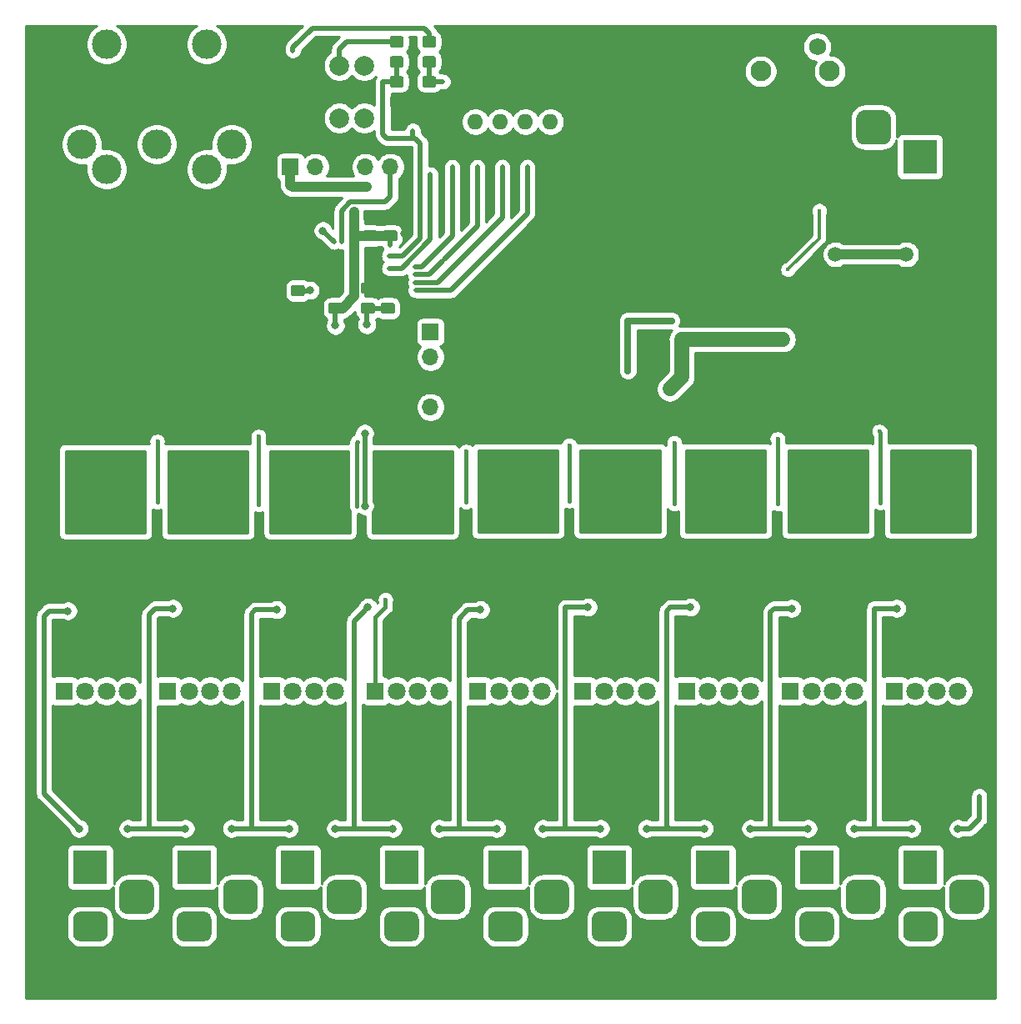
<source format=gbr>
G04 #@! TF.GenerationSoftware,KiCad,Pcbnew,(5.1.5-0-10_14)*
G04 #@! TF.CreationDate,2020-03-12T22:04:08+00:00*
G04 #@! TF.ProjectId,MidiLedController,4d696469-4c65-4644-936f-6e74726f6c6c,C*
G04 #@! TF.SameCoordinates,Original*
G04 #@! TF.FileFunction,Copper,L2,Bot*
G04 #@! TF.FilePolarity,Positive*
%FSLAX46Y46*%
G04 Gerber Fmt 4.6, Leading zero omitted, Abs format (unit mm)*
G04 Created by KiCad (PCBNEW (5.1.5-0-10_14)) date 2020-03-12 22:04:08*
%MOMM*%
%LPD*%
G04 APERTURE LIST*
%ADD10C,1.800000*%
%ADD11R,1.800000X1.800000*%
%ADD12O,1.600000X1.600000*%
%ADD13R,1.600000X1.600000*%
%ADD14C,2.000000*%
%ADD15C,0.100000*%
%ADD16C,2.100000*%
%ADD17C,1.750000*%
%ADD18O,1.700000X1.700000*%
%ADD19R,1.700000X1.700000*%
%ADD20R,3.500000X3.500000*%
%ADD21C,3.000000*%
%ADD22C,0.800000*%
%ADD23C,0.450000*%
%ADD24C,1.500000*%
%ADD25C,0.500000*%
%ADD26C,1.000000*%
%ADD27C,0.400000*%
%ADD28C,0.650000*%
%ADD29C,1.500000*%
%ADD30C,0.300000*%
%ADD31C,0.254000*%
G04 APERTURE END LIST*
D10*
X188722000Y-111633000D03*
X186563000Y-111633000D03*
X184404000Y-111633000D03*
D11*
X182245000Y-111633000D03*
D10*
X178181000Y-111633000D03*
X176022000Y-111633000D03*
X173863000Y-111633000D03*
D11*
X171704000Y-111633000D03*
D10*
X167640000Y-111633000D03*
X165481000Y-111633000D03*
X163322000Y-111633000D03*
D11*
X161163000Y-111633000D03*
D10*
X157099000Y-111633000D03*
X154940000Y-111633000D03*
X152781000Y-111633000D03*
D11*
X150622000Y-111633000D03*
D10*
X146431000Y-111633000D03*
X144272000Y-111633000D03*
X142113000Y-111633000D03*
D11*
X139954000Y-111633000D03*
D10*
X136017000Y-111633000D03*
X133858000Y-111633000D03*
X131699000Y-111633000D03*
D11*
X129540000Y-111633000D03*
D10*
X125476000Y-111633000D03*
X123317000Y-111633000D03*
X121158000Y-111633000D03*
D11*
X118999000Y-111633000D03*
D10*
X114935000Y-111633000D03*
X112776000Y-111633000D03*
X110617000Y-111633000D03*
D11*
X108458000Y-111633000D03*
D10*
X104394000Y-111633000D03*
X102235000Y-111633000D03*
X100076000Y-111633000D03*
D11*
X97917000Y-111633000D03*
D12*
X147320000Y-53848000D03*
X139700000Y-46228000D03*
X144780000Y-53848000D03*
X142240000Y-46228000D03*
X142240000Y-53848000D03*
X144780000Y-46228000D03*
X139700000Y-53848000D03*
D13*
X147320000Y-46228000D03*
D14*
X128397000Y-53467000D03*
X125857000Y-53467000D03*
X123317000Y-53467000D03*
X128397000Y-48133000D03*
X125857000Y-48133000D03*
X123317000Y-48133000D03*
G04 #@! TA.AperFunction,SMDPad,CuDef*
D15*
G36*
X135475505Y-47187204D02*
G01*
X135499773Y-47190804D01*
X135523572Y-47196765D01*
X135546671Y-47205030D01*
X135568850Y-47215520D01*
X135589893Y-47228132D01*
X135609599Y-47242747D01*
X135627777Y-47259223D01*
X135644253Y-47277401D01*
X135658868Y-47297107D01*
X135671480Y-47318150D01*
X135681970Y-47340329D01*
X135690235Y-47363428D01*
X135696196Y-47387227D01*
X135699796Y-47411495D01*
X135701000Y-47435999D01*
X135701000Y-48086001D01*
X135699796Y-48110505D01*
X135696196Y-48134773D01*
X135690235Y-48158572D01*
X135681970Y-48181671D01*
X135671480Y-48203850D01*
X135658868Y-48224893D01*
X135644253Y-48244599D01*
X135627777Y-48262777D01*
X135609599Y-48279253D01*
X135589893Y-48293868D01*
X135568850Y-48306480D01*
X135546671Y-48316970D01*
X135523572Y-48325235D01*
X135499773Y-48331196D01*
X135475505Y-48334796D01*
X135451001Y-48336000D01*
X134550999Y-48336000D01*
X134526495Y-48334796D01*
X134502227Y-48331196D01*
X134478428Y-48325235D01*
X134455329Y-48316970D01*
X134433150Y-48306480D01*
X134412107Y-48293868D01*
X134392401Y-48279253D01*
X134374223Y-48262777D01*
X134357747Y-48244599D01*
X134343132Y-48224893D01*
X134330520Y-48203850D01*
X134320030Y-48181671D01*
X134311765Y-48158572D01*
X134305804Y-48134773D01*
X134302204Y-48110505D01*
X134301000Y-48086001D01*
X134301000Y-47435999D01*
X134302204Y-47411495D01*
X134305804Y-47387227D01*
X134311765Y-47363428D01*
X134320030Y-47340329D01*
X134330520Y-47318150D01*
X134343132Y-47297107D01*
X134357747Y-47277401D01*
X134374223Y-47259223D01*
X134392401Y-47242747D01*
X134412107Y-47228132D01*
X134433150Y-47215520D01*
X134455329Y-47205030D01*
X134478428Y-47196765D01*
X134502227Y-47190804D01*
X134526495Y-47187204D01*
X134550999Y-47186000D01*
X135451001Y-47186000D01*
X135475505Y-47187204D01*
G37*
G04 #@! TD.AperFunction*
G04 #@! TA.AperFunction,SMDPad,CuDef*
G36*
X135475505Y-45137204D02*
G01*
X135499773Y-45140804D01*
X135523572Y-45146765D01*
X135546671Y-45155030D01*
X135568850Y-45165520D01*
X135589893Y-45178132D01*
X135609599Y-45192747D01*
X135627777Y-45209223D01*
X135644253Y-45227401D01*
X135658868Y-45247107D01*
X135671480Y-45268150D01*
X135681970Y-45290329D01*
X135690235Y-45313428D01*
X135696196Y-45337227D01*
X135699796Y-45361495D01*
X135701000Y-45385999D01*
X135701000Y-46036001D01*
X135699796Y-46060505D01*
X135696196Y-46084773D01*
X135690235Y-46108572D01*
X135681970Y-46131671D01*
X135671480Y-46153850D01*
X135658868Y-46174893D01*
X135644253Y-46194599D01*
X135627777Y-46212777D01*
X135609599Y-46229253D01*
X135589893Y-46243868D01*
X135568850Y-46256480D01*
X135546671Y-46266970D01*
X135523572Y-46275235D01*
X135499773Y-46281196D01*
X135475505Y-46284796D01*
X135451001Y-46286000D01*
X134550999Y-46286000D01*
X134526495Y-46284796D01*
X134502227Y-46281196D01*
X134478428Y-46275235D01*
X134455329Y-46266970D01*
X134433150Y-46256480D01*
X134412107Y-46243868D01*
X134392401Y-46229253D01*
X134374223Y-46212777D01*
X134357747Y-46194599D01*
X134343132Y-46174893D01*
X134330520Y-46153850D01*
X134320030Y-46131671D01*
X134311765Y-46108572D01*
X134305804Y-46084773D01*
X134302204Y-46060505D01*
X134301000Y-46036001D01*
X134301000Y-45385999D01*
X134302204Y-45361495D01*
X134305804Y-45337227D01*
X134311765Y-45313428D01*
X134320030Y-45290329D01*
X134330520Y-45268150D01*
X134343132Y-45247107D01*
X134357747Y-45227401D01*
X134374223Y-45209223D01*
X134392401Y-45192747D01*
X134412107Y-45178132D01*
X134433150Y-45165520D01*
X134455329Y-45155030D01*
X134478428Y-45146765D01*
X134502227Y-45140804D01*
X134526495Y-45137204D01*
X134550999Y-45136000D01*
X135451001Y-45136000D01*
X135475505Y-45137204D01*
G37*
G04 #@! TD.AperFunction*
G04 #@! TA.AperFunction,SMDPad,CuDef*
G36*
X135475505Y-49201204D02*
G01*
X135499773Y-49204804D01*
X135523572Y-49210765D01*
X135546671Y-49219030D01*
X135568850Y-49229520D01*
X135589893Y-49242132D01*
X135609599Y-49256747D01*
X135627777Y-49273223D01*
X135644253Y-49291401D01*
X135658868Y-49311107D01*
X135671480Y-49332150D01*
X135681970Y-49354329D01*
X135690235Y-49377428D01*
X135696196Y-49401227D01*
X135699796Y-49425495D01*
X135701000Y-49449999D01*
X135701000Y-50100001D01*
X135699796Y-50124505D01*
X135696196Y-50148773D01*
X135690235Y-50172572D01*
X135681970Y-50195671D01*
X135671480Y-50217850D01*
X135658868Y-50238893D01*
X135644253Y-50258599D01*
X135627777Y-50276777D01*
X135609599Y-50293253D01*
X135589893Y-50307868D01*
X135568850Y-50320480D01*
X135546671Y-50330970D01*
X135523572Y-50339235D01*
X135499773Y-50345196D01*
X135475505Y-50348796D01*
X135451001Y-50350000D01*
X134550999Y-50350000D01*
X134526495Y-50348796D01*
X134502227Y-50345196D01*
X134478428Y-50339235D01*
X134455329Y-50330970D01*
X134433150Y-50320480D01*
X134412107Y-50307868D01*
X134392401Y-50293253D01*
X134374223Y-50276777D01*
X134357747Y-50258599D01*
X134343132Y-50238893D01*
X134330520Y-50217850D01*
X134320030Y-50195671D01*
X134311765Y-50172572D01*
X134305804Y-50148773D01*
X134302204Y-50124505D01*
X134301000Y-50100001D01*
X134301000Y-49449999D01*
X134302204Y-49425495D01*
X134305804Y-49401227D01*
X134311765Y-49377428D01*
X134320030Y-49354329D01*
X134330520Y-49332150D01*
X134343132Y-49311107D01*
X134357747Y-49291401D01*
X134374223Y-49273223D01*
X134392401Y-49256747D01*
X134412107Y-49242132D01*
X134433150Y-49229520D01*
X134455329Y-49219030D01*
X134478428Y-49210765D01*
X134502227Y-49204804D01*
X134526495Y-49201204D01*
X134550999Y-49200000D01*
X135451001Y-49200000D01*
X135475505Y-49201204D01*
G37*
G04 #@! TD.AperFunction*
G04 #@! TA.AperFunction,SMDPad,CuDef*
G36*
X135475505Y-51251204D02*
G01*
X135499773Y-51254804D01*
X135523572Y-51260765D01*
X135546671Y-51269030D01*
X135568850Y-51279520D01*
X135589893Y-51292132D01*
X135609599Y-51306747D01*
X135627777Y-51323223D01*
X135644253Y-51341401D01*
X135658868Y-51361107D01*
X135671480Y-51382150D01*
X135681970Y-51404329D01*
X135690235Y-51427428D01*
X135696196Y-51451227D01*
X135699796Y-51475495D01*
X135701000Y-51499999D01*
X135701000Y-52150001D01*
X135699796Y-52174505D01*
X135696196Y-52198773D01*
X135690235Y-52222572D01*
X135681970Y-52245671D01*
X135671480Y-52267850D01*
X135658868Y-52288893D01*
X135644253Y-52308599D01*
X135627777Y-52326777D01*
X135609599Y-52343253D01*
X135589893Y-52357868D01*
X135568850Y-52370480D01*
X135546671Y-52380970D01*
X135523572Y-52389235D01*
X135499773Y-52395196D01*
X135475505Y-52398796D01*
X135451001Y-52400000D01*
X134550999Y-52400000D01*
X134526495Y-52398796D01*
X134502227Y-52395196D01*
X134478428Y-52389235D01*
X134455329Y-52380970D01*
X134433150Y-52370480D01*
X134412107Y-52357868D01*
X134392401Y-52343253D01*
X134374223Y-52326777D01*
X134357747Y-52308599D01*
X134343132Y-52288893D01*
X134330520Y-52267850D01*
X134320030Y-52245671D01*
X134311765Y-52222572D01*
X134305804Y-52198773D01*
X134302204Y-52174505D01*
X134301000Y-52150001D01*
X134301000Y-51499999D01*
X134302204Y-51475495D01*
X134305804Y-51451227D01*
X134311765Y-51427428D01*
X134320030Y-51404329D01*
X134330520Y-51382150D01*
X134343132Y-51361107D01*
X134357747Y-51341401D01*
X134374223Y-51323223D01*
X134392401Y-51306747D01*
X134412107Y-51292132D01*
X134433150Y-51279520D01*
X134455329Y-51269030D01*
X134478428Y-51260765D01*
X134502227Y-51254804D01*
X134526495Y-51251204D01*
X134550999Y-51250000D01*
X135451001Y-51250000D01*
X135475505Y-51251204D01*
G37*
G04 #@! TD.AperFunction*
D16*
X168676000Y-48718000D03*
D17*
X169926000Y-46228000D03*
X174426000Y-46228000D03*
D16*
X175686000Y-48718000D03*
D18*
X135128000Y-82804000D03*
X135128000Y-80264000D03*
X135128000Y-77724000D03*
D19*
X135128000Y-75184000D03*
G04 #@! TA.AperFunction,ComponentPad*
D15*
G36*
X181109265Y-52658213D02*
G01*
X181194204Y-52670813D01*
X181277499Y-52691677D01*
X181358348Y-52720605D01*
X181435972Y-52757319D01*
X181509624Y-52801464D01*
X181578594Y-52852616D01*
X181642218Y-52910282D01*
X181699884Y-52973906D01*
X181751036Y-53042876D01*
X181795181Y-53116528D01*
X181831895Y-53194152D01*
X181860823Y-53275001D01*
X181881687Y-53358296D01*
X181894287Y-53443235D01*
X181898500Y-53529000D01*
X181898500Y-55279000D01*
X181894287Y-55364765D01*
X181881687Y-55449704D01*
X181860823Y-55532999D01*
X181831895Y-55613848D01*
X181795181Y-55691472D01*
X181751036Y-55765124D01*
X181699884Y-55834094D01*
X181642218Y-55897718D01*
X181578594Y-55955384D01*
X181509624Y-56006536D01*
X181435972Y-56050681D01*
X181358348Y-56087395D01*
X181277499Y-56116323D01*
X181194204Y-56137187D01*
X181109265Y-56149787D01*
X181023500Y-56154000D01*
X179273500Y-56154000D01*
X179187735Y-56149787D01*
X179102796Y-56137187D01*
X179019501Y-56116323D01*
X178938652Y-56087395D01*
X178861028Y-56050681D01*
X178787376Y-56006536D01*
X178718406Y-55955384D01*
X178654782Y-55897718D01*
X178597116Y-55834094D01*
X178545964Y-55765124D01*
X178501819Y-55691472D01*
X178465105Y-55613848D01*
X178436177Y-55532999D01*
X178415313Y-55449704D01*
X178402713Y-55364765D01*
X178398500Y-55279000D01*
X178398500Y-53529000D01*
X178402713Y-53443235D01*
X178415313Y-53358296D01*
X178436177Y-53275001D01*
X178465105Y-53194152D01*
X178501819Y-53116528D01*
X178545964Y-53042876D01*
X178597116Y-52973906D01*
X178654782Y-52910282D01*
X178718406Y-52852616D01*
X178787376Y-52801464D01*
X178861028Y-52757319D01*
X178938652Y-52720605D01*
X179019501Y-52691677D01*
X179102796Y-52670813D01*
X179187735Y-52658213D01*
X179273500Y-52654000D01*
X181023500Y-52654000D01*
X181109265Y-52658213D01*
G37*
G04 #@! TD.AperFunction*
G04 #@! TA.AperFunction,ComponentPad*
G36*
X185922013Y-49907611D02*
G01*
X185994818Y-49918411D01*
X186066214Y-49936295D01*
X186135513Y-49961090D01*
X186202048Y-49992559D01*
X186265178Y-50030398D01*
X186324295Y-50074242D01*
X186378830Y-50123670D01*
X186428258Y-50178205D01*
X186472102Y-50237322D01*
X186509941Y-50300452D01*
X186541410Y-50366987D01*
X186566205Y-50436286D01*
X186584089Y-50507682D01*
X186594889Y-50580487D01*
X186598500Y-50654000D01*
X186598500Y-52154000D01*
X186594889Y-52227513D01*
X186584089Y-52300318D01*
X186566205Y-52371714D01*
X186541410Y-52441013D01*
X186509941Y-52507548D01*
X186472102Y-52570678D01*
X186428258Y-52629795D01*
X186378830Y-52684330D01*
X186324295Y-52733758D01*
X186265178Y-52777602D01*
X186202048Y-52815441D01*
X186135513Y-52846910D01*
X186066214Y-52871705D01*
X185994818Y-52889589D01*
X185922013Y-52900389D01*
X185848500Y-52904000D01*
X183848500Y-52904000D01*
X183774987Y-52900389D01*
X183702182Y-52889589D01*
X183630786Y-52871705D01*
X183561487Y-52846910D01*
X183494952Y-52815441D01*
X183431822Y-52777602D01*
X183372705Y-52733758D01*
X183318170Y-52684330D01*
X183268742Y-52629795D01*
X183224898Y-52570678D01*
X183187059Y-52507548D01*
X183155590Y-52441013D01*
X183130795Y-52371714D01*
X183112911Y-52300318D01*
X183102111Y-52227513D01*
X183098500Y-52154000D01*
X183098500Y-50654000D01*
X183102111Y-50580487D01*
X183112911Y-50507682D01*
X183130795Y-50436286D01*
X183155590Y-50366987D01*
X183187059Y-50300452D01*
X183224898Y-50237322D01*
X183268742Y-50178205D01*
X183318170Y-50123670D01*
X183372705Y-50074242D01*
X183431822Y-50030398D01*
X183494952Y-49992559D01*
X183561487Y-49961090D01*
X183630786Y-49936295D01*
X183702182Y-49918411D01*
X183774987Y-49907611D01*
X183848500Y-49904000D01*
X185848500Y-49904000D01*
X185922013Y-49907611D01*
G37*
G04 #@! TD.AperFunction*
D20*
X184848500Y-57404000D03*
G04 #@! TA.AperFunction,ComponentPad*
D15*
G36*
X190572765Y-130794213D02*
G01*
X190657704Y-130806813D01*
X190740999Y-130827677D01*
X190821848Y-130856605D01*
X190899472Y-130893319D01*
X190973124Y-130937464D01*
X191042094Y-130988616D01*
X191105718Y-131046282D01*
X191163384Y-131109906D01*
X191214536Y-131178876D01*
X191258681Y-131252528D01*
X191295395Y-131330152D01*
X191324323Y-131411001D01*
X191345187Y-131494296D01*
X191357787Y-131579235D01*
X191362000Y-131665000D01*
X191362000Y-133415000D01*
X191357787Y-133500765D01*
X191345187Y-133585704D01*
X191324323Y-133668999D01*
X191295395Y-133749848D01*
X191258681Y-133827472D01*
X191214536Y-133901124D01*
X191163384Y-133970094D01*
X191105718Y-134033718D01*
X191042094Y-134091384D01*
X190973124Y-134142536D01*
X190899472Y-134186681D01*
X190821848Y-134223395D01*
X190740999Y-134252323D01*
X190657704Y-134273187D01*
X190572765Y-134285787D01*
X190487000Y-134290000D01*
X188737000Y-134290000D01*
X188651235Y-134285787D01*
X188566296Y-134273187D01*
X188483001Y-134252323D01*
X188402152Y-134223395D01*
X188324528Y-134186681D01*
X188250876Y-134142536D01*
X188181906Y-134091384D01*
X188118282Y-134033718D01*
X188060616Y-133970094D01*
X188009464Y-133901124D01*
X187965319Y-133827472D01*
X187928605Y-133749848D01*
X187899677Y-133668999D01*
X187878813Y-133585704D01*
X187866213Y-133500765D01*
X187862000Y-133415000D01*
X187862000Y-131665000D01*
X187866213Y-131579235D01*
X187878813Y-131494296D01*
X187899677Y-131411001D01*
X187928605Y-131330152D01*
X187965319Y-131252528D01*
X188009464Y-131178876D01*
X188060616Y-131109906D01*
X188118282Y-131046282D01*
X188181906Y-130988616D01*
X188250876Y-130937464D01*
X188324528Y-130893319D01*
X188402152Y-130856605D01*
X188483001Y-130827677D01*
X188566296Y-130806813D01*
X188651235Y-130794213D01*
X188737000Y-130790000D01*
X190487000Y-130790000D01*
X190572765Y-130794213D01*
G37*
G04 #@! TD.AperFunction*
G04 #@! TA.AperFunction,ComponentPad*
G36*
X185985513Y-134043611D02*
G01*
X186058318Y-134054411D01*
X186129714Y-134072295D01*
X186199013Y-134097090D01*
X186265548Y-134128559D01*
X186328678Y-134166398D01*
X186387795Y-134210242D01*
X186442330Y-134259670D01*
X186491758Y-134314205D01*
X186535602Y-134373322D01*
X186573441Y-134436452D01*
X186604910Y-134502987D01*
X186629705Y-134572286D01*
X186647589Y-134643682D01*
X186658389Y-134716487D01*
X186662000Y-134790000D01*
X186662000Y-136290000D01*
X186658389Y-136363513D01*
X186647589Y-136436318D01*
X186629705Y-136507714D01*
X186604910Y-136577013D01*
X186573441Y-136643548D01*
X186535602Y-136706678D01*
X186491758Y-136765795D01*
X186442330Y-136820330D01*
X186387795Y-136869758D01*
X186328678Y-136913602D01*
X186265548Y-136951441D01*
X186199013Y-136982910D01*
X186129714Y-137007705D01*
X186058318Y-137025589D01*
X185985513Y-137036389D01*
X185912000Y-137040000D01*
X183912000Y-137040000D01*
X183838487Y-137036389D01*
X183765682Y-137025589D01*
X183694286Y-137007705D01*
X183624987Y-136982910D01*
X183558452Y-136951441D01*
X183495322Y-136913602D01*
X183436205Y-136869758D01*
X183381670Y-136820330D01*
X183332242Y-136765795D01*
X183288398Y-136706678D01*
X183250559Y-136643548D01*
X183219090Y-136577013D01*
X183194295Y-136507714D01*
X183176411Y-136436318D01*
X183165611Y-136363513D01*
X183162000Y-136290000D01*
X183162000Y-134790000D01*
X183165611Y-134716487D01*
X183176411Y-134643682D01*
X183194295Y-134572286D01*
X183219090Y-134502987D01*
X183250559Y-134436452D01*
X183288398Y-134373322D01*
X183332242Y-134314205D01*
X183381670Y-134259670D01*
X183436205Y-134210242D01*
X183495322Y-134166398D01*
X183558452Y-134128559D01*
X183624987Y-134097090D01*
X183694286Y-134072295D01*
X183765682Y-134054411D01*
X183838487Y-134043611D01*
X183912000Y-134040000D01*
X185912000Y-134040000D01*
X185985513Y-134043611D01*
G37*
G04 #@! TD.AperFunction*
D20*
X184912000Y-129540000D03*
G04 #@! TA.AperFunction,ComponentPad*
D15*
G36*
X180031765Y-130794213D02*
G01*
X180116704Y-130806813D01*
X180199999Y-130827677D01*
X180280848Y-130856605D01*
X180358472Y-130893319D01*
X180432124Y-130937464D01*
X180501094Y-130988616D01*
X180564718Y-131046282D01*
X180622384Y-131109906D01*
X180673536Y-131178876D01*
X180717681Y-131252528D01*
X180754395Y-131330152D01*
X180783323Y-131411001D01*
X180804187Y-131494296D01*
X180816787Y-131579235D01*
X180821000Y-131665000D01*
X180821000Y-133415000D01*
X180816787Y-133500765D01*
X180804187Y-133585704D01*
X180783323Y-133668999D01*
X180754395Y-133749848D01*
X180717681Y-133827472D01*
X180673536Y-133901124D01*
X180622384Y-133970094D01*
X180564718Y-134033718D01*
X180501094Y-134091384D01*
X180432124Y-134142536D01*
X180358472Y-134186681D01*
X180280848Y-134223395D01*
X180199999Y-134252323D01*
X180116704Y-134273187D01*
X180031765Y-134285787D01*
X179946000Y-134290000D01*
X178196000Y-134290000D01*
X178110235Y-134285787D01*
X178025296Y-134273187D01*
X177942001Y-134252323D01*
X177861152Y-134223395D01*
X177783528Y-134186681D01*
X177709876Y-134142536D01*
X177640906Y-134091384D01*
X177577282Y-134033718D01*
X177519616Y-133970094D01*
X177468464Y-133901124D01*
X177424319Y-133827472D01*
X177387605Y-133749848D01*
X177358677Y-133668999D01*
X177337813Y-133585704D01*
X177325213Y-133500765D01*
X177321000Y-133415000D01*
X177321000Y-131665000D01*
X177325213Y-131579235D01*
X177337813Y-131494296D01*
X177358677Y-131411001D01*
X177387605Y-131330152D01*
X177424319Y-131252528D01*
X177468464Y-131178876D01*
X177519616Y-131109906D01*
X177577282Y-131046282D01*
X177640906Y-130988616D01*
X177709876Y-130937464D01*
X177783528Y-130893319D01*
X177861152Y-130856605D01*
X177942001Y-130827677D01*
X178025296Y-130806813D01*
X178110235Y-130794213D01*
X178196000Y-130790000D01*
X179946000Y-130790000D01*
X180031765Y-130794213D01*
G37*
G04 #@! TD.AperFunction*
G04 #@! TA.AperFunction,ComponentPad*
G36*
X175444513Y-134043611D02*
G01*
X175517318Y-134054411D01*
X175588714Y-134072295D01*
X175658013Y-134097090D01*
X175724548Y-134128559D01*
X175787678Y-134166398D01*
X175846795Y-134210242D01*
X175901330Y-134259670D01*
X175950758Y-134314205D01*
X175994602Y-134373322D01*
X176032441Y-134436452D01*
X176063910Y-134502987D01*
X176088705Y-134572286D01*
X176106589Y-134643682D01*
X176117389Y-134716487D01*
X176121000Y-134790000D01*
X176121000Y-136290000D01*
X176117389Y-136363513D01*
X176106589Y-136436318D01*
X176088705Y-136507714D01*
X176063910Y-136577013D01*
X176032441Y-136643548D01*
X175994602Y-136706678D01*
X175950758Y-136765795D01*
X175901330Y-136820330D01*
X175846795Y-136869758D01*
X175787678Y-136913602D01*
X175724548Y-136951441D01*
X175658013Y-136982910D01*
X175588714Y-137007705D01*
X175517318Y-137025589D01*
X175444513Y-137036389D01*
X175371000Y-137040000D01*
X173371000Y-137040000D01*
X173297487Y-137036389D01*
X173224682Y-137025589D01*
X173153286Y-137007705D01*
X173083987Y-136982910D01*
X173017452Y-136951441D01*
X172954322Y-136913602D01*
X172895205Y-136869758D01*
X172840670Y-136820330D01*
X172791242Y-136765795D01*
X172747398Y-136706678D01*
X172709559Y-136643548D01*
X172678090Y-136577013D01*
X172653295Y-136507714D01*
X172635411Y-136436318D01*
X172624611Y-136363513D01*
X172621000Y-136290000D01*
X172621000Y-134790000D01*
X172624611Y-134716487D01*
X172635411Y-134643682D01*
X172653295Y-134572286D01*
X172678090Y-134502987D01*
X172709559Y-134436452D01*
X172747398Y-134373322D01*
X172791242Y-134314205D01*
X172840670Y-134259670D01*
X172895205Y-134210242D01*
X172954322Y-134166398D01*
X173017452Y-134128559D01*
X173083987Y-134097090D01*
X173153286Y-134072295D01*
X173224682Y-134054411D01*
X173297487Y-134043611D01*
X173371000Y-134040000D01*
X175371000Y-134040000D01*
X175444513Y-134043611D01*
G37*
G04 #@! TD.AperFunction*
D20*
X174371000Y-129540000D03*
G04 #@! TA.AperFunction,ComponentPad*
D15*
G36*
X169490765Y-130794213D02*
G01*
X169575704Y-130806813D01*
X169658999Y-130827677D01*
X169739848Y-130856605D01*
X169817472Y-130893319D01*
X169891124Y-130937464D01*
X169960094Y-130988616D01*
X170023718Y-131046282D01*
X170081384Y-131109906D01*
X170132536Y-131178876D01*
X170176681Y-131252528D01*
X170213395Y-131330152D01*
X170242323Y-131411001D01*
X170263187Y-131494296D01*
X170275787Y-131579235D01*
X170280000Y-131665000D01*
X170280000Y-133415000D01*
X170275787Y-133500765D01*
X170263187Y-133585704D01*
X170242323Y-133668999D01*
X170213395Y-133749848D01*
X170176681Y-133827472D01*
X170132536Y-133901124D01*
X170081384Y-133970094D01*
X170023718Y-134033718D01*
X169960094Y-134091384D01*
X169891124Y-134142536D01*
X169817472Y-134186681D01*
X169739848Y-134223395D01*
X169658999Y-134252323D01*
X169575704Y-134273187D01*
X169490765Y-134285787D01*
X169405000Y-134290000D01*
X167655000Y-134290000D01*
X167569235Y-134285787D01*
X167484296Y-134273187D01*
X167401001Y-134252323D01*
X167320152Y-134223395D01*
X167242528Y-134186681D01*
X167168876Y-134142536D01*
X167099906Y-134091384D01*
X167036282Y-134033718D01*
X166978616Y-133970094D01*
X166927464Y-133901124D01*
X166883319Y-133827472D01*
X166846605Y-133749848D01*
X166817677Y-133668999D01*
X166796813Y-133585704D01*
X166784213Y-133500765D01*
X166780000Y-133415000D01*
X166780000Y-131665000D01*
X166784213Y-131579235D01*
X166796813Y-131494296D01*
X166817677Y-131411001D01*
X166846605Y-131330152D01*
X166883319Y-131252528D01*
X166927464Y-131178876D01*
X166978616Y-131109906D01*
X167036282Y-131046282D01*
X167099906Y-130988616D01*
X167168876Y-130937464D01*
X167242528Y-130893319D01*
X167320152Y-130856605D01*
X167401001Y-130827677D01*
X167484296Y-130806813D01*
X167569235Y-130794213D01*
X167655000Y-130790000D01*
X169405000Y-130790000D01*
X169490765Y-130794213D01*
G37*
G04 #@! TD.AperFunction*
G04 #@! TA.AperFunction,ComponentPad*
G36*
X164903513Y-134043611D02*
G01*
X164976318Y-134054411D01*
X165047714Y-134072295D01*
X165117013Y-134097090D01*
X165183548Y-134128559D01*
X165246678Y-134166398D01*
X165305795Y-134210242D01*
X165360330Y-134259670D01*
X165409758Y-134314205D01*
X165453602Y-134373322D01*
X165491441Y-134436452D01*
X165522910Y-134502987D01*
X165547705Y-134572286D01*
X165565589Y-134643682D01*
X165576389Y-134716487D01*
X165580000Y-134790000D01*
X165580000Y-136290000D01*
X165576389Y-136363513D01*
X165565589Y-136436318D01*
X165547705Y-136507714D01*
X165522910Y-136577013D01*
X165491441Y-136643548D01*
X165453602Y-136706678D01*
X165409758Y-136765795D01*
X165360330Y-136820330D01*
X165305795Y-136869758D01*
X165246678Y-136913602D01*
X165183548Y-136951441D01*
X165117013Y-136982910D01*
X165047714Y-137007705D01*
X164976318Y-137025589D01*
X164903513Y-137036389D01*
X164830000Y-137040000D01*
X162830000Y-137040000D01*
X162756487Y-137036389D01*
X162683682Y-137025589D01*
X162612286Y-137007705D01*
X162542987Y-136982910D01*
X162476452Y-136951441D01*
X162413322Y-136913602D01*
X162354205Y-136869758D01*
X162299670Y-136820330D01*
X162250242Y-136765795D01*
X162206398Y-136706678D01*
X162168559Y-136643548D01*
X162137090Y-136577013D01*
X162112295Y-136507714D01*
X162094411Y-136436318D01*
X162083611Y-136363513D01*
X162080000Y-136290000D01*
X162080000Y-134790000D01*
X162083611Y-134716487D01*
X162094411Y-134643682D01*
X162112295Y-134572286D01*
X162137090Y-134502987D01*
X162168559Y-134436452D01*
X162206398Y-134373322D01*
X162250242Y-134314205D01*
X162299670Y-134259670D01*
X162354205Y-134210242D01*
X162413322Y-134166398D01*
X162476452Y-134128559D01*
X162542987Y-134097090D01*
X162612286Y-134072295D01*
X162683682Y-134054411D01*
X162756487Y-134043611D01*
X162830000Y-134040000D01*
X164830000Y-134040000D01*
X164903513Y-134043611D01*
G37*
G04 #@! TD.AperFunction*
D20*
X163830000Y-129540000D03*
G04 #@! TA.AperFunction,ComponentPad*
D15*
G36*
X158949765Y-130794213D02*
G01*
X159034704Y-130806813D01*
X159117999Y-130827677D01*
X159198848Y-130856605D01*
X159276472Y-130893319D01*
X159350124Y-130937464D01*
X159419094Y-130988616D01*
X159482718Y-131046282D01*
X159540384Y-131109906D01*
X159591536Y-131178876D01*
X159635681Y-131252528D01*
X159672395Y-131330152D01*
X159701323Y-131411001D01*
X159722187Y-131494296D01*
X159734787Y-131579235D01*
X159739000Y-131665000D01*
X159739000Y-133415000D01*
X159734787Y-133500765D01*
X159722187Y-133585704D01*
X159701323Y-133668999D01*
X159672395Y-133749848D01*
X159635681Y-133827472D01*
X159591536Y-133901124D01*
X159540384Y-133970094D01*
X159482718Y-134033718D01*
X159419094Y-134091384D01*
X159350124Y-134142536D01*
X159276472Y-134186681D01*
X159198848Y-134223395D01*
X159117999Y-134252323D01*
X159034704Y-134273187D01*
X158949765Y-134285787D01*
X158864000Y-134290000D01*
X157114000Y-134290000D01*
X157028235Y-134285787D01*
X156943296Y-134273187D01*
X156860001Y-134252323D01*
X156779152Y-134223395D01*
X156701528Y-134186681D01*
X156627876Y-134142536D01*
X156558906Y-134091384D01*
X156495282Y-134033718D01*
X156437616Y-133970094D01*
X156386464Y-133901124D01*
X156342319Y-133827472D01*
X156305605Y-133749848D01*
X156276677Y-133668999D01*
X156255813Y-133585704D01*
X156243213Y-133500765D01*
X156239000Y-133415000D01*
X156239000Y-131665000D01*
X156243213Y-131579235D01*
X156255813Y-131494296D01*
X156276677Y-131411001D01*
X156305605Y-131330152D01*
X156342319Y-131252528D01*
X156386464Y-131178876D01*
X156437616Y-131109906D01*
X156495282Y-131046282D01*
X156558906Y-130988616D01*
X156627876Y-130937464D01*
X156701528Y-130893319D01*
X156779152Y-130856605D01*
X156860001Y-130827677D01*
X156943296Y-130806813D01*
X157028235Y-130794213D01*
X157114000Y-130790000D01*
X158864000Y-130790000D01*
X158949765Y-130794213D01*
G37*
G04 #@! TD.AperFunction*
G04 #@! TA.AperFunction,ComponentPad*
G36*
X154362513Y-134043611D02*
G01*
X154435318Y-134054411D01*
X154506714Y-134072295D01*
X154576013Y-134097090D01*
X154642548Y-134128559D01*
X154705678Y-134166398D01*
X154764795Y-134210242D01*
X154819330Y-134259670D01*
X154868758Y-134314205D01*
X154912602Y-134373322D01*
X154950441Y-134436452D01*
X154981910Y-134502987D01*
X155006705Y-134572286D01*
X155024589Y-134643682D01*
X155035389Y-134716487D01*
X155039000Y-134790000D01*
X155039000Y-136290000D01*
X155035389Y-136363513D01*
X155024589Y-136436318D01*
X155006705Y-136507714D01*
X154981910Y-136577013D01*
X154950441Y-136643548D01*
X154912602Y-136706678D01*
X154868758Y-136765795D01*
X154819330Y-136820330D01*
X154764795Y-136869758D01*
X154705678Y-136913602D01*
X154642548Y-136951441D01*
X154576013Y-136982910D01*
X154506714Y-137007705D01*
X154435318Y-137025589D01*
X154362513Y-137036389D01*
X154289000Y-137040000D01*
X152289000Y-137040000D01*
X152215487Y-137036389D01*
X152142682Y-137025589D01*
X152071286Y-137007705D01*
X152001987Y-136982910D01*
X151935452Y-136951441D01*
X151872322Y-136913602D01*
X151813205Y-136869758D01*
X151758670Y-136820330D01*
X151709242Y-136765795D01*
X151665398Y-136706678D01*
X151627559Y-136643548D01*
X151596090Y-136577013D01*
X151571295Y-136507714D01*
X151553411Y-136436318D01*
X151542611Y-136363513D01*
X151539000Y-136290000D01*
X151539000Y-134790000D01*
X151542611Y-134716487D01*
X151553411Y-134643682D01*
X151571295Y-134572286D01*
X151596090Y-134502987D01*
X151627559Y-134436452D01*
X151665398Y-134373322D01*
X151709242Y-134314205D01*
X151758670Y-134259670D01*
X151813205Y-134210242D01*
X151872322Y-134166398D01*
X151935452Y-134128559D01*
X152001987Y-134097090D01*
X152071286Y-134072295D01*
X152142682Y-134054411D01*
X152215487Y-134043611D01*
X152289000Y-134040000D01*
X154289000Y-134040000D01*
X154362513Y-134043611D01*
G37*
G04 #@! TD.AperFunction*
D20*
X153289000Y-129540000D03*
G04 #@! TA.AperFunction,ComponentPad*
D15*
G36*
X148408765Y-130794213D02*
G01*
X148493704Y-130806813D01*
X148576999Y-130827677D01*
X148657848Y-130856605D01*
X148735472Y-130893319D01*
X148809124Y-130937464D01*
X148878094Y-130988616D01*
X148941718Y-131046282D01*
X148999384Y-131109906D01*
X149050536Y-131178876D01*
X149094681Y-131252528D01*
X149131395Y-131330152D01*
X149160323Y-131411001D01*
X149181187Y-131494296D01*
X149193787Y-131579235D01*
X149198000Y-131665000D01*
X149198000Y-133415000D01*
X149193787Y-133500765D01*
X149181187Y-133585704D01*
X149160323Y-133668999D01*
X149131395Y-133749848D01*
X149094681Y-133827472D01*
X149050536Y-133901124D01*
X148999384Y-133970094D01*
X148941718Y-134033718D01*
X148878094Y-134091384D01*
X148809124Y-134142536D01*
X148735472Y-134186681D01*
X148657848Y-134223395D01*
X148576999Y-134252323D01*
X148493704Y-134273187D01*
X148408765Y-134285787D01*
X148323000Y-134290000D01*
X146573000Y-134290000D01*
X146487235Y-134285787D01*
X146402296Y-134273187D01*
X146319001Y-134252323D01*
X146238152Y-134223395D01*
X146160528Y-134186681D01*
X146086876Y-134142536D01*
X146017906Y-134091384D01*
X145954282Y-134033718D01*
X145896616Y-133970094D01*
X145845464Y-133901124D01*
X145801319Y-133827472D01*
X145764605Y-133749848D01*
X145735677Y-133668999D01*
X145714813Y-133585704D01*
X145702213Y-133500765D01*
X145698000Y-133415000D01*
X145698000Y-131665000D01*
X145702213Y-131579235D01*
X145714813Y-131494296D01*
X145735677Y-131411001D01*
X145764605Y-131330152D01*
X145801319Y-131252528D01*
X145845464Y-131178876D01*
X145896616Y-131109906D01*
X145954282Y-131046282D01*
X146017906Y-130988616D01*
X146086876Y-130937464D01*
X146160528Y-130893319D01*
X146238152Y-130856605D01*
X146319001Y-130827677D01*
X146402296Y-130806813D01*
X146487235Y-130794213D01*
X146573000Y-130790000D01*
X148323000Y-130790000D01*
X148408765Y-130794213D01*
G37*
G04 #@! TD.AperFunction*
G04 #@! TA.AperFunction,ComponentPad*
G36*
X143821513Y-134043611D02*
G01*
X143894318Y-134054411D01*
X143965714Y-134072295D01*
X144035013Y-134097090D01*
X144101548Y-134128559D01*
X144164678Y-134166398D01*
X144223795Y-134210242D01*
X144278330Y-134259670D01*
X144327758Y-134314205D01*
X144371602Y-134373322D01*
X144409441Y-134436452D01*
X144440910Y-134502987D01*
X144465705Y-134572286D01*
X144483589Y-134643682D01*
X144494389Y-134716487D01*
X144498000Y-134790000D01*
X144498000Y-136290000D01*
X144494389Y-136363513D01*
X144483589Y-136436318D01*
X144465705Y-136507714D01*
X144440910Y-136577013D01*
X144409441Y-136643548D01*
X144371602Y-136706678D01*
X144327758Y-136765795D01*
X144278330Y-136820330D01*
X144223795Y-136869758D01*
X144164678Y-136913602D01*
X144101548Y-136951441D01*
X144035013Y-136982910D01*
X143965714Y-137007705D01*
X143894318Y-137025589D01*
X143821513Y-137036389D01*
X143748000Y-137040000D01*
X141748000Y-137040000D01*
X141674487Y-137036389D01*
X141601682Y-137025589D01*
X141530286Y-137007705D01*
X141460987Y-136982910D01*
X141394452Y-136951441D01*
X141331322Y-136913602D01*
X141272205Y-136869758D01*
X141217670Y-136820330D01*
X141168242Y-136765795D01*
X141124398Y-136706678D01*
X141086559Y-136643548D01*
X141055090Y-136577013D01*
X141030295Y-136507714D01*
X141012411Y-136436318D01*
X141001611Y-136363513D01*
X140998000Y-136290000D01*
X140998000Y-134790000D01*
X141001611Y-134716487D01*
X141012411Y-134643682D01*
X141030295Y-134572286D01*
X141055090Y-134502987D01*
X141086559Y-134436452D01*
X141124398Y-134373322D01*
X141168242Y-134314205D01*
X141217670Y-134259670D01*
X141272205Y-134210242D01*
X141331322Y-134166398D01*
X141394452Y-134128559D01*
X141460987Y-134097090D01*
X141530286Y-134072295D01*
X141601682Y-134054411D01*
X141674487Y-134043611D01*
X141748000Y-134040000D01*
X143748000Y-134040000D01*
X143821513Y-134043611D01*
G37*
G04 #@! TD.AperFunction*
D20*
X142748000Y-129540000D03*
G04 #@! TA.AperFunction,ComponentPad*
D15*
G36*
X137867765Y-130794213D02*
G01*
X137952704Y-130806813D01*
X138035999Y-130827677D01*
X138116848Y-130856605D01*
X138194472Y-130893319D01*
X138268124Y-130937464D01*
X138337094Y-130988616D01*
X138400718Y-131046282D01*
X138458384Y-131109906D01*
X138509536Y-131178876D01*
X138553681Y-131252528D01*
X138590395Y-131330152D01*
X138619323Y-131411001D01*
X138640187Y-131494296D01*
X138652787Y-131579235D01*
X138657000Y-131665000D01*
X138657000Y-133415000D01*
X138652787Y-133500765D01*
X138640187Y-133585704D01*
X138619323Y-133668999D01*
X138590395Y-133749848D01*
X138553681Y-133827472D01*
X138509536Y-133901124D01*
X138458384Y-133970094D01*
X138400718Y-134033718D01*
X138337094Y-134091384D01*
X138268124Y-134142536D01*
X138194472Y-134186681D01*
X138116848Y-134223395D01*
X138035999Y-134252323D01*
X137952704Y-134273187D01*
X137867765Y-134285787D01*
X137782000Y-134290000D01*
X136032000Y-134290000D01*
X135946235Y-134285787D01*
X135861296Y-134273187D01*
X135778001Y-134252323D01*
X135697152Y-134223395D01*
X135619528Y-134186681D01*
X135545876Y-134142536D01*
X135476906Y-134091384D01*
X135413282Y-134033718D01*
X135355616Y-133970094D01*
X135304464Y-133901124D01*
X135260319Y-133827472D01*
X135223605Y-133749848D01*
X135194677Y-133668999D01*
X135173813Y-133585704D01*
X135161213Y-133500765D01*
X135157000Y-133415000D01*
X135157000Y-131665000D01*
X135161213Y-131579235D01*
X135173813Y-131494296D01*
X135194677Y-131411001D01*
X135223605Y-131330152D01*
X135260319Y-131252528D01*
X135304464Y-131178876D01*
X135355616Y-131109906D01*
X135413282Y-131046282D01*
X135476906Y-130988616D01*
X135545876Y-130937464D01*
X135619528Y-130893319D01*
X135697152Y-130856605D01*
X135778001Y-130827677D01*
X135861296Y-130806813D01*
X135946235Y-130794213D01*
X136032000Y-130790000D01*
X137782000Y-130790000D01*
X137867765Y-130794213D01*
G37*
G04 #@! TD.AperFunction*
G04 #@! TA.AperFunction,ComponentPad*
G36*
X133280513Y-134043611D02*
G01*
X133353318Y-134054411D01*
X133424714Y-134072295D01*
X133494013Y-134097090D01*
X133560548Y-134128559D01*
X133623678Y-134166398D01*
X133682795Y-134210242D01*
X133737330Y-134259670D01*
X133786758Y-134314205D01*
X133830602Y-134373322D01*
X133868441Y-134436452D01*
X133899910Y-134502987D01*
X133924705Y-134572286D01*
X133942589Y-134643682D01*
X133953389Y-134716487D01*
X133957000Y-134790000D01*
X133957000Y-136290000D01*
X133953389Y-136363513D01*
X133942589Y-136436318D01*
X133924705Y-136507714D01*
X133899910Y-136577013D01*
X133868441Y-136643548D01*
X133830602Y-136706678D01*
X133786758Y-136765795D01*
X133737330Y-136820330D01*
X133682795Y-136869758D01*
X133623678Y-136913602D01*
X133560548Y-136951441D01*
X133494013Y-136982910D01*
X133424714Y-137007705D01*
X133353318Y-137025589D01*
X133280513Y-137036389D01*
X133207000Y-137040000D01*
X131207000Y-137040000D01*
X131133487Y-137036389D01*
X131060682Y-137025589D01*
X130989286Y-137007705D01*
X130919987Y-136982910D01*
X130853452Y-136951441D01*
X130790322Y-136913602D01*
X130731205Y-136869758D01*
X130676670Y-136820330D01*
X130627242Y-136765795D01*
X130583398Y-136706678D01*
X130545559Y-136643548D01*
X130514090Y-136577013D01*
X130489295Y-136507714D01*
X130471411Y-136436318D01*
X130460611Y-136363513D01*
X130457000Y-136290000D01*
X130457000Y-134790000D01*
X130460611Y-134716487D01*
X130471411Y-134643682D01*
X130489295Y-134572286D01*
X130514090Y-134502987D01*
X130545559Y-134436452D01*
X130583398Y-134373322D01*
X130627242Y-134314205D01*
X130676670Y-134259670D01*
X130731205Y-134210242D01*
X130790322Y-134166398D01*
X130853452Y-134128559D01*
X130919987Y-134097090D01*
X130989286Y-134072295D01*
X131060682Y-134054411D01*
X131133487Y-134043611D01*
X131207000Y-134040000D01*
X133207000Y-134040000D01*
X133280513Y-134043611D01*
G37*
G04 #@! TD.AperFunction*
D20*
X132207000Y-129540000D03*
G04 #@! TA.AperFunction,ComponentPad*
D15*
G36*
X127326765Y-130794213D02*
G01*
X127411704Y-130806813D01*
X127494999Y-130827677D01*
X127575848Y-130856605D01*
X127653472Y-130893319D01*
X127727124Y-130937464D01*
X127796094Y-130988616D01*
X127859718Y-131046282D01*
X127917384Y-131109906D01*
X127968536Y-131178876D01*
X128012681Y-131252528D01*
X128049395Y-131330152D01*
X128078323Y-131411001D01*
X128099187Y-131494296D01*
X128111787Y-131579235D01*
X128116000Y-131665000D01*
X128116000Y-133415000D01*
X128111787Y-133500765D01*
X128099187Y-133585704D01*
X128078323Y-133668999D01*
X128049395Y-133749848D01*
X128012681Y-133827472D01*
X127968536Y-133901124D01*
X127917384Y-133970094D01*
X127859718Y-134033718D01*
X127796094Y-134091384D01*
X127727124Y-134142536D01*
X127653472Y-134186681D01*
X127575848Y-134223395D01*
X127494999Y-134252323D01*
X127411704Y-134273187D01*
X127326765Y-134285787D01*
X127241000Y-134290000D01*
X125491000Y-134290000D01*
X125405235Y-134285787D01*
X125320296Y-134273187D01*
X125237001Y-134252323D01*
X125156152Y-134223395D01*
X125078528Y-134186681D01*
X125004876Y-134142536D01*
X124935906Y-134091384D01*
X124872282Y-134033718D01*
X124814616Y-133970094D01*
X124763464Y-133901124D01*
X124719319Y-133827472D01*
X124682605Y-133749848D01*
X124653677Y-133668999D01*
X124632813Y-133585704D01*
X124620213Y-133500765D01*
X124616000Y-133415000D01*
X124616000Y-131665000D01*
X124620213Y-131579235D01*
X124632813Y-131494296D01*
X124653677Y-131411001D01*
X124682605Y-131330152D01*
X124719319Y-131252528D01*
X124763464Y-131178876D01*
X124814616Y-131109906D01*
X124872282Y-131046282D01*
X124935906Y-130988616D01*
X125004876Y-130937464D01*
X125078528Y-130893319D01*
X125156152Y-130856605D01*
X125237001Y-130827677D01*
X125320296Y-130806813D01*
X125405235Y-130794213D01*
X125491000Y-130790000D01*
X127241000Y-130790000D01*
X127326765Y-130794213D01*
G37*
G04 #@! TD.AperFunction*
G04 #@! TA.AperFunction,ComponentPad*
G36*
X122739513Y-134043611D02*
G01*
X122812318Y-134054411D01*
X122883714Y-134072295D01*
X122953013Y-134097090D01*
X123019548Y-134128559D01*
X123082678Y-134166398D01*
X123141795Y-134210242D01*
X123196330Y-134259670D01*
X123245758Y-134314205D01*
X123289602Y-134373322D01*
X123327441Y-134436452D01*
X123358910Y-134502987D01*
X123383705Y-134572286D01*
X123401589Y-134643682D01*
X123412389Y-134716487D01*
X123416000Y-134790000D01*
X123416000Y-136290000D01*
X123412389Y-136363513D01*
X123401589Y-136436318D01*
X123383705Y-136507714D01*
X123358910Y-136577013D01*
X123327441Y-136643548D01*
X123289602Y-136706678D01*
X123245758Y-136765795D01*
X123196330Y-136820330D01*
X123141795Y-136869758D01*
X123082678Y-136913602D01*
X123019548Y-136951441D01*
X122953013Y-136982910D01*
X122883714Y-137007705D01*
X122812318Y-137025589D01*
X122739513Y-137036389D01*
X122666000Y-137040000D01*
X120666000Y-137040000D01*
X120592487Y-137036389D01*
X120519682Y-137025589D01*
X120448286Y-137007705D01*
X120378987Y-136982910D01*
X120312452Y-136951441D01*
X120249322Y-136913602D01*
X120190205Y-136869758D01*
X120135670Y-136820330D01*
X120086242Y-136765795D01*
X120042398Y-136706678D01*
X120004559Y-136643548D01*
X119973090Y-136577013D01*
X119948295Y-136507714D01*
X119930411Y-136436318D01*
X119919611Y-136363513D01*
X119916000Y-136290000D01*
X119916000Y-134790000D01*
X119919611Y-134716487D01*
X119930411Y-134643682D01*
X119948295Y-134572286D01*
X119973090Y-134502987D01*
X120004559Y-134436452D01*
X120042398Y-134373322D01*
X120086242Y-134314205D01*
X120135670Y-134259670D01*
X120190205Y-134210242D01*
X120249322Y-134166398D01*
X120312452Y-134128559D01*
X120378987Y-134097090D01*
X120448286Y-134072295D01*
X120519682Y-134054411D01*
X120592487Y-134043611D01*
X120666000Y-134040000D01*
X122666000Y-134040000D01*
X122739513Y-134043611D01*
G37*
G04 #@! TD.AperFunction*
D20*
X121666000Y-129540000D03*
G04 #@! TA.AperFunction,ComponentPad*
D15*
G36*
X116785765Y-130794213D02*
G01*
X116870704Y-130806813D01*
X116953999Y-130827677D01*
X117034848Y-130856605D01*
X117112472Y-130893319D01*
X117186124Y-130937464D01*
X117255094Y-130988616D01*
X117318718Y-131046282D01*
X117376384Y-131109906D01*
X117427536Y-131178876D01*
X117471681Y-131252528D01*
X117508395Y-131330152D01*
X117537323Y-131411001D01*
X117558187Y-131494296D01*
X117570787Y-131579235D01*
X117575000Y-131665000D01*
X117575000Y-133415000D01*
X117570787Y-133500765D01*
X117558187Y-133585704D01*
X117537323Y-133668999D01*
X117508395Y-133749848D01*
X117471681Y-133827472D01*
X117427536Y-133901124D01*
X117376384Y-133970094D01*
X117318718Y-134033718D01*
X117255094Y-134091384D01*
X117186124Y-134142536D01*
X117112472Y-134186681D01*
X117034848Y-134223395D01*
X116953999Y-134252323D01*
X116870704Y-134273187D01*
X116785765Y-134285787D01*
X116700000Y-134290000D01*
X114950000Y-134290000D01*
X114864235Y-134285787D01*
X114779296Y-134273187D01*
X114696001Y-134252323D01*
X114615152Y-134223395D01*
X114537528Y-134186681D01*
X114463876Y-134142536D01*
X114394906Y-134091384D01*
X114331282Y-134033718D01*
X114273616Y-133970094D01*
X114222464Y-133901124D01*
X114178319Y-133827472D01*
X114141605Y-133749848D01*
X114112677Y-133668999D01*
X114091813Y-133585704D01*
X114079213Y-133500765D01*
X114075000Y-133415000D01*
X114075000Y-131665000D01*
X114079213Y-131579235D01*
X114091813Y-131494296D01*
X114112677Y-131411001D01*
X114141605Y-131330152D01*
X114178319Y-131252528D01*
X114222464Y-131178876D01*
X114273616Y-131109906D01*
X114331282Y-131046282D01*
X114394906Y-130988616D01*
X114463876Y-130937464D01*
X114537528Y-130893319D01*
X114615152Y-130856605D01*
X114696001Y-130827677D01*
X114779296Y-130806813D01*
X114864235Y-130794213D01*
X114950000Y-130790000D01*
X116700000Y-130790000D01*
X116785765Y-130794213D01*
G37*
G04 #@! TD.AperFunction*
G04 #@! TA.AperFunction,ComponentPad*
G36*
X112198513Y-134043611D02*
G01*
X112271318Y-134054411D01*
X112342714Y-134072295D01*
X112412013Y-134097090D01*
X112478548Y-134128559D01*
X112541678Y-134166398D01*
X112600795Y-134210242D01*
X112655330Y-134259670D01*
X112704758Y-134314205D01*
X112748602Y-134373322D01*
X112786441Y-134436452D01*
X112817910Y-134502987D01*
X112842705Y-134572286D01*
X112860589Y-134643682D01*
X112871389Y-134716487D01*
X112875000Y-134790000D01*
X112875000Y-136290000D01*
X112871389Y-136363513D01*
X112860589Y-136436318D01*
X112842705Y-136507714D01*
X112817910Y-136577013D01*
X112786441Y-136643548D01*
X112748602Y-136706678D01*
X112704758Y-136765795D01*
X112655330Y-136820330D01*
X112600795Y-136869758D01*
X112541678Y-136913602D01*
X112478548Y-136951441D01*
X112412013Y-136982910D01*
X112342714Y-137007705D01*
X112271318Y-137025589D01*
X112198513Y-137036389D01*
X112125000Y-137040000D01*
X110125000Y-137040000D01*
X110051487Y-137036389D01*
X109978682Y-137025589D01*
X109907286Y-137007705D01*
X109837987Y-136982910D01*
X109771452Y-136951441D01*
X109708322Y-136913602D01*
X109649205Y-136869758D01*
X109594670Y-136820330D01*
X109545242Y-136765795D01*
X109501398Y-136706678D01*
X109463559Y-136643548D01*
X109432090Y-136577013D01*
X109407295Y-136507714D01*
X109389411Y-136436318D01*
X109378611Y-136363513D01*
X109375000Y-136290000D01*
X109375000Y-134790000D01*
X109378611Y-134716487D01*
X109389411Y-134643682D01*
X109407295Y-134572286D01*
X109432090Y-134502987D01*
X109463559Y-134436452D01*
X109501398Y-134373322D01*
X109545242Y-134314205D01*
X109594670Y-134259670D01*
X109649205Y-134210242D01*
X109708322Y-134166398D01*
X109771452Y-134128559D01*
X109837987Y-134097090D01*
X109907286Y-134072295D01*
X109978682Y-134054411D01*
X110051487Y-134043611D01*
X110125000Y-134040000D01*
X112125000Y-134040000D01*
X112198513Y-134043611D01*
G37*
G04 #@! TD.AperFunction*
D20*
X111125000Y-129540000D03*
G04 #@! TA.AperFunction,ComponentPad*
D15*
G36*
X106244765Y-130794213D02*
G01*
X106329704Y-130806813D01*
X106412999Y-130827677D01*
X106493848Y-130856605D01*
X106571472Y-130893319D01*
X106645124Y-130937464D01*
X106714094Y-130988616D01*
X106777718Y-131046282D01*
X106835384Y-131109906D01*
X106886536Y-131178876D01*
X106930681Y-131252528D01*
X106967395Y-131330152D01*
X106996323Y-131411001D01*
X107017187Y-131494296D01*
X107029787Y-131579235D01*
X107034000Y-131665000D01*
X107034000Y-133415000D01*
X107029787Y-133500765D01*
X107017187Y-133585704D01*
X106996323Y-133668999D01*
X106967395Y-133749848D01*
X106930681Y-133827472D01*
X106886536Y-133901124D01*
X106835384Y-133970094D01*
X106777718Y-134033718D01*
X106714094Y-134091384D01*
X106645124Y-134142536D01*
X106571472Y-134186681D01*
X106493848Y-134223395D01*
X106412999Y-134252323D01*
X106329704Y-134273187D01*
X106244765Y-134285787D01*
X106159000Y-134290000D01*
X104409000Y-134290000D01*
X104323235Y-134285787D01*
X104238296Y-134273187D01*
X104155001Y-134252323D01*
X104074152Y-134223395D01*
X103996528Y-134186681D01*
X103922876Y-134142536D01*
X103853906Y-134091384D01*
X103790282Y-134033718D01*
X103732616Y-133970094D01*
X103681464Y-133901124D01*
X103637319Y-133827472D01*
X103600605Y-133749848D01*
X103571677Y-133668999D01*
X103550813Y-133585704D01*
X103538213Y-133500765D01*
X103534000Y-133415000D01*
X103534000Y-131665000D01*
X103538213Y-131579235D01*
X103550813Y-131494296D01*
X103571677Y-131411001D01*
X103600605Y-131330152D01*
X103637319Y-131252528D01*
X103681464Y-131178876D01*
X103732616Y-131109906D01*
X103790282Y-131046282D01*
X103853906Y-130988616D01*
X103922876Y-130937464D01*
X103996528Y-130893319D01*
X104074152Y-130856605D01*
X104155001Y-130827677D01*
X104238296Y-130806813D01*
X104323235Y-130794213D01*
X104409000Y-130790000D01*
X106159000Y-130790000D01*
X106244765Y-130794213D01*
G37*
G04 #@! TD.AperFunction*
G04 #@! TA.AperFunction,ComponentPad*
G36*
X101657513Y-134043611D02*
G01*
X101730318Y-134054411D01*
X101801714Y-134072295D01*
X101871013Y-134097090D01*
X101937548Y-134128559D01*
X102000678Y-134166398D01*
X102059795Y-134210242D01*
X102114330Y-134259670D01*
X102163758Y-134314205D01*
X102207602Y-134373322D01*
X102245441Y-134436452D01*
X102276910Y-134502987D01*
X102301705Y-134572286D01*
X102319589Y-134643682D01*
X102330389Y-134716487D01*
X102334000Y-134790000D01*
X102334000Y-136290000D01*
X102330389Y-136363513D01*
X102319589Y-136436318D01*
X102301705Y-136507714D01*
X102276910Y-136577013D01*
X102245441Y-136643548D01*
X102207602Y-136706678D01*
X102163758Y-136765795D01*
X102114330Y-136820330D01*
X102059795Y-136869758D01*
X102000678Y-136913602D01*
X101937548Y-136951441D01*
X101871013Y-136982910D01*
X101801714Y-137007705D01*
X101730318Y-137025589D01*
X101657513Y-137036389D01*
X101584000Y-137040000D01*
X99584000Y-137040000D01*
X99510487Y-137036389D01*
X99437682Y-137025589D01*
X99366286Y-137007705D01*
X99296987Y-136982910D01*
X99230452Y-136951441D01*
X99167322Y-136913602D01*
X99108205Y-136869758D01*
X99053670Y-136820330D01*
X99004242Y-136765795D01*
X98960398Y-136706678D01*
X98922559Y-136643548D01*
X98891090Y-136577013D01*
X98866295Y-136507714D01*
X98848411Y-136436318D01*
X98837611Y-136363513D01*
X98834000Y-136290000D01*
X98834000Y-134790000D01*
X98837611Y-134716487D01*
X98848411Y-134643682D01*
X98866295Y-134572286D01*
X98891090Y-134502987D01*
X98922559Y-134436452D01*
X98960398Y-134373322D01*
X99004242Y-134314205D01*
X99053670Y-134259670D01*
X99108205Y-134210242D01*
X99167322Y-134166398D01*
X99230452Y-134128559D01*
X99296987Y-134097090D01*
X99366286Y-134072295D01*
X99437682Y-134054411D01*
X99510487Y-134043611D01*
X99584000Y-134040000D01*
X101584000Y-134040000D01*
X101657513Y-134043611D01*
G37*
G04 #@! TD.AperFunction*
D20*
X100584000Y-129540000D03*
D18*
X131064000Y-58420000D03*
X128524000Y-58420000D03*
X125984000Y-58420000D03*
X123444000Y-58420000D03*
D19*
X120904000Y-58420000D03*
G04 #@! TA.AperFunction,SMDPad,CuDef*
D15*
G36*
X129252505Y-70156204D02*
G01*
X129276773Y-70159804D01*
X129300572Y-70165765D01*
X129323671Y-70174030D01*
X129345850Y-70184520D01*
X129366893Y-70197132D01*
X129386599Y-70211747D01*
X129404777Y-70228223D01*
X129421253Y-70246401D01*
X129435868Y-70266107D01*
X129448480Y-70287150D01*
X129458970Y-70309329D01*
X129467235Y-70332428D01*
X129473196Y-70356227D01*
X129476796Y-70380495D01*
X129478000Y-70404999D01*
X129478000Y-71055001D01*
X129476796Y-71079505D01*
X129473196Y-71103773D01*
X129467235Y-71127572D01*
X129458970Y-71150671D01*
X129448480Y-71172850D01*
X129435868Y-71193893D01*
X129421253Y-71213599D01*
X129404777Y-71231777D01*
X129386599Y-71248253D01*
X129366893Y-71262868D01*
X129345850Y-71275480D01*
X129323671Y-71285970D01*
X129300572Y-71294235D01*
X129276773Y-71300196D01*
X129252505Y-71303796D01*
X129228001Y-71305000D01*
X128327999Y-71305000D01*
X128303495Y-71303796D01*
X128279227Y-71300196D01*
X128255428Y-71294235D01*
X128232329Y-71285970D01*
X128210150Y-71275480D01*
X128189107Y-71262868D01*
X128169401Y-71248253D01*
X128151223Y-71231777D01*
X128134747Y-71213599D01*
X128120132Y-71193893D01*
X128107520Y-71172850D01*
X128097030Y-71150671D01*
X128088765Y-71127572D01*
X128082804Y-71103773D01*
X128079204Y-71079505D01*
X128078000Y-71055001D01*
X128078000Y-70404999D01*
X128079204Y-70380495D01*
X128082804Y-70356227D01*
X128088765Y-70332428D01*
X128097030Y-70309329D01*
X128107520Y-70287150D01*
X128120132Y-70266107D01*
X128134747Y-70246401D01*
X128151223Y-70228223D01*
X128169401Y-70211747D01*
X128189107Y-70197132D01*
X128210150Y-70184520D01*
X128232329Y-70174030D01*
X128255428Y-70165765D01*
X128279227Y-70159804D01*
X128303495Y-70156204D01*
X128327999Y-70155000D01*
X129228001Y-70155000D01*
X129252505Y-70156204D01*
G37*
G04 #@! TD.AperFunction*
G04 #@! TA.AperFunction,SMDPad,CuDef*
G36*
X129252505Y-72206204D02*
G01*
X129276773Y-72209804D01*
X129300572Y-72215765D01*
X129323671Y-72224030D01*
X129345850Y-72234520D01*
X129366893Y-72247132D01*
X129386599Y-72261747D01*
X129404777Y-72278223D01*
X129421253Y-72296401D01*
X129435868Y-72316107D01*
X129448480Y-72337150D01*
X129458970Y-72359329D01*
X129467235Y-72382428D01*
X129473196Y-72406227D01*
X129476796Y-72430495D01*
X129478000Y-72454999D01*
X129478000Y-73105001D01*
X129476796Y-73129505D01*
X129473196Y-73153773D01*
X129467235Y-73177572D01*
X129458970Y-73200671D01*
X129448480Y-73222850D01*
X129435868Y-73243893D01*
X129421253Y-73263599D01*
X129404777Y-73281777D01*
X129386599Y-73298253D01*
X129366893Y-73312868D01*
X129345850Y-73325480D01*
X129323671Y-73335970D01*
X129300572Y-73344235D01*
X129276773Y-73350196D01*
X129252505Y-73353796D01*
X129228001Y-73355000D01*
X128327999Y-73355000D01*
X128303495Y-73353796D01*
X128279227Y-73350196D01*
X128255428Y-73344235D01*
X128232329Y-73335970D01*
X128210150Y-73325480D01*
X128189107Y-73312868D01*
X128169401Y-73298253D01*
X128151223Y-73281777D01*
X128134747Y-73263599D01*
X128120132Y-73243893D01*
X128107520Y-73222850D01*
X128097030Y-73200671D01*
X128088765Y-73177572D01*
X128082804Y-73153773D01*
X128079204Y-73129505D01*
X128078000Y-73105001D01*
X128078000Y-72454999D01*
X128079204Y-72430495D01*
X128082804Y-72406227D01*
X128088765Y-72382428D01*
X128097030Y-72359329D01*
X128107520Y-72337150D01*
X128120132Y-72316107D01*
X128134747Y-72296401D01*
X128151223Y-72278223D01*
X128169401Y-72261747D01*
X128189107Y-72247132D01*
X128210150Y-72234520D01*
X128232329Y-72224030D01*
X128255428Y-72215765D01*
X128279227Y-72209804D01*
X128303495Y-72206204D01*
X128327999Y-72205000D01*
X129228001Y-72205000D01*
X129252505Y-72206204D01*
G37*
G04 #@! TD.AperFunction*
G04 #@! TA.AperFunction,SMDPad,CuDef*
G36*
X131284505Y-70156204D02*
G01*
X131308773Y-70159804D01*
X131332572Y-70165765D01*
X131355671Y-70174030D01*
X131377850Y-70184520D01*
X131398893Y-70197132D01*
X131418599Y-70211747D01*
X131436777Y-70228223D01*
X131453253Y-70246401D01*
X131467868Y-70266107D01*
X131480480Y-70287150D01*
X131490970Y-70309329D01*
X131499235Y-70332428D01*
X131505196Y-70356227D01*
X131508796Y-70380495D01*
X131510000Y-70404999D01*
X131510000Y-71055001D01*
X131508796Y-71079505D01*
X131505196Y-71103773D01*
X131499235Y-71127572D01*
X131490970Y-71150671D01*
X131480480Y-71172850D01*
X131467868Y-71193893D01*
X131453253Y-71213599D01*
X131436777Y-71231777D01*
X131418599Y-71248253D01*
X131398893Y-71262868D01*
X131377850Y-71275480D01*
X131355671Y-71285970D01*
X131332572Y-71294235D01*
X131308773Y-71300196D01*
X131284505Y-71303796D01*
X131260001Y-71305000D01*
X130359999Y-71305000D01*
X130335495Y-71303796D01*
X130311227Y-71300196D01*
X130287428Y-71294235D01*
X130264329Y-71285970D01*
X130242150Y-71275480D01*
X130221107Y-71262868D01*
X130201401Y-71248253D01*
X130183223Y-71231777D01*
X130166747Y-71213599D01*
X130152132Y-71193893D01*
X130139520Y-71172850D01*
X130129030Y-71150671D01*
X130120765Y-71127572D01*
X130114804Y-71103773D01*
X130111204Y-71079505D01*
X130110000Y-71055001D01*
X130110000Y-70404999D01*
X130111204Y-70380495D01*
X130114804Y-70356227D01*
X130120765Y-70332428D01*
X130129030Y-70309329D01*
X130139520Y-70287150D01*
X130152132Y-70266107D01*
X130166747Y-70246401D01*
X130183223Y-70228223D01*
X130201401Y-70211747D01*
X130221107Y-70197132D01*
X130242150Y-70184520D01*
X130264329Y-70174030D01*
X130287428Y-70165765D01*
X130311227Y-70159804D01*
X130335495Y-70156204D01*
X130359999Y-70155000D01*
X131260001Y-70155000D01*
X131284505Y-70156204D01*
G37*
G04 #@! TD.AperFunction*
G04 #@! TA.AperFunction,SMDPad,CuDef*
G36*
X131284505Y-72206204D02*
G01*
X131308773Y-72209804D01*
X131332572Y-72215765D01*
X131355671Y-72224030D01*
X131377850Y-72234520D01*
X131398893Y-72247132D01*
X131418599Y-72261747D01*
X131436777Y-72278223D01*
X131453253Y-72296401D01*
X131467868Y-72316107D01*
X131480480Y-72337150D01*
X131490970Y-72359329D01*
X131499235Y-72382428D01*
X131505196Y-72406227D01*
X131508796Y-72430495D01*
X131510000Y-72454999D01*
X131510000Y-73105001D01*
X131508796Y-73129505D01*
X131505196Y-73153773D01*
X131499235Y-73177572D01*
X131490970Y-73200671D01*
X131480480Y-73222850D01*
X131467868Y-73243893D01*
X131453253Y-73263599D01*
X131436777Y-73281777D01*
X131418599Y-73298253D01*
X131398893Y-73312868D01*
X131377850Y-73325480D01*
X131355671Y-73335970D01*
X131332572Y-73344235D01*
X131308773Y-73350196D01*
X131284505Y-73353796D01*
X131260001Y-73355000D01*
X130359999Y-73355000D01*
X130335495Y-73353796D01*
X130311227Y-73350196D01*
X130287428Y-73344235D01*
X130264329Y-73335970D01*
X130242150Y-73325480D01*
X130221107Y-73312868D01*
X130201401Y-73298253D01*
X130183223Y-73281777D01*
X130166747Y-73263599D01*
X130152132Y-73243893D01*
X130139520Y-73222850D01*
X130129030Y-73200671D01*
X130120765Y-73177572D01*
X130114804Y-73153773D01*
X130111204Y-73129505D01*
X130110000Y-73105001D01*
X130110000Y-72454999D01*
X130111204Y-72430495D01*
X130114804Y-72406227D01*
X130120765Y-72382428D01*
X130129030Y-72359329D01*
X130139520Y-72337150D01*
X130152132Y-72316107D01*
X130166747Y-72296401D01*
X130183223Y-72278223D01*
X130201401Y-72261747D01*
X130221107Y-72247132D01*
X130242150Y-72234520D01*
X130264329Y-72224030D01*
X130287428Y-72215765D01*
X130311227Y-72209804D01*
X130335495Y-72206204D01*
X130359999Y-72205000D01*
X131260001Y-72205000D01*
X131284505Y-72206204D01*
G37*
G04 #@! TD.AperFunction*
G04 #@! TA.AperFunction,SMDPad,CuDef*
G36*
X131538505Y-62790204D02*
G01*
X131562773Y-62793804D01*
X131586572Y-62799765D01*
X131609671Y-62808030D01*
X131631850Y-62818520D01*
X131652893Y-62831132D01*
X131672599Y-62845747D01*
X131690777Y-62862223D01*
X131707253Y-62880401D01*
X131721868Y-62900107D01*
X131734480Y-62921150D01*
X131744970Y-62943329D01*
X131753235Y-62966428D01*
X131759196Y-62990227D01*
X131762796Y-63014495D01*
X131764000Y-63038999D01*
X131764000Y-63689001D01*
X131762796Y-63713505D01*
X131759196Y-63737773D01*
X131753235Y-63761572D01*
X131744970Y-63784671D01*
X131734480Y-63806850D01*
X131721868Y-63827893D01*
X131707253Y-63847599D01*
X131690777Y-63865777D01*
X131672599Y-63882253D01*
X131652893Y-63896868D01*
X131631850Y-63909480D01*
X131609671Y-63919970D01*
X131586572Y-63928235D01*
X131562773Y-63934196D01*
X131538505Y-63937796D01*
X131514001Y-63939000D01*
X130613999Y-63939000D01*
X130589495Y-63937796D01*
X130565227Y-63934196D01*
X130541428Y-63928235D01*
X130518329Y-63919970D01*
X130496150Y-63909480D01*
X130475107Y-63896868D01*
X130455401Y-63882253D01*
X130437223Y-63865777D01*
X130420747Y-63847599D01*
X130406132Y-63827893D01*
X130393520Y-63806850D01*
X130383030Y-63784671D01*
X130374765Y-63761572D01*
X130368804Y-63737773D01*
X130365204Y-63713505D01*
X130364000Y-63689001D01*
X130364000Y-63038999D01*
X130365204Y-63014495D01*
X130368804Y-62990227D01*
X130374765Y-62966428D01*
X130383030Y-62943329D01*
X130393520Y-62921150D01*
X130406132Y-62900107D01*
X130420747Y-62880401D01*
X130437223Y-62862223D01*
X130455401Y-62845747D01*
X130475107Y-62831132D01*
X130496150Y-62818520D01*
X130518329Y-62808030D01*
X130541428Y-62799765D01*
X130565227Y-62793804D01*
X130589495Y-62790204D01*
X130613999Y-62789000D01*
X131514001Y-62789000D01*
X131538505Y-62790204D01*
G37*
G04 #@! TD.AperFunction*
G04 #@! TA.AperFunction,SMDPad,CuDef*
G36*
X131538505Y-64840204D02*
G01*
X131562773Y-64843804D01*
X131586572Y-64849765D01*
X131609671Y-64858030D01*
X131631850Y-64868520D01*
X131652893Y-64881132D01*
X131672599Y-64895747D01*
X131690777Y-64912223D01*
X131707253Y-64930401D01*
X131721868Y-64950107D01*
X131734480Y-64971150D01*
X131744970Y-64993329D01*
X131753235Y-65016428D01*
X131759196Y-65040227D01*
X131762796Y-65064495D01*
X131764000Y-65088999D01*
X131764000Y-65739001D01*
X131762796Y-65763505D01*
X131759196Y-65787773D01*
X131753235Y-65811572D01*
X131744970Y-65834671D01*
X131734480Y-65856850D01*
X131721868Y-65877893D01*
X131707253Y-65897599D01*
X131690777Y-65915777D01*
X131672599Y-65932253D01*
X131652893Y-65946868D01*
X131631850Y-65959480D01*
X131609671Y-65969970D01*
X131586572Y-65978235D01*
X131562773Y-65984196D01*
X131538505Y-65987796D01*
X131514001Y-65989000D01*
X130613999Y-65989000D01*
X130589495Y-65987796D01*
X130565227Y-65984196D01*
X130541428Y-65978235D01*
X130518329Y-65969970D01*
X130496150Y-65959480D01*
X130475107Y-65946868D01*
X130455401Y-65932253D01*
X130437223Y-65915777D01*
X130420747Y-65897599D01*
X130406132Y-65877893D01*
X130393520Y-65856850D01*
X130383030Y-65834671D01*
X130374765Y-65811572D01*
X130368804Y-65787773D01*
X130365204Y-65763505D01*
X130364000Y-65739001D01*
X130364000Y-65088999D01*
X130365204Y-65064495D01*
X130368804Y-65040227D01*
X130374765Y-65016428D01*
X130383030Y-64993329D01*
X130393520Y-64971150D01*
X130406132Y-64950107D01*
X130420747Y-64930401D01*
X130437223Y-64912223D01*
X130455401Y-64895747D01*
X130475107Y-64881132D01*
X130496150Y-64868520D01*
X130518329Y-64858030D01*
X130541428Y-64849765D01*
X130565227Y-64843804D01*
X130589495Y-64840204D01*
X130613999Y-64839000D01*
X131514001Y-64839000D01*
X131538505Y-64840204D01*
G37*
G04 #@! TD.AperFunction*
G04 #@! TA.AperFunction,SMDPad,CuDef*
G36*
X129506505Y-62790204D02*
G01*
X129530773Y-62793804D01*
X129554572Y-62799765D01*
X129577671Y-62808030D01*
X129599850Y-62818520D01*
X129620893Y-62831132D01*
X129640599Y-62845747D01*
X129658777Y-62862223D01*
X129675253Y-62880401D01*
X129689868Y-62900107D01*
X129702480Y-62921150D01*
X129712970Y-62943329D01*
X129721235Y-62966428D01*
X129727196Y-62990227D01*
X129730796Y-63014495D01*
X129732000Y-63038999D01*
X129732000Y-63689001D01*
X129730796Y-63713505D01*
X129727196Y-63737773D01*
X129721235Y-63761572D01*
X129712970Y-63784671D01*
X129702480Y-63806850D01*
X129689868Y-63827893D01*
X129675253Y-63847599D01*
X129658777Y-63865777D01*
X129640599Y-63882253D01*
X129620893Y-63896868D01*
X129599850Y-63909480D01*
X129577671Y-63919970D01*
X129554572Y-63928235D01*
X129530773Y-63934196D01*
X129506505Y-63937796D01*
X129482001Y-63939000D01*
X128581999Y-63939000D01*
X128557495Y-63937796D01*
X128533227Y-63934196D01*
X128509428Y-63928235D01*
X128486329Y-63919970D01*
X128464150Y-63909480D01*
X128443107Y-63896868D01*
X128423401Y-63882253D01*
X128405223Y-63865777D01*
X128388747Y-63847599D01*
X128374132Y-63827893D01*
X128361520Y-63806850D01*
X128351030Y-63784671D01*
X128342765Y-63761572D01*
X128336804Y-63737773D01*
X128333204Y-63713505D01*
X128332000Y-63689001D01*
X128332000Y-63038999D01*
X128333204Y-63014495D01*
X128336804Y-62990227D01*
X128342765Y-62966428D01*
X128351030Y-62943329D01*
X128361520Y-62921150D01*
X128374132Y-62900107D01*
X128388747Y-62880401D01*
X128405223Y-62862223D01*
X128423401Y-62845747D01*
X128443107Y-62831132D01*
X128464150Y-62818520D01*
X128486329Y-62808030D01*
X128509428Y-62799765D01*
X128533227Y-62793804D01*
X128557495Y-62790204D01*
X128581999Y-62789000D01*
X129482001Y-62789000D01*
X129506505Y-62790204D01*
G37*
G04 #@! TD.AperFunction*
G04 #@! TA.AperFunction,SMDPad,CuDef*
G36*
X129506505Y-64840204D02*
G01*
X129530773Y-64843804D01*
X129554572Y-64849765D01*
X129577671Y-64858030D01*
X129599850Y-64868520D01*
X129620893Y-64881132D01*
X129640599Y-64895747D01*
X129658777Y-64912223D01*
X129675253Y-64930401D01*
X129689868Y-64950107D01*
X129702480Y-64971150D01*
X129712970Y-64993329D01*
X129721235Y-65016428D01*
X129727196Y-65040227D01*
X129730796Y-65064495D01*
X129732000Y-65088999D01*
X129732000Y-65739001D01*
X129730796Y-65763505D01*
X129727196Y-65787773D01*
X129721235Y-65811572D01*
X129712970Y-65834671D01*
X129702480Y-65856850D01*
X129689868Y-65877893D01*
X129675253Y-65897599D01*
X129658777Y-65915777D01*
X129640599Y-65932253D01*
X129620893Y-65946868D01*
X129599850Y-65959480D01*
X129577671Y-65969970D01*
X129554572Y-65978235D01*
X129530773Y-65984196D01*
X129506505Y-65987796D01*
X129482001Y-65989000D01*
X128581999Y-65989000D01*
X128557495Y-65987796D01*
X128533227Y-65984196D01*
X128509428Y-65978235D01*
X128486329Y-65969970D01*
X128464150Y-65959480D01*
X128443107Y-65946868D01*
X128423401Y-65932253D01*
X128405223Y-65915777D01*
X128388747Y-65897599D01*
X128374132Y-65877893D01*
X128361520Y-65856850D01*
X128351030Y-65834671D01*
X128342765Y-65811572D01*
X128336804Y-65787773D01*
X128333204Y-65763505D01*
X128332000Y-65739001D01*
X128332000Y-65088999D01*
X128333204Y-65064495D01*
X128336804Y-65040227D01*
X128342765Y-65016428D01*
X128351030Y-64993329D01*
X128361520Y-64971150D01*
X128374132Y-64950107D01*
X128388747Y-64930401D01*
X128405223Y-64912223D01*
X128423401Y-64895747D01*
X128443107Y-64881132D01*
X128464150Y-64868520D01*
X128486329Y-64858030D01*
X128509428Y-64849765D01*
X128533227Y-64843804D01*
X128557495Y-64840204D01*
X128581999Y-64839000D01*
X129482001Y-64839000D01*
X129506505Y-64840204D01*
G37*
G04 #@! TD.AperFunction*
G04 #@! TA.AperFunction,SMDPad,CuDef*
G36*
X125950505Y-70156204D02*
G01*
X125974773Y-70159804D01*
X125998572Y-70165765D01*
X126021671Y-70174030D01*
X126043850Y-70184520D01*
X126064893Y-70197132D01*
X126084599Y-70211747D01*
X126102777Y-70228223D01*
X126119253Y-70246401D01*
X126133868Y-70266107D01*
X126146480Y-70287150D01*
X126156970Y-70309329D01*
X126165235Y-70332428D01*
X126171196Y-70356227D01*
X126174796Y-70380495D01*
X126176000Y-70404999D01*
X126176000Y-71055001D01*
X126174796Y-71079505D01*
X126171196Y-71103773D01*
X126165235Y-71127572D01*
X126156970Y-71150671D01*
X126146480Y-71172850D01*
X126133868Y-71193893D01*
X126119253Y-71213599D01*
X126102777Y-71231777D01*
X126084599Y-71248253D01*
X126064893Y-71262868D01*
X126043850Y-71275480D01*
X126021671Y-71285970D01*
X125998572Y-71294235D01*
X125974773Y-71300196D01*
X125950505Y-71303796D01*
X125926001Y-71305000D01*
X125025999Y-71305000D01*
X125001495Y-71303796D01*
X124977227Y-71300196D01*
X124953428Y-71294235D01*
X124930329Y-71285970D01*
X124908150Y-71275480D01*
X124887107Y-71262868D01*
X124867401Y-71248253D01*
X124849223Y-71231777D01*
X124832747Y-71213599D01*
X124818132Y-71193893D01*
X124805520Y-71172850D01*
X124795030Y-71150671D01*
X124786765Y-71127572D01*
X124780804Y-71103773D01*
X124777204Y-71079505D01*
X124776000Y-71055001D01*
X124776000Y-70404999D01*
X124777204Y-70380495D01*
X124780804Y-70356227D01*
X124786765Y-70332428D01*
X124795030Y-70309329D01*
X124805520Y-70287150D01*
X124818132Y-70266107D01*
X124832747Y-70246401D01*
X124849223Y-70228223D01*
X124867401Y-70211747D01*
X124887107Y-70197132D01*
X124908150Y-70184520D01*
X124930329Y-70174030D01*
X124953428Y-70165765D01*
X124977227Y-70159804D01*
X125001495Y-70156204D01*
X125025999Y-70155000D01*
X125926001Y-70155000D01*
X125950505Y-70156204D01*
G37*
G04 #@! TD.AperFunction*
G04 #@! TA.AperFunction,SMDPad,CuDef*
G36*
X125950505Y-72206204D02*
G01*
X125974773Y-72209804D01*
X125998572Y-72215765D01*
X126021671Y-72224030D01*
X126043850Y-72234520D01*
X126064893Y-72247132D01*
X126084599Y-72261747D01*
X126102777Y-72278223D01*
X126119253Y-72296401D01*
X126133868Y-72316107D01*
X126146480Y-72337150D01*
X126156970Y-72359329D01*
X126165235Y-72382428D01*
X126171196Y-72406227D01*
X126174796Y-72430495D01*
X126176000Y-72454999D01*
X126176000Y-73105001D01*
X126174796Y-73129505D01*
X126171196Y-73153773D01*
X126165235Y-73177572D01*
X126156970Y-73200671D01*
X126146480Y-73222850D01*
X126133868Y-73243893D01*
X126119253Y-73263599D01*
X126102777Y-73281777D01*
X126084599Y-73298253D01*
X126064893Y-73312868D01*
X126043850Y-73325480D01*
X126021671Y-73335970D01*
X125998572Y-73344235D01*
X125974773Y-73350196D01*
X125950505Y-73353796D01*
X125926001Y-73355000D01*
X125025999Y-73355000D01*
X125001495Y-73353796D01*
X124977227Y-73350196D01*
X124953428Y-73344235D01*
X124930329Y-73335970D01*
X124908150Y-73325480D01*
X124887107Y-73312868D01*
X124867401Y-73298253D01*
X124849223Y-73281777D01*
X124832747Y-73263599D01*
X124818132Y-73243893D01*
X124805520Y-73222850D01*
X124795030Y-73200671D01*
X124786765Y-73177572D01*
X124780804Y-73153773D01*
X124777204Y-73129505D01*
X124776000Y-73105001D01*
X124776000Y-72454999D01*
X124777204Y-72430495D01*
X124780804Y-72406227D01*
X124786765Y-72382428D01*
X124795030Y-72359329D01*
X124805520Y-72337150D01*
X124818132Y-72316107D01*
X124832747Y-72296401D01*
X124849223Y-72278223D01*
X124867401Y-72261747D01*
X124887107Y-72247132D01*
X124908150Y-72234520D01*
X124930329Y-72224030D01*
X124953428Y-72215765D01*
X124977227Y-72209804D01*
X125001495Y-72206204D01*
X125025999Y-72205000D01*
X125926001Y-72205000D01*
X125950505Y-72206204D01*
G37*
G04 #@! TD.AperFunction*
G04 #@! TA.AperFunction,SMDPad,CuDef*
G36*
X132173505Y-47187204D02*
G01*
X132197773Y-47190804D01*
X132221572Y-47196765D01*
X132244671Y-47205030D01*
X132266850Y-47215520D01*
X132287893Y-47228132D01*
X132307599Y-47242747D01*
X132325777Y-47259223D01*
X132342253Y-47277401D01*
X132356868Y-47297107D01*
X132369480Y-47318150D01*
X132379970Y-47340329D01*
X132388235Y-47363428D01*
X132394196Y-47387227D01*
X132397796Y-47411495D01*
X132399000Y-47435999D01*
X132399000Y-48086001D01*
X132397796Y-48110505D01*
X132394196Y-48134773D01*
X132388235Y-48158572D01*
X132379970Y-48181671D01*
X132369480Y-48203850D01*
X132356868Y-48224893D01*
X132342253Y-48244599D01*
X132325777Y-48262777D01*
X132307599Y-48279253D01*
X132287893Y-48293868D01*
X132266850Y-48306480D01*
X132244671Y-48316970D01*
X132221572Y-48325235D01*
X132197773Y-48331196D01*
X132173505Y-48334796D01*
X132149001Y-48336000D01*
X131248999Y-48336000D01*
X131224495Y-48334796D01*
X131200227Y-48331196D01*
X131176428Y-48325235D01*
X131153329Y-48316970D01*
X131131150Y-48306480D01*
X131110107Y-48293868D01*
X131090401Y-48279253D01*
X131072223Y-48262777D01*
X131055747Y-48244599D01*
X131041132Y-48224893D01*
X131028520Y-48203850D01*
X131018030Y-48181671D01*
X131009765Y-48158572D01*
X131003804Y-48134773D01*
X131000204Y-48110505D01*
X130999000Y-48086001D01*
X130999000Y-47435999D01*
X131000204Y-47411495D01*
X131003804Y-47387227D01*
X131009765Y-47363428D01*
X131018030Y-47340329D01*
X131028520Y-47318150D01*
X131041132Y-47297107D01*
X131055747Y-47277401D01*
X131072223Y-47259223D01*
X131090401Y-47242747D01*
X131110107Y-47228132D01*
X131131150Y-47215520D01*
X131153329Y-47205030D01*
X131176428Y-47196765D01*
X131200227Y-47190804D01*
X131224495Y-47187204D01*
X131248999Y-47186000D01*
X132149001Y-47186000D01*
X132173505Y-47187204D01*
G37*
G04 #@! TD.AperFunction*
G04 #@! TA.AperFunction,SMDPad,CuDef*
G36*
X132173505Y-45137204D02*
G01*
X132197773Y-45140804D01*
X132221572Y-45146765D01*
X132244671Y-45155030D01*
X132266850Y-45165520D01*
X132287893Y-45178132D01*
X132307599Y-45192747D01*
X132325777Y-45209223D01*
X132342253Y-45227401D01*
X132356868Y-45247107D01*
X132369480Y-45268150D01*
X132379970Y-45290329D01*
X132388235Y-45313428D01*
X132394196Y-45337227D01*
X132397796Y-45361495D01*
X132399000Y-45385999D01*
X132399000Y-46036001D01*
X132397796Y-46060505D01*
X132394196Y-46084773D01*
X132388235Y-46108572D01*
X132379970Y-46131671D01*
X132369480Y-46153850D01*
X132356868Y-46174893D01*
X132342253Y-46194599D01*
X132325777Y-46212777D01*
X132307599Y-46229253D01*
X132287893Y-46243868D01*
X132266850Y-46256480D01*
X132244671Y-46266970D01*
X132221572Y-46275235D01*
X132197773Y-46281196D01*
X132173505Y-46284796D01*
X132149001Y-46286000D01*
X131248999Y-46286000D01*
X131224495Y-46284796D01*
X131200227Y-46281196D01*
X131176428Y-46275235D01*
X131153329Y-46266970D01*
X131131150Y-46256480D01*
X131110107Y-46243868D01*
X131090401Y-46229253D01*
X131072223Y-46212777D01*
X131055747Y-46194599D01*
X131041132Y-46174893D01*
X131028520Y-46153850D01*
X131018030Y-46131671D01*
X131009765Y-46108572D01*
X131003804Y-46084773D01*
X131000204Y-46060505D01*
X130999000Y-46036001D01*
X130999000Y-45385999D01*
X131000204Y-45361495D01*
X131003804Y-45337227D01*
X131009765Y-45313428D01*
X131018030Y-45290329D01*
X131028520Y-45268150D01*
X131041132Y-45247107D01*
X131055747Y-45227401D01*
X131072223Y-45209223D01*
X131090401Y-45192747D01*
X131110107Y-45178132D01*
X131131150Y-45165520D01*
X131153329Y-45155030D01*
X131176428Y-45146765D01*
X131200227Y-45140804D01*
X131224495Y-45137204D01*
X131248999Y-45136000D01*
X132149001Y-45136000D01*
X132173505Y-45137204D01*
G37*
G04 #@! TD.AperFunction*
G04 #@! TA.AperFunction,SMDPad,CuDef*
G36*
X122140505Y-72460204D02*
G01*
X122164773Y-72463804D01*
X122188572Y-72469765D01*
X122211671Y-72478030D01*
X122233850Y-72488520D01*
X122254893Y-72501132D01*
X122274599Y-72515747D01*
X122292777Y-72532223D01*
X122309253Y-72550401D01*
X122323868Y-72570107D01*
X122336480Y-72591150D01*
X122346970Y-72613329D01*
X122355235Y-72636428D01*
X122361196Y-72660227D01*
X122364796Y-72684495D01*
X122366000Y-72708999D01*
X122366000Y-73359001D01*
X122364796Y-73383505D01*
X122361196Y-73407773D01*
X122355235Y-73431572D01*
X122346970Y-73454671D01*
X122336480Y-73476850D01*
X122323868Y-73497893D01*
X122309253Y-73517599D01*
X122292777Y-73535777D01*
X122274599Y-73552253D01*
X122254893Y-73566868D01*
X122233850Y-73579480D01*
X122211671Y-73589970D01*
X122188572Y-73598235D01*
X122164773Y-73604196D01*
X122140505Y-73607796D01*
X122116001Y-73609000D01*
X121215999Y-73609000D01*
X121191495Y-73607796D01*
X121167227Y-73604196D01*
X121143428Y-73598235D01*
X121120329Y-73589970D01*
X121098150Y-73579480D01*
X121077107Y-73566868D01*
X121057401Y-73552253D01*
X121039223Y-73535777D01*
X121022747Y-73517599D01*
X121008132Y-73497893D01*
X120995520Y-73476850D01*
X120985030Y-73454671D01*
X120976765Y-73431572D01*
X120970804Y-73407773D01*
X120967204Y-73383505D01*
X120966000Y-73359001D01*
X120966000Y-72708999D01*
X120967204Y-72684495D01*
X120970804Y-72660227D01*
X120976765Y-72636428D01*
X120985030Y-72613329D01*
X120995520Y-72591150D01*
X121008132Y-72570107D01*
X121022747Y-72550401D01*
X121039223Y-72532223D01*
X121057401Y-72515747D01*
X121077107Y-72501132D01*
X121098150Y-72488520D01*
X121120329Y-72478030D01*
X121143428Y-72469765D01*
X121167227Y-72463804D01*
X121191495Y-72460204D01*
X121215999Y-72459000D01*
X122116001Y-72459000D01*
X122140505Y-72460204D01*
G37*
G04 #@! TD.AperFunction*
G04 #@! TA.AperFunction,SMDPad,CuDef*
G36*
X122140505Y-70410204D02*
G01*
X122164773Y-70413804D01*
X122188572Y-70419765D01*
X122211671Y-70428030D01*
X122233850Y-70438520D01*
X122254893Y-70451132D01*
X122274599Y-70465747D01*
X122292777Y-70482223D01*
X122309253Y-70500401D01*
X122323868Y-70520107D01*
X122336480Y-70541150D01*
X122346970Y-70563329D01*
X122355235Y-70586428D01*
X122361196Y-70610227D01*
X122364796Y-70634495D01*
X122366000Y-70658999D01*
X122366000Y-71309001D01*
X122364796Y-71333505D01*
X122361196Y-71357773D01*
X122355235Y-71381572D01*
X122346970Y-71404671D01*
X122336480Y-71426850D01*
X122323868Y-71447893D01*
X122309253Y-71467599D01*
X122292777Y-71485777D01*
X122274599Y-71502253D01*
X122254893Y-71516868D01*
X122233850Y-71529480D01*
X122211671Y-71539970D01*
X122188572Y-71548235D01*
X122164773Y-71554196D01*
X122140505Y-71557796D01*
X122116001Y-71559000D01*
X121215999Y-71559000D01*
X121191495Y-71557796D01*
X121167227Y-71554196D01*
X121143428Y-71548235D01*
X121120329Y-71539970D01*
X121098150Y-71529480D01*
X121077107Y-71516868D01*
X121057401Y-71502253D01*
X121039223Y-71485777D01*
X121022747Y-71467599D01*
X121008132Y-71447893D01*
X120995520Y-71426850D01*
X120985030Y-71404671D01*
X120976765Y-71381572D01*
X120970804Y-71357773D01*
X120967204Y-71333505D01*
X120966000Y-71309001D01*
X120966000Y-70658999D01*
X120967204Y-70634495D01*
X120970804Y-70610227D01*
X120976765Y-70586428D01*
X120985030Y-70563329D01*
X120995520Y-70541150D01*
X121008132Y-70520107D01*
X121022747Y-70500401D01*
X121039223Y-70482223D01*
X121057401Y-70465747D01*
X121077107Y-70451132D01*
X121098150Y-70438520D01*
X121120329Y-70428030D01*
X121143428Y-70419765D01*
X121167227Y-70413804D01*
X121191495Y-70410204D01*
X121215999Y-70409000D01*
X122116001Y-70409000D01*
X122140505Y-70410204D01*
G37*
G04 #@! TD.AperFunction*
D21*
X102235000Y-45974000D03*
X112395000Y-45974000D03*
X112395000Y-58674000D03*
X102235000Y-58674000D03*
X99695000Y-56134000D03*
X114935000Y-56134000D03*
X107315000Y-56134000D03*
G04 #@! TA.AperFunction,SMDPad,CuDef*
D15*
G36*
X132173505Y-49201204D02*
G01*
X132197773Y-49204804D01*
X132221572Y-49210765D01*
X132244671Y-49219030D01*
X132266850Y-49229520D01*
X132287893Y-49242132D01*
X132307599Y-49256747D01*
X132325777Y-49273223D01*
X132342253Y-49291401D01*
X132356868Y-49311107D01*
X132369480Y-49332150D01*
X132379970Y-49354329D01*
X132388235Y-49377428D01*
X132394196Y-49401227D01*
X132397796Y-49425495D01*
X132399000Y-49449999D01*
X132399000Y-50100001D01*
X132397796Y-50124505D01*
X132394196Y-50148773D01*
X132388235Y-50172572D01*
X132379970Y-50195671D01*
X132369480Y-50217850D01*
X132356868Y-50238893D01*
X132342253Y-50258599D01*
X132325777Y-50276777D01*
X132307599Y-50293253D01*
X132287893Y-50307868D01*
X132266850Y-50320480D01*
X132244671Y-50330970D01*
X132221572Y-50339235D01*
X132197773Y-50345196D01*
X132173505Y-50348796D01*
X132149001Y-50350000D01*
X131248999Y-50350000D01*
X131224495Y-50348796D01*
X131200227Y-50345196D01*
X131176428Y-50339235D01*
X131153329Y-50330970D01*
X131131150Y-50320480D01*
X131110107Y-50307868D01*
X131090401Y-50293253D01*
X131072223Y-50276777D01*
X131055747Y-50258599D01*
X131041132Y-50238893D01*
X131028520Y-50217850D01*
X131018030Y-50195671D01*
X131009765Y-50172572D01*
X131003804Y-50148773D01*
X131000204Y-50124505D01*
X130999000Y-50100001D01*
X130999000Y-49449999D01*
X131000204Y-49425495D01*
X131003804Y-49401227D01*
X131009765Y-49377428D01*
X131018030Y-49354329D01*
X131028520Y-49332150D01*
X131041132Y-49311107D01*
X131055747Y-49291401D01*
X131072223Y-49273223D01*
X131090401Y-49256747D01*
X131110107Y-49242132D01*
X131131150Y-49229520D01*
X131153329Y-49219030D01*
X131176428Y-49210765D01*
X131200227Y-49204804D01*
X131224495Y-49201204D01*
X131248999Y-49200000D01*
X132149001Y-49200000D01*
X132173505Y-49201204D01*
G37*
G04 #@! TD.AperFunction*
G04 #@! TA.AperFunction,SMDPad,CuDef*
G36*
X132173505Y-51251204D02*
G01*
X132197773Y-51254804D01*
X132221572Y-51260765D01*
X132244671Y-51269030D01*
X132266850Y-51279520D01*
X132287893Y-51292132D01*
X132307599Y-51306747D01*
X132325777Y-51323223D01*
X132342253Y-51341401D01*
X132356868Y-51361107D01*
X132369480Y-51382150D01*
X132379970Y-51404329D01*
X132388235Y-51427428D01*
X132394196Y-51451227D01*
X132397796Y-51475495D01*
X132399000Y-51499999D01*
X132399000Y-52150001D01*
X132397796Y-52174505D01*
X132394196Y-52198773D01*
X132388235Y-52222572D01*
X132379970Y-52245671D01*
X132369480Y-52267850D01*
X132356868Y-52288893D01*
X132342253Y-52308599D01*
X132325777Y-52326777D01*
X132307599Y-52343253D01*
X132287893Y-52357868D01*
X132266850Y-52370480D01*
X132244671Y-52380970D01*
X132221572Y-52389235D01*
X132197773Y-52395196D01*
X132173505Y-52398796D01*
X132149001Y-52400000D01*
X131248999Y-52400000D01*
X131224495Y-52398796D01*
X131200227Y-52395196D01*
X131176428Y-52389235D01*
X131153329Y-52380970D01*
X131131150Y-52370480D01*
X131110107Y-52357868D01*
X131090401Y-52343253D01*
X131072223Y-52326777D01*
X131055747Y-52308599D01*
X131041132Y-52288893D01*
X131028520Y-52267850D01*
X131018030Y-52245671D01*
X131009765Y-52222572D01*
X131003804Y-52198773D01*
X131000204Y-52174505D01*
X130999000Y-52150001D01*
X130999000Y-51499999D01*
X131000204Y-51475495D01*
X131003804Y-51451227D01*
X131009765Y-51427428D01*
X131018030Y-51404329D01*
X131028520Y-51382150D01*
X131041132Y-51361107D01*
X131055747Y-51341401D01*
X131072223Y-51323223D01*
X131090401Y-51306747D01*
X131110107Y-51292132D01*
X131131150Y-51279520D01*
X131153329Y-51269030D01*
X131176428Y-51260765D01*
X131200227Y-51254804D01*
X131224495Y-51251204D01*
X131248999Y-51250000D01*
X132149001Y-51250000D01*
X132173505Y-51251204D01*
G37*
G04 #@! TD.AperFunction*
D22*
X132461000Y-65151000D03*
X102508000Y-108585000D03*
X99300000Y-98792000D03*
X104405000Y-120788000D03*
X97679000Y-116856000D03*
D23*
X113726000Y-103485000D03*
X145351500Y-103568500D03*
X155892500Y-103551000D03*
X166433500Y-103568500D03*
X176974500Y-103568500D03*
X187513000Y-103568500D03*
X113049000Y-108312000D03*
X123590000Y-108312000D03*
X134131000Y-108312000D03*
X144672000Y-108312000D03*
X155213000Y-108312000D03*
X165754000Y-108312000D03*
X176295000Y-108312000D03*
X186817000Y-108204000D03*
X103251000Y-103759000D03*
X108486000Y-116856000D03*
X119027000Y-116856000D03*
X129429000Y-116856000D03*
X139970000Y-116856000D03*
X150511000Y-116856000D03*
X161052000Y-116856000D03*
X171577000Y-116856000D03*
X182118000Y-116840000D03*
D22*
X109714000Y-99046000D03*
X120128000Y-99046000D03*
X130542000Y-99046000D03*
X141224000Y-99187000D03*
X151624000Y-99046000D03*
X162292000Y-99300000D03*
X172706000Y-99046000D03*
X183120000Y-99046000D03*
X114946000Y-121042000D03*
X125487000Y-121042000D03*
X136028000Y-121086000D03*
X146569000Y-121042000D03*
X157110000Y-121042000D03*
X167651000Y-121042000D03*
X178192000Y-121042000D03*
X188733000Y-121042000D03*
X153289000Y-78486000D03*
X176530000Y-63246000D03*
X189103000Y-61722000D03*
X171704000Y-60706000D03*
X113792000Y-74167988D03*
D23*
X134808000Y-103485000D03*
X124269500Y-103568500D03*
D22*
X123845000Y-72473500D03*
X129708305Y-77726410D03*
X151638000Y-56896000D03*
X154638000Y-56896000D03*
X157638000Y-56896000D03*
X160638000Y-56896000D03*
X163638000Y-56896000D03*
X151638000Y-59134000D03*
X154638000Y-59134000D03*
X157638000Y-59134000D03*
X160638000Y-59134000D03*
X163638000Y-59134000D03*
X151638000Y-62134000D03*
X154638000Y-62134000D03*
X157638000Y-62134000D03*
X160638000Y-62134000D03*
X163638000Y-62134000D03*
X151638000Y-65134000D03*
X154638000Y-65134000D03*
X157638000Y-65134000D03*
X160638000Y-65134000D03*
X163638000Y-65134000D03*
X151638000Y-67372000D03*
X154638000Y-67372000D03*
X157638000Y-67372000D03*
X160638000Y-67372000D03*
X163638000Y-67372000D03*
X99441000Y-120650000D03*
X110236000Y-120650000D03*
X184023000Y-120777000D03*
X173482000Y-120650000D03*
X162814000Y-120650000D03*
X152400000Y-120650000D03*
X141859000Y-120777000D03*
X131318000Y-120650000D03*
X120777000Y-120523000D03*
D23*
X150495000Y-73025000D03*
X151765000Y-73025000D03*
X153035000Y-73025000D03*
X157480000Y-72390000D03*
X157480000Y-71120000D03*
X156210000Y-71120000D03*
X156210000Y-72390000D03*
X154940000Y-72390000D03*
X154940000Y-71120000D03*
X153035000Y-71755000D03*
X151765000Y-71755000D03*
X150495000Y-71755000D03*
X169926000Y-77978000D03*
X170942000Y-77978000D03*
X167894000Y-77978000D03*
X166878000Y-77978000D03*
X164592000Y-78232000D03*
X163576000Y-78232000D03*
X164592000Y-79248000D03*
X163576000Y-79248000D03*
X163576000Y-80264000D03*
X164592000Y-80264000D03*
X162306000Y-80264000D03*
X162306000Y-79248000D03*
X162306000Y-78232000D03*
X153035000Y-70485000D03*
X151765000Y-70485000D03*
X150495000Y-70485000D03*
X158750000Y-71120000D03*
X149860000Y-46228000D03*
X133477000Y-52959000D03*
D22*
X162102800Y-48717200D03*
D23*
X190881000Y-122301000D03*
D22*
X188722000Y-125602998D03*
X178181000Y-125603000D03*
X184023002Y-125603000D03*
X173482000Y-125603000D03*
X167640000Y-125603000D03*
X162941000Y-125603000D03*
X157099000Y-125603000D03*
X152400000Y-125603000D03*
X146558000Y-125603000D03*
X141859000Y-125603000D03*
X136017000Y-125603000D03*
X131318000Y-125603000D03*
X125476000Y-125603000D03*
X120777000Y-125603000D03*
X114935000Y-125603000D03*
X110236000Y-125603000D03*
X104394000Y-125603000D03*
X161544000Y-103124000D03*
X171831000Y-103251000D03*
X182499000Y-103251000D03*
X140208000Y-103378000D03*
X99441000Y-125603000D03*
X128460504Y-85471000D03*
X128460500Y-92837000D03*
X128778000Y-103124000D03*
X119507000Y-103378000D03*
X108966000Y-103251000D03*
X98298000Y-103505000D03*
X151130000Y-103124000D03*
X125470000Y-74543000D03*
X128651006Y-60452000D03*
X127381000Y-62992000D03*
D23*
X131064000Y-66357500D03*
X130937000Y-67437000D03*
X133349998Y-54737000D03*
X126111000Y-66040000D03*
D22*
X128670000Y-74441000D03*
D23*
X180721000Y-85280500D03*
X180848000Y-92519500D03*
X127698500Y-86360000D03*
X127635000Y-92837000D03*
X117665500Y-85788500D03*
X117665500Y-92710002D03*
X149224998Y-86677502D03*
X149225000Y-92329000D03*
X138747500Y-87312500D03*
X138747500Y-92456000D03*
X170370502Y-86042500D03*
X170434002Y-92646500D03*
X159893000Y-86423500D03*
X159893000Y-92646500D03*
X107378498Y-86296500D03*
X107378500Y-92456000D03*
D22*
X122904000Y-70961000D03*
X124206000Y-64897000D03*
D23*
X125349000Y-66040000D03*
X155194000Y-79121000D03*
X159639000Y-74041000D03*
X133633990Y-70961000D03*
X144970500Y-58411000D03*
X133608990Y-70161000D03*
X142430500Y-58411000D03*
X133585000Y-69361000D03*
X139890500Y-58420000D03*
X133585000Y-68561000D03*
X137350500Y-58420000D03*
X130937000Y-68707000D03*
X136389000Y-49775000D03*
X135128000Y-59182000D03*
D22*
X104775000Y-92710000D03*
X104775000Y-94615000D03*
X120015000Y-88265000D03*
X121920000Y-88265000D03*
X123825000Y-88265000D03*
X125730000Y-88265000D03*
X130175000Y-88265000D03*
X132080000Y-88265000D03*
X133985000Y-88265000D03*
X135890000Y-88265000D03*
X136398000Y-92710000D03*
X136398000Y-94615000D03*
X130302000Y-94615000D03*
X130302000Y-92710000D03*
X141605000Y-88265000D03*
X143510000Y-88265000D03*
X145415000Y-88265000D03*
X147320000Y-88265000D03*
X147320000Y-92710000D03*
X147320000Y-94615000D03*
X151765000Y-88265000D03*
X153670000Y-88265000D03*
X155575000Y-88265000D03*
X157480000Y-88265000D03*
X157734000Y-92710000D03*
X157734000Y-94615000D03*
X151384000Y-94615000D03*
X151384000Y-92710000D03*
X162560000Y-88265000D03*
X164465000Y-88265000D03*
X166370000Y-88265000D03*
X168275000Y-88265000D03*
X168402000Y-92710000D03*
X168402000Y-94615000D03*
X162052000Y-94615000D03*
X162052000Y-92710000D03*
X172720000Y-88265000D03*
X174625000Y-88265000D03*
X176530000Y-88265000D03*
X178435000Y-88265000D03*
X178562000Y-92710000D03*
X178562000Y-94615000D03*
X172466000Y-94615000D03*
X172466000Y-92710000D03*
X183515000Y-88392000D03*
X185420000Y-88392000D03*
X187325000Y-88392000D03*
X188976000Y-92710000D03*
X188976000Y-94615000D03*
X183388000Y-94615000D03*
X183388000Y-92710000D03*
X140970000Y-94615000D03*
X140970000Y-92710000D03*
X125730000Y-94615000D03*
X125730000Y-92710000D03*
X120015000Y-94615000D03*
X120015000Y-92710000D03*
X109855000Y-94615000D03*
X109855000Y-92710000D03*
X109855000Y-88265000D03*
X111760000Y-88265000D03*
X113665000Y-88265000D03*
X115570000Y-88265000D03*
X115824000Y-92710000D03*
X115824000Y-94615000D03*
X99060000Y-88265000D03*
X100965000Y-88265000D03*
X102870000Y-88265000D03*
X104775000Y-88265000D03*
X99060000Y-92710000D03*
X99060000Y-94615000D03*
X140970000Y-90830000D03*
X147320000Y-90830000D03*
X99060000Y-90678000D03*
X125705000Y-90830000D03*
X130302000Y-90830000D03*
X136398000Y-90830000D03*
X151384000Y-90830000D03*
X157734000Y-90830000D03*
X162052000Y-90830000D03*
X168402000Y-90830000D03*
X172466000Y-90830000D03*
X178562000Y-90830000D03*
X183388000Y-90830000D03*
X188976000Y-88392000D03*
X100838000Y-92710000D03*
X102870000Y-92710000D03*
X111760000Y-92710000D03*
X113792000Y-92710000D03*
X121920000Y-92710000D03*
X123952000Y-92710000D03*
X132080000Y-92710000D03*
X134112000Y-92710000D03*
X143256000Y-92710000D03*
X145288000Y-92710000D03*
X153416000Y-92710000D03*
X155702000Y-92710000D03*
X163830000Y-92710000D03*
X166116000Y-92710000D03*
X174244000Y-92710000D03*
X176276000Y-92710000D03*
X185420000Y-92710000D03*
X187198000Y-92710000D03*
X188976000Y-90932000D03*
D24*
X176276000Y-67310000D03*
D22*
X119990000Y-90830000D03*
X115824000Y-90830000D03*
X109830000Y-90830000D03*
X104750000Y-90830000D03*
D24*
X183451500Y-67310000D03*
D22*
X170942000Y-75946000D03*
D23*
X160655000Y-75946000D03*
D24*
X159448502Y-80962500D03*
D23*
X174624990Y-62865000D03*
X171450000Y-68834000D03*
X130556000Y-102362000D03*
X121158000Y-46609000D03*
D25*
X188722002Y-125603000D02*
X188722000Y-125602998D01*
X189865000Y-125603000D02*
X188722002Y-125603000D01*
X190881000Y-122301000D02*
X190881000Y-124587000D01*
X190881000Y-124587000D02*
X189865000Y-125603000D01*
X178181000Y-125603000D02*
X178746685Y-125603000D01*
X173482000Y-125603000D02*
X172916315Y-125603000D01*
X162941000Y-125603000D02*
X162375315Y-125603000D01*
X110236000Y-125603000D02*
X109670315Y-125603000D01*
X180213000Y-125603000D02*
X184023002Y-125603000D01*
X178746685Y-125603000D02*
X180213000Y-125603000D01*
X169672000Y-125603000D02*
X167640000Y-125603000D01*
X172916315Y-125603000D02*
X169672000Y-125603000D01*
X159385000Y-125603000D02*
X157099000Y-125603000D01*
X162375315Y-125603000D02*
X159385000Y-125603000D01*
X170053000Y-103251000D02*
X171831000Y-103251000D01*
X169672000Y-125603000D02*
X169672000Y-103632000D01*
X169672000Y-103632000D02*
X170053000Y-103251000D01*
X180213000Y-103251000D02*
X182499000Y-103251000D01*
X180213000Y-125603000D02*
X180213000Y-103251000D01*
X148844000Y-125603000D02*
X146558000Y-125603000D01*
X152400000Y-125603000D02*
X148844000Y-125603000D01*
X159512000Y-103124000D02*
X161544000Y-103124000D01*
X159131000Y-103505000D02*
X159512000Y-103124000D01*
X159385000Y-125603000D02*
X159131000Y-125349000D01*
X159131000Y-125349000D02*
X159131000Y-103505000D01*
X137922000Y-125603000D02*
X136017000Y-125603000D01*
X141859000Y-125603000D02*
X137922000Y-125603000D01*
X138049000Y-104267000D02*
X138938000Y-103378000D01*
X137922000Y-125603000D02*
X138049000Y-125476000D01*
X138938000Y-103378000D02*
X140208000Y-103378000D01*
X138049000Y-125476000D02*
X138049000Y-104267000D01*
X127381000Y-125603000D02*
X125476000Y-125603000D01*
X131318000Y-125603000D02*
X127381000Y-125603000D01*
X116967000Y-125603000D02*
X114935000Y-125603000D01*
X120777000Y-125603000D02*
X116967000Y-125603000D01*
X106553000Y-125603000D02*
X104394000Y-125603000D01*
X109670315Y-125603000D02*
X106553000Y-125603000D01*
X128460500Y-92837000D02*
X128460500Y-85471004D01*
X128460500Y-85471004D02*
X128460504Y-85471000D01*
X128378001Y-103523999D02*
X128778000Y-103124000D01*
X127381000Y-125603000D02*
X127381000Y-104521000D01*
X127381000Y-104521000D02*
X128378001Y-103523999D01*
X117348000Y-103378000D02*
X119507000Y-103378000D01*
X116967000Y-103759000D02*
X117348000Y-103378000D01*
X116967000Y-125603000D02*
X116967000Y-103759000D01*
X106553000Y-103886000D02*
X107188000Y-103251000D01*
X107188000Y-103251000D02*
X108966000Y-103251000D01*
X106553000Y-125603000D02*
X106553000Y-103886000D01*
X96393000Y-103505000D02*
X98298000Y-103505000D01*
X95885000Y-104013000D02*
X96393000Y-103505000D01*
X95885000Y-122047000D02*
X95885000Y-104013000D01*
X99441000Y-125603000D02*
X95885000Y-122047000D01*
X148844000Y-103124000D02*
X151130000Y-103124000D01*
X148844000Y-125603000D02*
X148844000Y-103124000D01*
X125476000Y-74537000D02*
X125470000Y-74543000D01*
X125476000Y-72780000D02*
X125476000Y-74537000D01*
D26*
X120904000Y-60270000D02*
X120904000Y-58420000D01*
X121086000Y-60452000D02*
X120904000Y-60270000D01*
X128651006Y-60452000D02*
X121086000Y-60452000D01*
X126176000Y-72780000D02*
X125476000Y-72780000D01*
X127381000Y-71575000D02*
X126176000Y-72780000D01*
X128323000Y-65405000D02*
X127381000Y-65405000D01*
X128332000Y-65414000D02*
X128323000Y-65405000D01*
X129032000Y-65414000D02*
X128332000Y-65414000D01*
X127381000Y-62992000D02*
X127381000Y-65405000D01*
X127381000Y-65405000D02*
X127381000Y-71575000D01*
X129032000Y-65414000D02*
X131064000Y-65414000D01*
D25*
X131064000Y-66357500D02*
X131064000Y-65414000D01*
X131699000Y-47761000D02*
X131699000Y-49775000D01*
X133349998Y-55055198D02*
X133349998Y-54737000D01*
X133350000Y-55499000D02*
X133349998Y-55498998D01*
X133349998Y-55498998D02*
X133349998Y-55055198D01*
X131699000Y-67437000D02*
X130937000Y-67437000D01*
X132334000Y-67437000D02*
X131699000Y-67437000D01*
X134112000Y-65659000D02*
X132334000Y-67437000D01*
X130311000Y-49775000D02*
X130302000Y-49784000D01*
X133604000Y-55499000D02*
X134112000Y-56007000D01*
X131699000Y-49775000D02*
X130311000Y-49775000D01*
X130302000Y-49784000D02*
X130302000Y-55118000D01*
X130302000Y-55118000D02*
X130683000Y-55499000D01*
X134112000Y-56007000D02*
X134112000Y-65659000D01*
X130683000Y-55499000D02*
X133604000Y-55499000D01*
X131064000Y-61468000D02*
X131064000Y-58420000D01*
X130556000Y-61976000D02*
X131064000Y-61468000D01*
X127000000Y-61976000D02*
X130556000Y-61976000D01*
X126111000Y-66040000D02*
X126111000Y-62865000D01*
X126111000Y-62865000D02*
X127000000Y-61976000D01*
X128778000Y-72780000D02*
X130810000Y-72780000D01*
X128670000Y-72888000D02*
X128778000Y-72780000D01*
X128670000Y-74441000D02*
X128670000Y-72888000D01*
D27*
X180848000Y-85407500D02*
X180721000Y-85280500D01*
X180848000Y-92519500D02*
X180848000Y-85407500D01*
X127635000Y-92837000D02*
X127635000Y-86423500D01*
X127635000Y-86423500D02*
X127698500Y-86360000D01*
X117665500Y-92710002D02*
X117665500Y-85788500D01*
X149225000Y-86677504D02*
X149224998Y-86677502D01*
X149225000Y-92329000D02*
X149225000Y-86677504D01*
X138747500Y-92456000D02*
X138747500Y-87312500D01*
X170434002Y-86106000D02*
X170370502Y-86042500D01*
X170434002Y-92646500D02*
X170434002Y-86106000D01*
X159893000Y-92646500D02*
X159893000Y-86423500D01*
X107378500Y-86296502D02*
X107378498Y-86296500D01*
X107378500Y-92456000D02*
X107378500Y-86296502D01*
D25*
X121929000Y-70993000D02*
X121666000Y-70730000D01*
X122872000Y-70993000D02*
X121929000Y-70993000D01*
X122904000Y-70961000D02*
X122872000Y-70993000D01*
X124206000Y-64897000D02*
X125349000Y-66040000D01*
X130999000Y-45711000D02*
X130990000Y-45720000D01*
X131699000Y-45711000D02*
X130999000Y-45711000D01*
X130990000Y-45720000D02*
X126619000Y-45720000D01*
X125857000Y-46482000D02*
X125857000Y-48133000D01*
X126619000Y-45720000D02*
X125857000Y-46482000D01*
D28*
X155194000Y-79121000D02*
X155194000Y-74041000D01*
X155194000Y-74041000D02*
X159639000Y-74041000D01*
X141509000Y-136429000D02*
X142748000Y-136429000D01*
X151923000Y-136429000D02*
X153289000Y-136429000D01*
X162591000Y-136429000D02*
X163830000Y-136429000D01*
X173132000Y-136429000D02*
X173482000Y-136429000D01*
X183546000Y-136429000D02*
X184023000Y-136429000D01*
D25*
X133633990Y-70961000D02*
X137192000Y-70961000D01*
X137192000Y-70961000D02*
X144970500Y-63182500D01*
X144970500Y-63119000D02*
X144970500Y-58411000D01*
X133608990Y-70161000D02*
X135833000Y-70161000D01*
X135833000Y-70161000D02*
X142430500Y-63563500D01*
X142430500Y-63500000D02*
X142430500Y-58411000D01*
X133585000Y-69361000D02*
X134982000Y-69361000D01*
X134982000Y-69361000D02*
X136398000Y-67945000D01*
X136525000Y-67818000D02*
X139890500Y-64452500D01*
X139890500Y-64389000D02*
X139890500Y-58420000D01*
X133585000Y-68561000D02*
X134258000Y-68561000D01*
X134258000Y-68561000D02*
X137350500Y-65468500D01*
X137350500Y-65468500D02*
X137350500Y-58420000D01*
X135001000Y-47761000D02*
X135001000Y-49775000D01*
X135001000Y-49775000D02*
X136389000Y-49775000D01*
X135128000Y-65786000D02*
X135128000Y-59500198D01*
X135128000Y-59500198D02*
X135128000Y-59182000D01*
X132207000Y-68707000D02*
X135128000Y-65786000D01*
X130937000Y-68707000D02*
X132207000Y-68707000D01*
D26*
X176276000Y-67310000D02*
X183451500Y-67310000D01*
D29*
X170942000Y-75946000D02*
X160655000Y-75946000D01*
X160655000Y-75946000D02*
X160655000Y-79756002D01*
X160655000Y-79756002D02*
X159448502Y-80962500D01*
D30*
X174624990Y-65659010D02*
X171674999Y-68609001D01*
X174624990Y-62865000D02*
X174624990Y-65659010D01*
X171674999Y-68609001D02*
X171450000Y-68834000D01*
D27*
X129540000Y-104140000D02*
X129540000Y-111633000D01*
X130556000Y-103124000D02*
X129540000Y-104140000D01*
X130556000Y-102362000D02*
X130556000Y-103124000D01*
D25*
X123126500Y-44323000D02*
X121158000Y-46291500D01*
X134493000Y-44323000D02*
X123126500Y-44323000D01*
X121158000Y-46291500D02*
X121158000Y-46609000D01*
X135001000Y-45711000D02*
X135001000Y-44831000D01*
X135001000Y-44831000D02*
X134493000Y-44323000D01*
D31*
G36*
X100874017Y-44315637D02*
G01*
X100576637Y-44613017D01*
X100342988Y-44962698D01*
X100182047Y-45351244D01*
X100100000Y-45763721D01*
X100100000Y-46184279D01*
X100182047Y-46596756D01*
X100342988Y-46985302D01*
X100576637Y-47334983D01*
X100874017Y-47632363D01*
X101223698Y-47866012D01*
X101612244Y-48026953D01*
X102024721Y-48109000D01*
X102445279Y-48109000D01*
X102857756Y-48026953D01*
X103246302Y-47866012D01*
X103595983Y-47632363D01*
X103893363Y-47334983D01*
X104127012Y-46985302D01*
X104287953Y-46596756D01*
X104370000Y-46184279D01*
X104370000Y-45763721D01*
X104287953Y-45351244D01*
X104127012Y-44962698D01*
X103893363Y-44613017D01*
X103595983Y-44315637D01*
X103264279Y-44094000D01*
X111365721Y-44094000D01*
X111034017Y-44315637D01*
X110736637Y-44613017D01*
X110502988Y-44962698D01*
X110342047Y-45351244D01*
X110260000Y-45763721D01*
X110260000Y-46184279D01*
X110342047Y-46596756D01*
X110502988Y-46985302D01*
X110736637Y-47334983D01*
X111034017Y-47632363D01*
X111383698Y-47866012D01*
X111772244Y-48026953D01*
X112184721Y-48109000D01*
X112605279Y-48109000D01*
X113017756Y-48026953D01*
X113406302Y-47866012D01*
X113755983Y-47632363D01*
X114053363Y-47334983D01*
X114287012Y-46985302D01*
X114447953Y-46596756D01*
X114530000Y-46184279D01*
X114530000Y-45763721D01*
X114447953Y-45351244D01*
X114287012Y-44962698D01*
X114053363Y-44613017D01*
X113755983Y-44315637D01*
X113424279Y-44094000D01*
X122103921Y-44094000D01*
X120562956Y-45634966D01*
X120529183Y-45662683D01*
X120418589Y-45797442D01*
X120336411Y-45951188D01*
X120285805Y-46118011D01*
X120273000Y-46248024D01*
X120273000Y-46248031D01*
X120268719Y-46291500D01*
X120273000Y-46334969D01*
X120273000Y-46652477D01*
X120285805Y-46782490D01*
X120336411Y-46949313D01*
X120418589Y-47103059D01*
X120529183Y-47237817D01*
X120663942Y-47348411D01*
X120817688Y-47430589D01*
X120984511Y-47481195D01*
X121158000Y-47498282D01*
X121331490Y-47481195D01*
X121498313Y-47430589D01*
X121652059Y-47348411D01*
X121786817Y-47237817D01*
X121897411Y-47103059D01*
X121979589Y-46949313D01*
X122030195Y-46782489D01*
X122042388Y-46658690D01*
X123493079Y-45208000D01*
X125879421Y-45208000D01*
X125261956Y-45825466D01*
X125228183Y-45853183D01*
X125117589Y-45987942D01*
X125035411Y-46141688D01*
X125013457Y-46214059D01*
X124985553Y-46306046D01*
X124984805Y-46308511D01*
X124972000Y-46438524D01*
X124972000Y-46438531D01*
X124967719Y-46482000D01*
X124972000Y-46525469D01*
X124972000Y-46757940D01*
X124814748Y-46863013D01*
X124587013Y-47090748D01*
X124408082Y-47358537D01*
X124284832Y-47656088D01*
X124222000Y-47971967D01*
X124222000Y-48294033D01*
X124284832Y-48609912D01*
X124408082Y-48907463D01*
X124587013Y-49175252D01*
X124814748Y-49402987D01*
X125082537Y-49581918D01*
X125380088Y-49705168D01*
X125695967Y-49768000D01*
X126018033Y-49768000D01*
X126333912Y-49705168D01*
X126631463Y-49581918D01*
X126899252Y-49402987D01*
X127126987Y-49175252D01*
X127127000Y-49175233D01*
X127127013Y-49175252D01*
X127354748Y-49402987D01*
X127622537Y-49581918D01*
X127920088Y-49705168D01*
X128235967Y-49768000D01*
X128558033Y-49768000D01*
X128873912Y-49705168D01*
X129171463Y-49581918D01*
X129439252Y-49402987D01*
X129609692Y-49232547D01*
X129562589Y-49289942D01*
X129480411Y-49443688D01*
X129429805Y-49610511D01*
X129417000Y-49740524D01*
X129417000Y-49740531D01*
X129412719Y-49784000D01*
X129417000Y-49827469D01*
X129417000Y-52182145D01*
X129171463Y-52018082D01*
X128873912Y-51894832D01*
X128558033Y-51832000D01*
X128235967Y-51832000D01*
X127920088Y-51894832D01*
X127622537Y-52018082D01*
X127354748Y-52197013D01*
X127127013Y-52424748D01*
X127127000Y-52424767D01*
X127126987Y-52424748D01*
X126899252Y-52197013D01*
X126631463Y-52018082D01*
X126333912Y-51894832D01*
X126018033Y-51832000D01*
X125695967Y-51832000D01*
X125380088Y-51894832D01*
X125082537Y-52018082D01*
X124814748Y-52197013D01*
X124587013Y-52424748D01*
X124408082Y-52692537D01*
X124284832Y-52990088D01*
X124222000Y-53305967D01*
X124222000Y-53628033D01*
X124284832Y-53943912D01*
X124408082Y-54241463D01*
X124587013Y-54509252D01*
X124814748Y-54736987D01*
X125082537Y-54915918D01*
X125380088Y-55039168D01*
X125695967Y-55102000D01*
X126018033Y-55102000D01*
X126333912Y-55039168D01*
X126631463Y-54915918D01*
X126899252Y-54736987D01*
X127126987Y-54509252D01*
X127127000Y-54509233D01*
X127127013Y-54509252D01*
X127354748Y-54736987D01*
X127622537Y-54915918D01*
X127920088Y-55039168D01*
X128235967Y-55102000D01*
X128558033Y-55102000D01*
X128873912Y-55039168D01*
X129171463Y-54915918D01*
X129417001Y-54751855D01*
X129417001Y-55074521D01*
X129412719Y-55118000D01*
X129429805Y-55291490D01*
X129480412Y-55458313D01*
X129562590Y-55612059D01*
X129645468Y-55713046D01*
X129645471Y-55713049D01*
X129673184Y-55746817D01*
X129706952Y-55774530D01*
X130026466Y-56094044D01*
X130054183Y-56127817D01*
X130188941Y-56238411D01*
X130342687Y-56320589D01*
X130509510Y-56371195D01*
X130639523Y-56384000D01*
X130639533Y-56384000D01*
X130682999Y-56388281D01*
X130726465Y-56384000D01*
X133227000Y-56384000D01*
X133227001Y-65292420D01*
X131967422Y-66552000D01*
X131929822Y-66552000D01*
X131936195Y-66530990D01*
X131937810Y-66514595D01*
X132007387Y-66477405D01*
X132141962Y-66366962D01*
X132252405Y-66232387D01*
X132334472Y-66078851D01*
X132385008Y-65912255D01*
X132402072Y-65739001D01*
X132402072Y-65088999D01*
X132385008Y-64915745D01*
X132334472Y-64749149D01*
X132252405Y-64595613D01*
X132141962Y-64461038D01*
X132007387Y-64350595D01*
X131853851Y-64268528D01*
X131687255Y-64217992D01*
X131514001Y-64200928D01*
X130613999Y-64200928D01*
X130440745Y-64217992D01*
X130274149Y-64268528D01*
X130254557Y-64279000D01*
X129841443Y-64279000D01*
X129821851Y-64268528D01*
X129655255Y-64217992D01*
X129482001Y-64200928D01*
X128581999Y-64200928D01*
X128516000Y-64207428D01*
X128516000Y-62936248D01*
X128508589Y-62861000D01*
X130512531Y-62861000D01*
X130556000Y-62865281D01*
X130599469Y-62861000D01*
X130599477Y-62861000D01*
X130729490Y-62848195D01*
X130896313Y-62797589D01*
X131050059Y-62715411D01*
X131184817Y-62604817D01*
X131212534Y-62571044D01*
X131659045Y-62124533D01*
X131692817Y-62096817D01*
X131803411Y-61962059D01*
X131885589Y-61808313D01*
X131936195Y-61641490D01*
X131949000Y-61511477D01*
X131949000Y-61511467D01*
X131953281Y-61468001D01*
X131949000Y-61424535D01*
X131949000Y-59614656D01*
X132010632Y-59573475D01*
X132217475Y-59366632D01*
X132379990Y-59123411D01*
X132491932Y-58853158D01*
X132549000Y-58566260D01*
X132549000Y-58273740D01*
X132491932Y-57986842D01*
X132379990Y-57716589D01*
X132217475Y-57473368D01*
X132010632Y-57266525D01*
X131767411Y-57104010D01*
X131497158Y-56992068D01*
X131210260Y-56935000D01*
X130917740Y-56935000D01*
X130630842Y-56992068D01*
X130360589Y-57104010D01*
X130117368Y-57266525D01*
X129910525Y-57473368D01*
X129794000Y-57647760D01*
X129677475Y-57473368D01*
X129470632Y-57266525D01*
X129227411Y-57104010D01*
X128957158Y-56992068D01*
X128670260Y-56935000D01*
X128377740Y-56935000D01*
X128090842Y-56992068D01*
X127820589Y-57104010D01*
X127577368Y-57266525D01*
X127370525Y-57473368D01*
X127208010Y-57716589D01*
X127096068Y-57986842D01*
X127039000Y-58273740D01*
X127039000Y-58566260D01*
X127096068Y-58853158D01*
X127208010Y-59123411D01*
X127337362Y-59317000D01*
X124630638Y-59317000D01*
X124759990Y-59123411D01*
X124871932Y-58853158D01*
X124929000Y-58566260D01*
X124929000Y-58273740D01*
X124871932Y-57986842D01*
X124759990Y-57716589D01*
X124597475Y-57473368D01*
X124390632Y-57266525D01*
X124147411Y-57104010D01*
X123877158Y-56992068D01*
X123590260Y-56935000D01*
X123297740Y-56935000D01*
X123010842Y-56992068D01*
X122740589Y-57104010D01*
X122497368Y-57266525D01*
X122365513Y-57398380D01*
X122343502Y-57325820D01*
X122284537Y-57215506D01*
X122205185Y-57118815D01*
X122108494Y-57039463D01*
X121998180Y-56980498D01*
X121878482Y-56944188D01*
X121754000Y-56931928D01*
X120054000Y-56931928D01*
X119929518Y-56944188D01*
X119809820Y-56980498D01*
X119699506Y-57039463D01*
X119602815Y-57118815D01*
X119523463Y-57215506D01*
X119464498Y-57325820D01*
X119428188Y-57445518D01*
X119415928Y-57570000D01*
X119415928Y-59270000D01*
X119428188Y-59394482D01*
X119464498Y-59514180D01*
X119523463Y-59624494D01*
X119602815Y-59721185D01*
X119699506Y-59800537D01*
X119769000Y-59837683D01*
X119769000Y-60214248D01*
X119763509Y-60270000D01*
X119769000Y-60325751D01*
X119785423Y-60492498D01*
X119850324Y-60706446D01*
X119955716Y-60903623D01*
X120097551Y-61076449D01*
X120140865Y-61111996D01*
X120244004Y-61215135D01*
X120279551Y-61258449D01*
X120452377Y-61400284D01*
X120649553Y-61505676D01*
X120863501Y-61570577D01*
X121030248Y-61587000D01*
X121030249Y-61587000D01*
X121086000Y-61592491D01*
X121141752Y-61587000D01*
X126137421Y-61587000D01*
X125515951Y-62208471D01*
X125482184Y-62236183D01*
X125454471Y-62269951D01*
X125454468Y-62269954D01*
X125371590Y-62370941D01*
X125289412Y-62524687D01*
X125238805Y-62691510D01*
X125221719Y-62865000D01*
X125226001Y-62908479D01*
X125226000Y-64665422D01*
X125212535Y-64651957D01*
X125201226Y-64595102D01*
X125123205Y-64406744D01*
X125009937Y-64237226D01*
X124865774Y-64093063D01*
X124696256Y-63979795D01*
X124507898Y-63901774D01*
X124307939Y-63862000D01*
X124104061Y-63862000D01*
X123904102Y-63901774D01*
X123715744Y-63979795D01*
X123546226Y-64093063D01*
X123402063Y-64237226D01*
X123288795Y-64406744D01*
X123210774Y-64595102D01*
X123171000Y-64795061D01*
X123171000Y-64998939D01*
X123210774Y-65198898D01*
X123288795Y-65387256D01*
X123402063Y-65556774D01*
X123546226Y-65700937D01*
X123715744Y-65814205D01*
X123904102Y-65892226D01*
X123960957Y-65903535D01*
X124753953Y-66696532D01*
X124854940Y-66779410D01*
X125008686Y-66861588D01*
X125175509Y-66912194D01*
X125348999Y-66929281D01*
X125522489Y-66912194D01*
X125689313Y-66861588D01*
X125729999Y-66839841D01*
X125770687Y-66861589D01*
X125937510Y-66912195D01*
X126111000Y-66929282D01*
X126246000Y-66915986D01*
X126246001Y-71104867D01*
X125783941Y-71566928D01*
X125025999Y-71566928D01*
X124852745Y-71583992D01*
X124686149Y-71634528D01*
X124532613Y-71716595D01*
X124398038Y-71827038D01*
X124287595Y-71961613D01*
X124205528Y-72115149D01*
X124154992Y-72281745D01*
X124137928Y-72454999D01*
X124137928Y-73105001D01*
X124154992Y-73278255D01*
X124205528Y-73444851D01*
X124287595Y-73598387D01*
X124398038Y-73732962D01*
X124532613Y-73843405D01*
X124591001Y-73874614D01*
X124591001Y-73995565D01*
X124552795Y-74052744D01*
X124474774Y-74241102D01*
X124435000Y-74441061D01*
X124435000Y-74644939D01*
X124474774Y-74844898D01*
X124552795Y-75033256D01*
X124666063Y-75202774D01*
X124810226Y-75346937D01*
X124979744Y-75460205D01*
X125168102Y-75538226D01*
X125368061Y-75578000D01*
X125571939Y-75578000D01*
X125771898Y-75538226D01*
X125960256Y-75460205D01*
X126129774Y-75346937D01*
X126273937Y-75202774D01*
X126387205Y-75033256D01*
X126465226Y-74844898D01*
X126505000Y-74644939D01*
X126505000Y-74441061D01*
X126465226Y-74241102D01*
X126387205Y-74052744D01*
X126361000Y-74013525D01*
X126361000Y-73902270D01*
X126398499Y-73898577D01*
X126612447Y-73833676D01*
X126809623Y-73728284D01*
X126982449Y-73586449D01*
X127017996Y-73543135D01*
X127441381Y-73119751D01*
X127456992Y-73278255D01*
X127507528Y-73444851D01*
X127589595Y-73598387D01*
X127700038Y-73732962D01*
X127785000Y-73802689D01*
X127785000Y-73902545D01*
X127752795Y-73950744D01*
X127674774Y-74139102D01*
X127635000Y-74339061D01*
X127635000Y-74542939D01*
X127674774Y-74742898D01*
X127752795Y-74931256D01*
X127866063Y-75100774D01*
X128010226Y-75244937D01*
X128179744Y-75358205D01*
X128368102Y-75436226D01*
X128568061Y-75476000D01*
X128771939Y-75476000D01*
X128971898Y-75436226D01*
X129160256Y-75358205D01*
X129329774Y-75244937D01*
X129473937Y-75100774D01*
X129587205Y-74931256D01*
X129665226Y-74742898D01*
X129705000Y-74542939D01*
X129705000Y-74339061D01*
X129703994Y-74334000D01*
X133639928Y-74334000D01*
X133639928Y-76034000D01*
X133652188Y-76158482D01*
X133688498Y-76278180D01*
X133747463Y-76388494D01*
X133826815Y-76485185D01*
X133923506Y-76564537D01*
X134033820Y-76623502D01*
X134106380Y-76645513D01*
X133974525Y-76777368D01*
X133812010Y-77020589D01*
X133700068Y-77290842D01*
X133643000Y-77577740D01*
X133643000Y-77870260D01*
X133700068Y-78157158D01*
X133812010Y-78427411D01*
X133974525Y-78670632D01*
X134181368Y-78877475D01*
X134424589Y-79039990D01*
X134694842Y-79151932D01*
X134981740Y-79209000D01*
X135274260Y-79209000D01*
X135561158Y-79151932D01*
X135831411Y-79039990D01*
X136074632Y-78877475D01*
X136281475Y-78670632D01*
X136443990Y-78427411D01*
X136555932Y-78157158D01*
X136613000Y-77870260D01*
X136613000Y-77577740D01*
X136555932Y-77290842D01*
X136443990Y-77020589D01*
X136281475Y-76777368D01*
X136149620Y-76645513D01*
X136222180Y-76623502D01*
X136332494Y-76564537D01*
X136429185Y-76485185D01*
X136508537Y-76388494D01*
X136567502Y-76278180D01*
X136603812Y-76158482D01*
X136616072Y-76034000D01*
X136616072Y-74334000D01*
X136603812Y-74209518D01*
X136567502Y-74089820D01*
X136541407Y-74041000D01*
X154229355Y-74041000D01*
X154234001Y-74088172D01*
X154234000Y-79168161D01*
X154247890Y-79309192D01*
X154302784Y-79490153D01*
X154391927Y-79656928D01*
X154511893Y-79803107D01*
X154658072Y-79923073D01*
X154824846Y-80012216D01*
X155005807Y-80067110D01*
X155194000Y-80085645D01*
X155382192Y-80067110D01*
X155563153Y-80012216D01*
X155729928Y-79923073D01*
X155876107Y-79803107D01*
X155996073Y-79656928D01*
X156085216Y-79490154D01*
X156140110Y-79309193D01*
X156154000Y-79168162D01*
X156154000Y-75001000D01*
X159638846Y-75001000D01*
X159497843Y-75172812D01*
X159369236Y-75413419D01*
X159290040Y-75674493D01*
X159263299Y-75946000D01*
X159270000Y-76014037D01*
X159270001Y-79182316D01*
X158372703Y-80079614D01*
X158334716Y-80136465D01*
X158291346Y-80189312D01*
X158259120Y-80249603D01*
X158221131Y-80306457D01*
X158194965Y-80369629D01*
X158162738Y-80429920D01*
X158142892Y-80495342D01*
X158116727Y-80558511D01*
X158103388Y-80625569D01*
X158083542Y-80690993D01*
X158076841Y-80759028D01*
X158063502Y-80826089D01*
X158063502Y-80894471D01*
X158056802Y-80962500D01*
X158063502Y-81030529D01*
X158063502Y-81098911D01*
X158076841Y-81165972D01*
X158083542Y-81234007D01*
X158103388Y-81299431D01*
X158116727Y-81366489D01*
X158142892Y-81429658D01*
X158162738Y-81495080D01*
X158194965Y-81555371D01*
X158221131Y-81618543D01*
X158259120Y-81675397D01*
X158291346Y-81735688D01*
X158334716Y-81788535D01*
X158372703Y-81845386D01*
X158421049Y-81893732D01*
X158464421Y-81946581D01*
X158517269Y-81989952D01*
X158565616Y-82038299D01*
X158622467Y-82076286D01*
X158675314Y-82119656D01*
X158735605Y-82151882D01*
X158792459Y-82189871D01*
X158855631Y-82216037D01*
X158915922Y-82248264D01*
X158981344Y-82268110D01*
X159044513Y-82294275D01*
X159111571Y-82307614D01*
X159176995Y-82327460D01*
X159245030Y-82334161D01*
X159312091Y-82347500D01*
X159380473Y-82347500D01*
X159448502Y-82354200D01*
X159516531Y-82347500D01*
X159584913Y-82347500D01*
X159651974Y-82334161D01*
X159720009Y-82327460D01*
X159785433Y-82307614D01*
X159852491Y-82294275D01*
X159915660Y-82268110D01*
X159981082Y-82248264D01*
X160041373Y-82216037D01*
X160104545Y-82189871D01*
X160161399Y-82151882D01*
X160221690Y-82119656D01*
X160274537Y-82076286D01*
X160331388Y-82038299D01*
X160524301Y-81845386D01*
X161586236Y-80783452D01*
X161639081Y-80740083D01*
X161812157Y-80529190D01*
X161940764Y-80288583D01*
X162019960Y-80027509D01*
X162040000Y-79824039D01*
X162040000Y-79824031D01*
X162046700Y-79756002D01*
X162040000Y-79687973D01*
X162040000Y-77331000D01*
X171010037Y-77331000D01*
X171213507Y-77310960D01*
X171474581Y-77231764D01*
X171715188Y-77103157D01*
X171926081Y-76930081D01*
X172099157Y-76719188D01*
X172227764Y-76478581D01*
X172306960Y-76217507D01*
X172333701Y-75946000D01*
X172306960Y-75674493D01*
X172227764Y-75413419D01*
X172099157Y-75172812D01*
X171926081Y-74961919D01*
X171715188Y-74788843D01*
X171474581Y-74660236D01*
X171213507Y-74581040D01*
X171010037Y-74561000D01*
X160723036Y-74561000D01*
X160655000Y-74554299D01*
X160586963Y-74561000D01*
X160441953Y-74575282D01*
X160530216Y-74410154D01*
X160585110Y-74229193D01*
X160603645Y-74041000D01*
X160585110Y-73852807D01*
X160530216Y-73671846D01*
X160441073Y-73505072D01*
X160321107Y-73358893D01*
X160174928Y-73238927D01*
X160008154Y-73149784D01*
X159827193Y-73094890D01*
X159686162Y-73081000D01*
X155241162Y-73081000D01*
X155194000Y-73076355D01*
X155146838Y-73081000D01*
X155005807Y-73094890D01*
X154824846Y-73149784D01*
X154658072Y-73238927D01*
X154511893Y-73358893D01*
X154391927Y-73505072D01*
X154302784Y-73671846D01*
X154247890Y-73852807D01*
X154229355Y-74041000D01*
X136541407Y-74041000D01*
X136508537Y-73979506D01*
X136429185Y-73882815D01*
X136332494Y-73803463D01*
X136222180Y-73744498D01*
X136102482Y-73708188D01*
X135978000Y-73695928D01*
X134278000Y-73695928D01*
X134153518Y-73708188D01*
X134033820Y-73744498D01*
X133923506Y-73803463D01*
X133826815Y-73882815D01*
X133747463Y-73979506D01*
X133688498Y-74089820D01*
X133652188Y-74209518D01*
X133639928Y-74334000D01*
X129703994Y-74334000D01*
X129665226Y-74139102D01*
X129587205Y-73950744D01*
X129569669Y-73924500D01*
X129721387Y-73843405D01*
X129794000Y-73783813D01*
X129866613Y-73843405D01*
X130020149Y-73925472D01*
X130186745Y-73976008D01*
X130359999Y-73993072D01*
X131260001Y-73993072D01*
X131433255Y-73976008D01*
X131599851Y-73925472D01*
X131753387Y-73843405D01*
X131887962Y-73732962D01*
X131998405Y-73598387D01*
X132080472Y-73444851D01*
X132131008Y-73278255D01*
X132148072Y-73105001D01*
X132148072Y-72454999D01*
X132131008Y-72281745D01*
X132080472Y-72115149D01*
X131998405Y-71961613D01*
X131887962Y-71827038D01*
X131753387Y-71716595D01*
X131599851Y-71634528D01*
X131433255Y-71583992D01*
X131260001Y-71566928D01*
X130359999Y-71566928D01*
X130186745Y-71583992D01*
X130020149Y-71634528D01*
X129866613Y-71716595D01*
X129794000Y-71776187D01*
X129721387Y-71716595D01*
X129567851Y-71634528D01*
X129401255Y-71583992D01*
X129228001Y-71566928D01*
X128520695Y-71566928D01*
X128516000Y-71519259D01*
X128516000Y-66620572D01*
X128581999Y-66627072D01*
X129482001Y-66627072D01*
X129655255Y-66610008D01*
X129821851Y-66559472D01*
X129841443Y-66549000D01*
X130197269Y-66549000D01*
X130242411Y-66697812D01*
X130304078Y-66813185D01*
X130197589Y-66942941D01*
X130115411Y-67096687D01*
X130064805Y-67263510D01*
X130047718Y-67437000D01*
X130064805Y-67610490D01*
X130115411Y-67777313D01*
X130197589Y-67931059D01*
X130308183Y-68065817D01*
X130315717Y-68072000D01*
X130308183Y-68078183D01*
X130197589Y-68212941D01*
X130115411Y-68366687D01*
X130064805Y-68533510D01*
X130047718Y-68707000D01*
X130064805Y-68880490D01*
X130115411Y-69047313D01*
X130197589Y-69201059D01*
X130308183Y-69335817D01*
X130442941Y-69446411D01*
X130596687Y-69528589D01*
X130763510Y-69579195D01*
X130893523Y-69592000D01*
X132163531Y-69592000D01*
X132207000Y-69596281D01*
X132250469Y-69592000D01*
X132250477Y-69592000D01*
X132380490Y-69579195D01*
X132547313Y-69528589D01*
X132701059Y-69446411D01*
X132703900Y-69444079D01*
X132712805Y-69534490D01*
X132763411Y-69701313D01*
X132807309Y-69783441D01*
X132787401Y-69820687D01*
X132736795Y-69987510D01*
X132719708Y-70161000D01*
X132736795Y-70334490D01*
X132787401Y-70501313D01*
X132831804Y-70584386D01*
X132812401Y-70620687D01*
X132761795Y-70787510D01*
X132744708Y-70961000D01*
X132761795Y-71134490D01*
X132812401Y-71301313D01*
X132894579Y-71455059D01*
X133005173Y-71589817D01*
X133139931Y-71700411D01*
X133293677Y-71782589D01*
X133460500Y-71833195D01*
X133590513Y-71846000D01*
X137148531Y-71846000D01*
X137192000Y-71850281D01*
X137235469Y-71846000D01*
X137235477Y-71846000D01*
X137365490Y-71833195D01*
X137532313Y-71782589D01*
X137686059Y-71700411D01*
X137820817Y-71589817D01*
X137848534Y-71556044D01*
X140655281Y-68749297D01*
X170590000Y-68749297D01*
X170590000Y-68918703D01*
X170623049Y-69084853D01*
X170687878Y-69241363D01*
X170781995Y-69382218D01*
X170901782Y-69502005D01*
X171042637Y-69596122D01*
X171199147Y-69660951D01*
X171365297Y-69694000D01*
X171534703Y-69694000D01*
X171700853Y-69660951D01*
X171857363Y-69596122D01*
X171998218Y-69502005D01*
X172118005Y-69382218D01*
X172212122Y-69241363D01*
X172254074Y-69140083D01*
X174220568Y-67173589D01*
X174891000Y-67173589D01*
X174891000Y-67446411D01*
X174944225Y-67713989D01*
X175048629Y-67966043D01*
X175200201Y-68192886D01*
X175393114Y-68385799D01*
X175619957Y-68537371D01*
X175872011Y-68641775D01*
X176139589Y-68695000D01*
X176412411Y-68695000D01*
X176679989Y-68641775D01*
X176932043Y-68537371D01*
X177070286Y-68445000D01*
X182657214Y-68445000D01*
X182795457Y-68537371D01*
X183047511Y-68641775D01*
X183315089Y-68695000D01*
X183587911Y-68695000D01*
X183855489Y-68641775D01*
X184107543Y-68537371D01*
X184334386Y-68385799D01*
X184527299Y-68192886D01*
X184678871Y-67966043D01*
X184783275Y-67713989D01*
X184836500Y-67446411D01*
X184836500Y-67173589D01*
X184783275Y-66906011D01*
X184678871Y-66653957D01*
X184527299Y-66427114D01*
X184334386Y-66234201D01*
X184107543Y-66082629D01*
X183855489Y-65978225D01*
X183587911Y-65925000D01*
X183315089Y-65925000D01*
X183047511Y-65978225D01*
X182795457Y-66082629D01*
X182657214Y-66175000D01*
X177070286Y-66175000D01*
X176932043Y-66082629D01*
X176679989Y-65978225D01*
X176412411Y-65925000D01*
X176139589Y-65925000D01*
X175872011Y-65978225D01*
X175619957Y-66082629D01*
X175393114Y-66234201D01*
X175200201Y-66427114D01*
X175048629Y-66653957D01*
X174944225Y-66906011D01*
X174891000Y-67173589D01*
X174220568Y-67173589D01*
X175152806Y-66241352D01*
X175182754Y-66216774D01*
X175280852Y-66097243D01*
X175353744Y-65960870D01*
X175388184Y-65847338D01*
X175398631Y-65812898D01*
X175405909Y-65739001D01*
X175409990Y-65697571D01*
X175409990Y-65697564D01*
X175413787Y-65659011D01*
X175409990Y-65620458D01*
X175409990Y-63217131D01*
X175451941Y-63115853D01*
X175484990Y-62949703D01*
X175484990Y-62780297D01*
X175451941Y-62614147D01*
X175387112Y-62457637D01*
X175292995Y-62316782D01*
X175173208Y-62196995D01*
X175032353Y-62102878D01*
X174875843Y-62038049D01*
X174709693Y-62005000D01*
X174540287Y-62005000D01*
X174374137Y-62038049D01*
X174217627Y-62102878D01*
X174076772Y-62196995D01*
X173956985Y-62316782D01*
X173862868Y-62457637D01*
X173798039Y-62614147D01*
X173764990Y-62780297D01*
X173764990Y-62949703D01*
X173798039Y-63115853D01*
X173839990Y-63217131D01*
X173839991Y-65333851D01*
X171143917Y-68029926D01*
X171042637Y-68071878D01*
X170901782Y-68165995D01*
X170781995Y-68285782D01*
X170687878Y-68426637D01*
X170623049Y-68583147D01*
X170590000Y-68749297D01*
X140655281Y-68749297D01*
X145627032Y-63777547D01*
X145709910Y-63676560D01*
X145792088Y-63522814D01*
X145842694Y-63355991D01*
X145859781Y-63182501D01*
X145855500Y-63139035D01*
X145855500Y-58367523D01*
X145842695Y-58237510D01*
X145792089Y-58070687D01*
X145709911Y-57916941D01*
X145599317Y-57782183D01*
X145464559Y-57671589D01*
X145310813Y-57589411D01*
X145143990Y-57538805D01*
X144970500Y-57521718D01*
X144797011Y-57538805D01*
X144630188Y-57589411D01*
X144476442Y-57671589D01*
X144341684Y-57782183D01*
X144231090Y-57916941D01*
X144148912Y-58070687D01*
X144098306Y-58237510D01*
X144085501Y-58367523D01*
X144085500Y-62815921D01*
X143317799Y-63583622D01*
X143319781Y-63563500D01*
X143315500Y-63520031D01*
X143315500Y-58367523D01*
X143302695Y-58237510D01*
X143252089Y-58070687D01*
X143169911Y-57916941D01*
X143059317Y-57782183D01*
X142924559Y-57671589D01*
X142770813Y-57589411D01*
X142603990Y-57538805D01*
X142430500Y-57521718D01*
X142257011Y-57538805D01*
X142090188Y-57589411D01*
X141936442Y-57671589D01*
X141801684Y-57782183D01*
X141691090Y-57916941D01*
X141608912Y-58070687D01*
X141558306Y-58237510D01*
X141545501Y-58367523D01*
X141545500Y-63196921D01*
X140775500Y-63966921D01*
X140775500Y-58376523D01*
X140762695Y-58246510D01*
X140712089Y-58079687D01*
X140629911Y-57925941D01*
X140519317Y-57791183D01*
X140384559Y-57680589D01*
X140230813Y-57598411D01*
X140063990Y-57547805D01*
X139890500Y-57530718D01*
X139717011Y-57547805D01*
X139550188Y-57598411D01*
X139396442Y-57680589D01*
X139261684Y-57791183D01*
X139151090Y-57925941D01*
X139068912Y-58079687D01*
X139018306Y-58246510D01*
X139005501Y-58376523D01*
X139005500Y-64085921D01*
X138235500Y-64855921D01*
X138235500Y-58376523D01*
X138222695Y-58246510D01*
X138172089Y-58079687D01*
X138089911Y-57925941D01*
X137979317Y-57791183D01*
X137844559Y-57680589D01*
X137690813Y-57598411D01*
X137523990Y-57547805D01*
X137350500Y-57530718D01*
X137177011Y-57547805D01*
X137010188Y-57598411D01*
X136856442Y-57680589D01*
X136721684Y-57791183D01*
X136611090Y-57925941D01*
X136528912Y-58079687D01*
X136478306Y-58246510D01*
X136465501Y-58376523D01*
X136465500Y-65101921D01*
X136013000Y-65554421D01*
X136013000Y-59138524D01*
X136000195Y-59008511D01*
X135949589Y-58841687D01*
X135867411Y-58687941D01*
X135756817Y-58553183D01*
X135622059Y-58442589D01*
X135468313Y-58360411D01*
X135301490Y-58309805D01*
X135128000Y-58292718D01*
X134997000Y-58305620D01*
X134997000Y-56050465D01*
X135001281Y-56006999D01*
X134997000Y-55963533D01*
X134997000Y-55963523D01*
X134984195Y-55833510D01*
X134933589Y-55666687D01*
X134851411Y-55512941D01*
X134740817Y-55378183D01*
X134707045Y-55350467D01*
X134260532Y-54903954D01*
X134234998Y-54872841D01*
X134234998Y-54693524D01*
X134222193Y-54563511D01*
X134171587Y-54396687D01*
X134089409Y-54242941D01*
X133978815Y-54108183D01*
X133844057Y-53997589D01*
X133690311Y-53915411D01*
X133523488Y-53864805D01*
X133349998Y-53847718D01*
X133176509Y-53864805D01*
X133009686Y-53915411D01*
X132855940Y-53997589D01*
X132721181Y-54108183D01*
X132610587Y-54242941D01*
X132528409Y-54396687D01*
X132477803Y-54563510D01*
X132472830Y-54614000D01*
X131187000Y-54614000D01*
X131187000Y-53706665D01*
X138265000Y-53706665D01*
X138265000Y-53989335D01*
X138320147Y-54266574D01*
X138428320Y-54527727D01*
X138585363Y-54762759D01*
X138785241Y-54962637D01*
X139020273Y-55119680D01*
X139281426Y-55227853D01*
X139558665Y-55283000D01*
X139841335Y-55283000D01*
X140118574Y-55227853D01*
X140379727Y-55119680D01*
X140614759Y-54962637D01*
X140814637Y-54762759D01*
X140970000Y-54530241D01*
X141125363Y-54762759D01*
X141325241Y-54962637D01*
X141560273Y-55119680D01*
X141821426Y-55227853D01*
X142098665Y-55283000D01*
X142381335Y-55283000D01*
X142658574Y-55227853D01*
X142919727Y-55119680D01*
X143154759Y-54962637D01*
X143354637Y-54762759D01*
X143510000Y-54530241D01*
X143665363Y-54762759D01*
X143865241Y-54962637D01*
X144100273Y-55119680D01*
X144361426Y-55227853D01*
X144638665Y-55283000D01*
X144921335Y-55283000D01*
X145198574Y-55227853D01*
X145459727Y-55119680D01*
X145694759Y-54962637D01*
X145894637Y-54762759D01*
X146050000Y-54530241D01*
X146205363Y-54762759D01*
X146405241Y-54962637D01*
X146640273Y-55119680D01*
X146901426Y-55227853D01*
X147178665Y-55283000D01*
X147461335Y-55283000D01*
X147738574Y-55227853D01*
X147999727Y-55119680D01*
X148234759Y-54962637D01*
X148434637Y-54762759D01*
X148591680Y-54527727D01*
X148699853Y-54266574D01*
X148755000Y-53989335D01*
X148755000Y-53706665D01*
X148719660Y-53529000D01*
X177760428Y-53529000D01*
X177760428Y-55279000D01*
X177789501Y-55574186D01*
X177875604Y-55858028D01*
X178015427Y-56119618D01*
X178203597Y-56348903D01*
X178432882Y-56537073D01*
X178694472Y-56676896D01*
X178978314Y-56762999D01*
X179273500Y-56792072D01*
X181023500Y-56792072D01*
X181318686Y-56762999D01*
X181602528Y-56676896D01*
X181864118Y-56537073D01*
X182093403Y-56348903D01*
X182281573Y-56119618D01*
X182421396Y-55858028D01*
X182460428Y-55729357D01*
X182460428Y-59154000D01*
X182472688Y-59278482D01*
X182508998Y-59398180D01*
X182567963Y-59508494D01*
X182647315Y-59605185D01*
X182744006Y-59684537D01*
X182854320Y-59743502D01*
X182974018Y-59779812D01*
X183098500Y-59792072D01*
X186598500Y-59792072D01*
X186722982Y-59779812D01*
X186842680Y-59743502D01*
X186952994Y-59684537D01*
X187049685Y-59605185D01*
X187129037Y-59508494D01*
X187188002Y-59398180D01*
X187224312Y-59278482D01*
X187236572Y-59154000D01*
X187236572Y-55654000D01*
X187224312Y-55529518D01*
X187188002Y-55409820D01*
X187129037Y-55299506D01*
X187049685Y-55202815D01*
X186952994Y-55123463D01*
X186842680Y-55064498D01*
X186722982Y-55028188D01*
X186598500Y-55015928D01*
X183098500Y-55015928D01*
X182974018Y-55028188D01*
X182854320Y-55064498D01*
X182744006Y-55123463D01*
X182647315Y-55202815D01*
X182567963Y-55299506D01*
X182527006Y-55376131D01*
X182536572Y-55279000D01*
X182536572Y-53529000D01*
X182507499Y-53233814D01*
X182421396Y-52949972D01*
X182281573Y-52688382D01*
X182093403Y-52459097D01*
X181864118Y-52270927D01*
X181602528Y-52131104D01*
X181318686Y-52045001D01*
X181023500Y-52015928D01*
X179273500Y-52015928D01*
X178978314Y-52045001D01*
X178694472Y-52131104D01*
X178432882Y-52270927D01*
X178203597Y-52459097D01*
X178015427Y-52688382D01*
X177875604Y-52949972D01*
X177789501Y-53233814D01*
X177760428Y-53529000D01*
X148719660Y-53529000D01*
X148699853Y-53429426D01*
X148591680Y-53168273D01*
X148434637Y-52933241D01*
X148234759Y-52733363D01*
X147999727Y-52576320D01*
X147738574Y-52468147D01*
X147461335Y-52413000D01*
X147178665Y-52413000D01*
X146901426Y-52468147D01*
X146640273Y-52576320D01*
X146405241Y-52733363D01*
X146205363Y-52933241D01*
X146050000Y-53165759D01*
X145894637Y-52933241D01*
X145694759Y-52733363D01*
X145459727Y-52576320D01*
X145198574Y-52468147D01*
X144921335Y-52413000D01*
X144638665Y-52413000D01*
X144361426Y-52468147D01*
X144100273Y-52576320D01*
X143865241Y-52733363D01*
X143665363Y-52933241D01*
X143510000Y-53165759D01*
X143354637Y-52933241D01*
X143154759Y-52733363D01*
X142919727Y-52576320D01*
X142658574Y-52468147D01*
X142381335Y-52413000D01*
X142098665Y-52413000D01*
X141821426Y-52468147D01*
X141560273Y-52576320D01*
X141325241Y-52733363D01*
X141125363Y-52933241D01*
X140970000Y-53165759D01*
X140814637Y-52933241D01*
X140614759Y-52733363D01*
X140379727Y-52576320D01*
X140118574Y-52468147D01*
X139841335Y-52413000D01*
X139558665Y-52413000D01*
X139281426Y-52468147D01*
X139020273Y-52576320D01*
X138785241Y-52733363D01*
X138585363Y-52933241D01*
X138428320Y-53168273D01*
X138320147Y-53429426D01*
X138265000Y-53706665D01*
X131187000Y-53706665D01*
X131187000Y-50981966D01*
X131248999Y-50988072D01*
X132149001Y-50988072D01*
X132322255Y-50971008D01*
X132488851Y-50920472D01*
X132642387Y-50838405D01*
X132776962Y-50727962D01*
X132887405Y-50593387D01*
X132969472Y-50439851D01*
X133020008Y-50273255D01*
X133037072Y-50100001D01*
X133037072Y-49449999D01*
X133020008Y-49276745D01*
X132969472Y-49110149D01*
X132887405Y-48956613D01*
X132776962Y-48822038D01*
X132711117Y-48768000D01*
X132776962Y-48713962D01*
X132887405Y-48579387D01*
X132969472Y-48425851D01*
X133020008Y-48259255D01*
X133037072Y-48086001D01*
X133037072Y-47435999D01*
X133020008Y-47262745D01*
X132969472Y-47096149D01*
X132887405Y-46942613D01*
X132776962Y-46808038D01*
X132689184Y-46736000D01*
X132776962Y-46663962D01*
X132887405Y-46529387D01*
X132969472Y-46375851D01*
X133020008Y-46209255D01*
X133037072Y-46036001D01*
X133037072Y-45385999D01*
X133020008Y-45212745D01*
X133018569Y-45208000D01*
X133681431Y-45208000D01*
X133679992Y-45212745D01*
X133662928Y-45385999D01*
X133662928Y-46036001D01*
X133679992Y-46209255D01*
X133730528Y-46375851D01*
X133812595Y-46529387D01*
X133923038Y-46663962D01*
X134010816Y-46736000D01*
X133923038Y-46808038D01*
X133812595Y-46942613D01*
X133730528Y-47096149D01*
X133679992Y-47262745D01*
X133662928Y-47435999D01*
X133662928Y-48086001D01*
X133679992Y-48259255D01*
X133730528Y-48425851D01*
X133812595Y-48579387D01*
X133923038Y-48713962D01*
X133988883Y-48768000D01*
X133923038Y-48822038D01*
X133812595Y-48956613D01*
X133730528Y-49110149D01*
X133679992Y-49276745D01*
X133662928Y-49449999D01*
X133662928Y-50100001D01*
X133679992Y-50273255D01*
X133730528Y-50439851D01*
X133812595Y-50593387D01*
X133923038Y-50727962D01*
X134057613Y-50838405D01*
X134211149Y-50920472D01*
X134377745Y-50971008D01*
X134550999Y-50988072D01*
X135451001Y-50988072D01*
X135624255Y-50971008D01*
X135790851Y-50920472D01*
X135944387Y-50838405D01*
X136078962Y-50727962D01*
X136134737Y-50660000D01*
X136432477Y-50660000D01*
X136562490Y-50647195D01*
X136729313Y-50596589D01*
X136883059Y-50514411D01*
X137017817Y-50403817D01*
X137128411Y-50269059D01*
X137210589Y-50115313D01*
X137261195Y-49948490D01*
X137278282Y-49775000D01*
X137261195Y-49601510D01*
X137210589Y-49434687D01*
X137128411Y-49280941D01*
X137017817Y-49146183D01*
X136883059Y-49035589D01*
X136729313Y-48953411D01*
X136562490Y-48902805D01*
X136432477Y-48890000D01*
X136134737Y-48890000D01*
X136078962Y-48822038D01*
X136013117Y-48768000D01*
X136078962Y-48713962D01*
X136189405Y-48579387D01*
X136204021Y-48552042D01*
X166991000Y-48552042D01*
X166991000Y-48883958D01*
X167055754Y-49209496D01*
X167182772Y-49516147D01*
X167367175Y-49792125D01*
X167601875Y-50026825D01*
X167877853Y-50211228D01*
X168184504Y-50338246D01*
X168510042Y-50403000D01*
X168841958Y-50403000D01*
X169167496Y-50338246D01*
X169474147Y-50211228D01*
X169750125Y-50026825D01*
X169984825Y-49792125D01*
X170169228Y-49516147D01*
X170296246Y-49209496D01*
X170361000Y-48883958D01*
X170361000Y-48552042D01*
X170296246Y-48226504D01*
X170169228Y-47919853D01*
X169984825Y-47643875D01*
X169750125Y-47409175D01*
X169474147Y-47224772D01*
X169167496Y-47097754D01*
X168841958Y-47033000D01*
X168510042Y-47033000D01*
X168184504Y-47097754D01*
X167877853Y-47224772D01*
X167601875Y-47409175D01*
X167367175Y-47643875D01*
X167182772Y-47919853D01*
X167055754Y-48226504D01*
X166991000Y-48552042D01*
X136204021Y-48552042D01*
X136271472Y-48425851D01*
X136322008Y-48259255D01*
X136339072Y-48086001D01*
X136339072Y-47435999D01*
X136322008Y-47262745D01*
X136271472Y-47096149D01*
X136189405Y-46942613D01*
X136078962Y-46808038D01*
X135991184Y-46736000D01*
X136078962Y-46663962D01*
X136189405Y-46529387D01*
X136271472Y-46375851D01*
X136322008Y-46209255D01*
X136334809Y-46079278D01*
X172916000Y-46079278D01*
X172916000Y-46376722D01*
X172974029Y-46668451D01*
X173087856Y-46943253D01*
X173253107Y-47190569D01*
X173463431Y-47400893D01*
X173710747Y-47566144D01*
X173985549Y-47679971D01*
X174277278Y-47738000D01*
X174314283Y-47738000D01*
X174192772Y-47919853D01*
X174065754Y-48226504D01*
X174001000Y-48552042D01*
X174001000Y-48883958D01*
X174065754Y-49209496D01*
X174192772Y-49516147D01*
X174377175Y-49792125D01*
X174611875Y-50026825D01*
X174887853Y-50211228D01*
X175194504Y-50338246D01*
X175520042Y-50403000D01*
X175851958Y-50403000D01*
X176177496Y-50338246D01*
X176484147Y-50211228D01*
X176760125Y-50026825D01*
X176994825Y-49792125D01*
X177179228Y-49516147D01*
X177306246Y-49209496D01*
X177371000Y-48883958D01*
X177371000Y-48552042D01*
X177306246Y-48226504D01*
X177179228Y-47919853D01*
X176994825Y-47643875D01*
X176760125Y-47409175D01*
X176484147Y-47224772D01*
X176177496Y-47097754D01*
X175851958Y-47033000D01*
X175704177Y-47033000D01*
X175764144Y-46943253D01*
X175877971Y-46668451D01*
X175936000Y-46376722D01*
X175936000Y-46079278D01*
X175877971Y-45787549D01*
X175764144Y-45512747D01*
X175598893Y-45265431D01*
X175388569Y-45055107D01*
X175141253Y-44889856D01*
X174866451Y-44776029D01*
X174574722Y-44718000D01*
X174277278Y-44718000D01*
X173985549Y-44776029D01*
X173710747Y-44889856D01*
X173463431Y-45055107D01*
X173253107Y-45265431D01*
X173087856Y-45512747D01*
X172974029Y-45787549D01*
X172916000Y-46079278D01*
X136334809Y-46079278D01*
X136339072Y-46036001D01*
X136339072Y-45385999D01*
X136322008Y-45212745D01*
X136271472Y-45046149D01*
X136189405Y-44892613D01*
X136078962Y-44758038D01*
X135944387Y-44647595D01*
X135855828Y-44600259D01*
X135822589Y-44490687D01*
X135740411Y-44336941D01*
X135629817Y-44202183D01*
X135596044Y-44174466D01*
X135515578Y-44094000D01*
X192507000Y-44094000D01*
X192507001Y-142850000D01*
X94005000Y-142850000D01*
X94005000Y-134790000D01*
X98195928Y-134790000D01*
X98195928Y-136290000D01*
X98222599Y-136560799D01*
X98301589Y-136821192D01*
X98429860Y-137061171D01*
X98602485Y-137271515D01*
X98812829Y-137444140D01*
X99052808Y-137572411D01*
X99313201Y-137651401D01*
X99584000Y-137678072D01*
X101584000Y-137678072D01*
X101854799Y-137651401D01*
X102115192Y-137572411D01*
X102355171Y-137444140D01*
X102565515Y-137271515D01*
X102738140Y-137061171D01*
X102866411Y-136821192D01*
X102945401Y-136560799D01*
X102972072Y-136290000D01*
X102972072Y-134790000D01*
X102945401Y-134519201D01*
X102866411Y-134258808D01*
X102738140Y-134018829D01*
X102565515Y-133808485D01*
X102355171Y-133635860D01*
X102115192Y-133507589D01*
X101854799Y-133428599D01*
X101584000Y-133401928D01*
X99584000Y-133401928D01*
X99313201Y-133428599D01*
X99052808Y-133507589D01*
X98812829Y-133635860D01*
X98602485Y-133808485D01*
X98429860Y-134018829D01*
X98301589Y-134258808D01*
X98222599Y-134519201D01*
X98195928Y-134790000D01*
X94005000Y-134790000D01*
X94005000Y-127790000D01*
X98195928Y-127790000D01*
X98195928Y-131290000D01*
X98208188Y-131414482D01*
X98244498Y-131534180D01*
X98303463Y-131644494D01*
X98382815Y-131741185D01*
X98479506Y-131820537D01*
X98589820Y-131879502D01*
X98709518Y-131915812D01*
X98834000Y-131928072D01*
X102334000Y-131928072D01*
X102458482Y-131915812D01*
X102578180Y-131879502D01*
X102688494Y-131820537D01*
X102785185Y-131741185D01*
X102864537Y-131644494D01*
X102905494Y-131567869D01*
X102895928Y-131665000D01*
X102895928Y-133415000D01*
X102925001Y-133710186D01*
X103011104Y-133994028D01*
X103150927Y-134255618D01*
X103339097Y-134484903D01*
X103568382Y-134673073D01*
X103829972Y-134812896D01*
X104113814Y-134898999D01*
X104409000Y-134928072D01*
X106159000Y-134928072D01*
X106454186Y-134898999D01*
X106738028Y-134812896D01*
X106780863Y-134790000D01*
X108736928Y-134790000D01*
X108736928Y-136290000D01*
X108763599Y-136560799D01*
X108842589Y-136821192D01*
X108970860Y-137061171D01*
X109143485Y-137271515D01*
X109353829Y-137444140D01*
X109593808Y-137572411D01*
X109854201Y-137651401D01*
X110125000Y-137678072D01*
X112125000Y-137678072D01*
X112395799Y-137651401D01*
X112656192Y-137572411D01*
X112896171Y-137444140D01*
X113106515Y-137271515D01*
X113279140Y-137061171D01*
X113407411Y-136821192D01*
X113486401Y-136560799D01*
X113513072Y-136290000D01*
X113513072Y-134790000D01*
X113486401Y-134519201D01*
X113407411Y-134258808D01*
X113279140Y-134018829D01*
X113106515Y-133808485D01*
X112896171Y-133635860D01*
X112656192Y-133507589D01*
X112395799Y-133428599D01*
X112125000Y-133401928D01*
X110125000Y-133401928D01*
X109854201Y-133428599D01*
X109593808Y-133507589D01*
X109353829Y-133635860D01*
X109143485Y-133808485D01*
X108970860Y-134018829D01*
X108842589Y-134258808D01*
X108763599Y-134519201D01*
X108736928Y-134790000D01*
X106780863Y-134790000D01*
X106999618Y-134673073D01*
X107228903Y-134484903D01*
X107417073Y-134255618D01*
X107556896Y-133994028D01*
X107642999Y-133710186D01*
X107672072Y-133415000D01*
X107672072Y-131665000D01*
X107642999Y-131369814D01*
X107556896Y-131085972D01*
X107417073Y-130824382D01*
X107228903Y-130595097D01*
X106999618Y-130406927D01*
X106738028Y-130267104D01*
X106454186Y-130181001D01*
X106159000Y-130151928D01*
X104409000Y-130151928D01*
X104113814Y-130181001D01*
X103829972Y-130267104D01*
X103568382Y-130406927D01*
X103339097Y-130595097D01*
X103150927Y-130824382D01*
X103011104Y-131085972D01*
X102972072Y-131214643D01*
X102972072Y-127790000D01*
X108736928Y-127790000D01*
X108736928Y-131290000D01*
X108749188Y-131414482D01*
X108785498Y-131534180D01*
X108844463Y-131644494D01*
X108923815Y-131741185D01*
X109020506Y-131820537D01*
X109130820Y-131879502D01*
X109250518Y-131915812D01*
X109375000Y-131928072D01*
X112875000Y-131928072D01*
X112999482Y-131915812D01*
X113119180Y-131879502D01*
X113229494Y-131820537D01*
X113326185Y-131741185D01*
X113405537Y-131644494D01*
X113446494Y-131567869D01*
X113436928Y-131665000D01*
X113436928Y-133415000D01*
X113466001Y-133710186D01*
X113552104Y-133994028D01*
X113691927Y-134255618D01*
X113880097Y-134484903D01*
X114109382Y-134673073D01*
X114370972Y-134812896D01*
X114654814Y-134898999D01*
X114950000Y-134928072D01*
X116700000Y-134928072D01*
X116995186Y-134898999D01*
X117279028Y-134812896D01*
X117321863Y-134790000D01*
X119277928Y-134790000D01*
X119277928Y-136290000D01*
X119304599Y-136560799D01*
X119383589Y-136821192D01*
X119511860Y-137061171D01*
X119684485Y-137271515D01*
X119894829Y-137444140D01*
X120134808Y-137572411D01*
X120395201Y-137651401D01*
X120666000Y-137678072D01*
X122666000Y-137678072D01*
X122936799Y-137651401D01*
X123197192Y-137572411D01*
X123437171Y-137444140D01*
X123647515Y-137271515D01*
X123820140Y-137061171D01*
X123948411Y-136821192D01*
X124027401Y-136560799D01*
X124054072Y-136290000D01*
X124054072Y-134790000D01*
X124027401Y-134519201D01*
X123948411Y-134258808D01*
X123820140Y-134018829D01*
X123647515Y-133808485D01*
X123437171Y-133635860D01*
X123197192Y-133507589D01*
X122936799Y-133428599D01*
X122666000Y-133401928D01*
X120666000Y-133401928D01*
X120395201Y-133428599D01*
X120134808Y-133507589D01*
X119894829Y-133635860D01*
X119684485Y-133808485D01*
X119511860Y-134018829D01*
X119383589Y-134258808D01*
X119304599Y-134519201D01*
X119277928Y-134790000D01*
X117321863Y-134790000D01*
X117540618Y-134673073D01*
X117769903Y-134484903D01*
X117958073Y-134255618D01*
X118097896Y-133994028D01*
X118183999Y-133710186D01*
X118213072Y-133415000D01*
X118213072Y-131665000D01*
X118183999Y-131369814D01*
X118097896Y-131085972D01*
X117958073Y-130824382D01*
X117769903Y-130595097D01*
X117540618Y-130406927D01*
X117279028Y-130267104D01*
X116995186Y-130181001D01*
X116700000Y-130151928D01*
X114950000Y-130151928D01*
X114654814Y-130181001D01*
X114370972Y-130267104D01*
X114109382Y-130406927D01*
X113880097Y-130595097D01*
X113691927Y-130824382D01*
X113552104Y-131085972D01*
X113513072Y-131214643D01*
X113513072Y-127790000D01*
X119277928Y-127790000D01*
X119277928Y-131290000D01*
X119290188Y-131414482D01*
X119326498Y-131534180D01*
X119385463Y-131644494D01*
X119464815Y-131741185D01*
X119561506Y-131820537D01*
X119671820Y-131879502D01*
X119791518Y-131915812D01*
X119916000Y-131928072D01*
X123416000Y-131928072D01*
X123540482Y-131915812D01*
X123660180Y-131879502D01*
X123770494Y-131820537D01*
X123867185Y-131741185D01*
X123946537Y-131644494D01*
X123987494Y-131567869D01*
X123977928Y-131665000D01*
X123977928Y-133415000D01*
X124007001Y-133710186D01*
X124093104Y-133994028D01*
X124232927Y-134255618D01*
X124421097Y-134484903D01*
X124650382Y-134673073D01*
X124911972Y-134812896D01*
X125195814Y-134898999D01*
X125491000Y-134928072D01*
X127241000Y-134928072D01*
X127536186Y-134898999D01*
X127820028Y-134812896D01*
X127862863Y-134790000D01*
X129818928Y-134790000D01*
X129818928Y-136290000D01*
X129845599Y-136560799D01*
X129924589Y-136821192D01*
X130052860Y-137061171D01*
X130225485Y-137271515D01*
X130435829Y-137444140D01*
X130675808Y-137572411D01*
X130936201Y-137651401D01*
X131207000Y-137678072D01*
X133207000Y-137678072D01*
X133477799Y-137651401D01*
X133738192Y-137572411D01*
X133978171Y-137444140D01*
X134188515Y-137271515D01*
X134361140Y-137061171D01*
X134489411Y-136821192D01*
X134568401Y-136560799D01*
X134595072Y-136290000D01*
X134595072Y-134790000D01*
X134568401Y-134519201D01*
X134489411Y-134258808D01*
X134361140Y-134018829D01*
X134188515Y-133808485D01*
X133978171Y-133635860D01*
X133738192Y-133507589D01*
X133477799Y-133428599D01*
X133207000Y-133401928D01*
X131207000Y-133401928D01*
X130936201Y-133428599D01*
X130675808Y-133507589D01*
X130435829Y-133635860D01*
X130225485Y-133808485D01*
X130052860Y-134018829D01*
X129924589Y-134258808D01*
X129845599Y-134519201D01*
X129818928Y-134790000D01*
X127862863Y-134790000D01*
X128081618Y-134673073D01*
X128310903Y-134484903D01*
X128499073Y-134255618D01*
X128638896Y-133994028D01*
X128724999Y-133710186D01*
X128754072Y-133415000D01*
X128754072Y-131665000D01*
X128724999Y-131369814D01*
X128638896Y-131085972D01*
X128499073Y-130824382D01*
X128310903Y-130595097D01*
X128081618Y-130406927D01*
X127820028Y-130267104D01*
X127536186Y-130181001D01*
X127241000Y-130151928D01*
X125491000Y-130151928D01*
X125195814Y-130181001D01*
X124911972Y-130267104D01*
X124650382Y-130406927D01*
X124421097Y-130595097D01*
X124232927Y-130824382D01*
X124093104Y-131085972D01*
X124054072Y-131214643D01*
X124054072Y-127790000D01*
X129818928Y-127790000D01*
X129818928Y-131290000D01*
X129831188Y-131414482D01*
X129867498Y-131534180D01*
X129926463Y-131644494D01*
X130005815Y-131741185D01*
X130102506Y-131820537D01*
X130212820Y-131879502D01*
X130332518Y-131915812D01*
X130457000Y-131928072D01*
X133957000Y-131928072D01*
X134081482Y-131915812D01*
X134201180Y-131879502D01*
X134311494Y-131820537D01*
X134408185Y-131741185D01*
X134487537Y-131644494D01*
X134528494Y-131567869D01*
X134518928Y-131665000D01*
X134518928Y-133415000D01*
X134548001Y-133710186D01*
X134634104Y-133994028D01*
X134773927Y-134255618D01*
X134962097Y-134484903D01*
X135191382Y-134673073D01*
X135452972Y-134812896D01*
X135736814Y-134898999D01*
X136032000Y-134928072D01*
X137782000Y-134928072D01*
X138077186Y-134898999D01*
X138361028Y-134812896D01*
X138403863Y-134790000D01*
X140359928Y-134790000D01*
X140359928Y-136290000D01*
X140386599Y-136560799D01*
X140465589Y-136821192D01*
X140593860Y-137061171D01*
X140766485Y-137271515D01*
X140976829Y-137444140D01*
X141216808Y-137572411D01*
X141477201Y-137651401D01*
X141748000Y-137678072D01*
X143748000Y-137678072D01*
X144018799Y-137651401D01*
X144279192Y-137572411D01*
X144519171Y-137444140D01*
X144729515Y-137271515D01*
X144902140Y-137061171D01*
X145030411Y-136821192D01*
X145109401Y-136560799D01*
X145136072Y-136290000D01*
X145136072Y-134790000D01*
X145109401Y-134519201D01*
X145030411Y-134258808D01*
X144902140Y-134018829D01*
X144729515Y-133808485D01*
X144519171Y-133635860D01*
X144279192Y-133507589D01*
X144018799Y-133428599D01*
X143748000Y-133401928D01*
X141748000Y-133401928D01*
X141477201Y-133428599D01*
X141216808Y-133507589D01*
X140976829Y-133635860D01*
X140766485Y-133808485D01*
X140593860Y-134018829D01*
X140465589Y-134258808D01*
X140386599Y-134519201D01*
X140359928Y-134790000D01*
X138403863Y-134790000D01*
X138622618Y-134673073D01*
X138851903Y-134484903D01*
X139040073Y-134255618D01*
X139179896Y-133994028D01*
X139265999Y-133710186D01*
X139295072Y-133415000D01*
X139295072Y-131665000D01*
X139265999Y-131369814D01*
X139179896Y-131085972D01*
X139040073Y-130824382D01*
X138851903Y-130595097D01*
X138622618Y-130406927D01*
X138361028Y-130267104D01*
X138077186Y-130181001D01*
X137782000Y-130151928D01*
X136032000Y-130151928D01*
X135736814Y-130181001D01*
X135452972Y-130267104D01*
X135191382Y-130406927D01*
X134962097Y-130595097D01*
X134773927Y-130824382D01*
X134634104Y-131085972D01*
X134595072Y-131214643D01*
X134595072Y-127790000D01*
X140359928Y-127790000D01*
X140359928Y-131290000D01*
X140372188Y-131414482D01*
X140408498Y-131534180D01*
X140467463Y-131644494D01*
X140546815Y-131741185D01*
X140643506Y-131820537D01*
X140753820Y-131879502D01*
X140873518Y-131915812D01*
X140998000Y-131928072D01*
X144498000Y-131928072D01*
X144622482Y-131915812D01*
X144742180Y-131879502D01*
X144852494Y-131820537D01*
X144949185Y-131741185D01*
X145028537Y-131644494D01*
X145069494Y-131567869D01*
X145059928Y-131665000D01*
X145059928Y-133415000D01*
X145089001Y-133710186D01*
X145175104Y-133994028D01*
X145314927Y-134255618D01*
X145503097Y-134484903D01*
X145732382Y-134673073D01*
X145993972Y-134812896D01*
X146277814Y-134898999D01*
X146573000Y-134928072D01*
X148323000Y-134928072D01*
X148618186Y-134898999D01*
X148902028Y-134812896D01*
X148944863Y-134790000D01*
X150900928Y-134790000D01*
X150900928Y-136290000D01*
X150927599Y-136560799D01*
X151006589Y-136821192D01*
X151134860Y-137061171D01*
X151307485Y-137271515D01*
X151517829Y-137444140D01*
X151757808Y-137572411D01*
X152018201Y-137651401D01*
X152289000Y-137678072D01*
X154289000Y-137678072D01*
X154559799Y-137651401D01*
X154820192Y-137572411D01*
X155060171Y-137444140D01*
X155270515Y-137271515D01*
X155443140Y-137061171D01*
X155571411Y-136821192D01*
X155650401Y-136560799D01*
X155677072Y-136290000D01*
X155677072Y-134790000D01*
X155650401Y-134519201D01*
X155571411Y-134258808D01*
X155443140Y-134018829D01*
X155270515Y-133808485D01*
X155060171Y-133635860D01*
X154820192Y-133507589D01*
X154559799Y-133428599D01*
X154289000Y-133401928D01*
X152289000Y-133401928D01*
X152018201Y-133428599D01*
X151757808Y-133507589D01*
X151517829Y-133635860D01*
X151307485Y-133808485D01*
X151134860Y-134018829D01*
X151006589Y-134258808D01*
X150927599Y-134519201D01*
X150900928Y-134790000D01*
X148944863Y-134790000D01*
X149163618Y-134673073D01*
X149392903Y-134484903D01*
X149581073Y-134255618D01*
X149720896Y-133994028D01*
X149806999Y-133710186D01*
X149836072Y-133415000D01*
X149836072Y-131665000D01*
X149806999Y-131369814D01*
X149720896Y-131085972D01*
X149581073Y-130824382D01*
X149392903Y-130595097D01*
X149163618Y-130406927D01*
X148902028Y-130267104D01*
X148618186Y-130181001D01*
X148323000Y-130151928D01*
X146573000Y-130151928D01*
X146277814Y-130181001D01*
X145993972Y-130267104D01*
X145732382Y-130406927D01*
X145503097Y-130595097D01*
X145314927Y-130824382D01*
X145175104Y-131085972D01*
X145136072Y-131214643D01*
X145136072Y-127790000D01*
X150900928Y-127790000D01*
X150900928Y-131290000D01*
X150913188Y-131414482D01*
X150949498Y-131534180D01*
X151008463Y-131644494D01*
X151087815Y-131741185D01*
X151184506Y-131820537D01*
X151294820Y-131879502D01*
X151414518Y-131915812D01*
X151539000Y-131928072D01*
X155039000Y-131928072D01*
X155163482Y-131915812D01*
X155283180Y-131879502D01*
X155393494Y-131820537D01*
X155490185Y-131741185D01*
X155569537Y-131644494D01*
X155610494Y-131567869D01*
X155600928Y-131665000D01*
X155600928Y-133415000D01*
X155630001Y-133710186D01*
X155716104Y-133994028D01*
X155855927Y-134255618D01*
X156044097Y-134484903D01*
X156273382Y-134673073D01*
X156534972Y-134812896D01*
X156818814Y-134898999D01*
X157114000Y-134928072D01*
X158864000Y-134928072D01*
X159159186Y-134898999D01*
X159443028Y-134812896D01*
X159485863Y-134790000D01*
X161441928Y-134790000D01*
X161441928Y-136290000D01*
X161468599Y-136560799D01*
X161547589Y-136821192D01*
X161675860Y-137061171D01*
X161848485Y-137271515D01*
X162058829Y-137444140D01*
X162298808Y-137572411D01*
X162559201Y-137651401D01*
X162830000Y-137678072D01*
X164830000Y-137678072D01*
X165100799Y-137651401D01*
X165361192Y-137572411D01*
X165601171Y-137444140D01*
X165811515Y-137271515D01*
X165984140Y-137061171D01*
X166112411Y-136821192D01*
X166191401Y-136560799D01*
X166218072Y-136290000D01*
X166218072Y-134790000D01*
X166191401Y-134519201D01*
X166112411Y-134258808D01*
X165984140Y-134018829D01*
X165811515Y-133808485D01*
X165601171Y-133635860D01*
X165361192Y-133507589D01*
X165100799Y-133428599D01*
X164830000Y-133401928D01*
X162830000Y-133401928D01*
X162559201Y-133428599D01*
X162298808Y-133507589D01*
X162058829Y-133635860D01*
X161848485Y-133808485D01*
X161675860Y-134018829D01*
X161547589Y-134258808D01*
X161468599Y-134519201D01*
X161441928Y-134790000D01*
X159485863Y-134790000D01*
X159704618Y-134673073D01*
X159933903Y-134484903D01*
X160122073Y-134255618D01*
X160261896Y-133994028D01*
X160347999Y-133710186D01*
X160377072Y-133415000D01*
X160377072Y-131665000D01*
X160347999Y-131369814D01*
X160261896Y-131085972D01*
X160122073Y-130824382D01*
X159933903Y-130595097D01*
X159704618Y-130406927D01*
X159443028Y-130267104D01*
X159159186Y-130181001D01*
X158864000Y-130151928D01*
X157114000Y-130151928D01*
X156818814Y-130181001D01*
X156534972Y-130267104D01*
X156273382Y-130406927D01*
X156044097Y-130595097D01*
X155855927Y-130824382D01*
X155716104Y-131085972D01*
X155677072Y-131214643D01*
X155677072Y-127790000D01*
X161441928Y-127790000D01*
X161441928Y-131290000D01*
X161454188Y-131414482D01*
X161490498Y-131534180D01*
X161549463Y-131644494D01*
X161628815Y-131741185D01*
X161725506Y-131820537D01*
X161835820Y-131879502D01*
X161955518Y-131915812D01*
X162080000Y-131928072D01*
X165580000Y-131928072D01*
X165704482Y-131915812D01*
X165824180Y-131879502D01*
X165934494Y-131820537D01*
X166031185Y-131741185D01*
X166110537Y-131644494D01*
X166151494Y-131567869D01*
X166141928Y-131665000D01*
X166141928Y-133415000D01*
X166171001Y-133710186D01*
X166257104Y-133994028D01*
X166396927Y-134255618D01*
X166585097Y-134484903D01*
X166814382Y-134673073D01*
X167075972Y-134812896D01*
X167359814Y-134898999D01*
X167655000Y-134928072D01*
X169405000Y-134928072D01*
X169700186Y-134898999D01*
X169984028Y-134812896D01*
X170026863Y-134790000D01*
X171982928Y-134790000D01*
X171982928Y-136290000D01*
X172009599Y-136560799D01*
X172088589Y-136821192D01*
X172216860Y-137061171D01*
X172389485Y-137271515D01*
X172599829Y-137444140D01*
X172839808Y-137572411D01*
X173100201Y-137651401D01*
X173371000Y-137678072D01*
X175371000Y-137678072D01*
X175641799Y-137651401D01*
X175902192Y-137572411D01*
X176142171Y-137444140D01*
X176352515Y-137271515D01*
X176525140Y-137061171D01*
X176653411Y-136821192D01*
X176732401Y-136560799D01*
X176759072Y-136290000D01*
X176759072Y-134790000D01*
X176732401Y-134519201D01*
X176653411Y-134258808D01*
X176525140Y-134018829D01*
X176352515Y-133808485D01*
X176142171Y-133635860D01*
X175902192Y-133507589D01*
X175641799Y-133428599D01*
X175371000Y-133401928D01*
X173371000Y-133401928D01*
X173100201Y-133428599D01*
X172839808Y-133507589D01*
X172599829Y-133635860D01*
X172389485Y-133808485D01*
X172216860Y-134018829D01*
X172088589Y-134258808D01*
X172009599Y-134519201D01*
X171982928Y-134790000D01*
X170026863Y-134790000D01*
X170245618Y-134673073D01*
X170474903Y-134484903D01*
X170663073Y-134255618D01*
X170802896Y-133994028D01*
X170888999Y-133710186D01*
X170918072Y-133415000D01*
X170918072Y-131665000D01*
X170888999Y-131369814D01*
X170802896Y-131085972D01*
X170663073Y-130824382D01*
X170474903Y-130595097D01*
X170245618Y-130406927D01*
X169984028Y-130267104D01*
X169700186Y-130181001D01*
X169405000Y-130151928D01*
X167655000Y-130151928D01*
X167359814Y-130181001D01*
X167075972Y-130267104D01*
X166814382Y-130406927D01*
X166585097Y-130595097D01*
X166396927Y-130824382D01*
X166257104Y-131085972D01*
X166218072Y-131214643D01*
X166218072Y-127790000D01*
X171982928Y-127790000D01*
X171982928Y-131290000D01*
X171995188Y-131414482D01*
X172031498Y-131534180D01*
X172090463Y-131644494D01*
X172169815Y-131741185D01*
X172266506Y-131820537D01*
X172376820Y-131879502D01*
X172496518Y-131915812D01*
X172621000Y-131928072D01*
X176121000Y-131928072D01*
X176245482Y-131915812D01*
X176365180Y-131879502D01*
X176475494Y-131820537D01*
X176572185Y-131741185D01*
X176651537Y-131644494D01*
X176692494Y-131567869D01*
X176682928Y-131665000D01*
X176682928Y-133415000D01*
X176712001Y-133710186D01*
X176798104Y-133994028D01*
X176937927Y-134255618D01*
X177126097Y-134484903D01*
X177355382Y-134673073D01*
X177616972Y-134812896D01*
X177900814Y-134898999D01*
X178196000Y-134928072D01*
X179946000Y-134928072D01*
X180241186Y-134898999D01*
X180525028Y-134812896D01*
X180567863Y-134790000D01*
X182523928Y-134790000D01*
X182523928Y-136290000D01*
X182550599Y-136560799D01*
X182629589Y-136821192D01*
X182757860Y-137061171D01*
X182930485Y-137271515D01*
X183140829Y-137444140D01*
X183380808Y-137572411D01*
X183641201Y-137651401D01*
X183912000Y-137678072D01*
X185912000Y-137678072D01*
X186182799Y-137651401D01*
X186443192Y-137572411D01*
X186683171Y-137444140D01*
X186893515Y-137271515D01*
X187066140Y-137061171D01*
X187194411Y-136821192D01*
X187273401Y-136560799D01*
X187300072Y-136290000D01*
X187300072Y-134790000D01*
X187273401Y-134519201D01*
X187194411Y-134258808D01*
X187066140Y-134018829D01*
X186893515Y-133808485D01*
X186683171Y-133635860D01*
X186443192Y-133507589D01*
X186182799Y-133428599D01*
X185912000Y-133401928D01*
X183912000Y-133401928D01*
X183641201Y-133428599D01*
X183380808Y-133507589D01*
X183140829Y-133635860D01*
X182930485Y-133808485D01*
X182757860Y-134018829D01*
X182629589Y-134258808D01*
X182550599Y-134519201D01*
X182523928Y-134790000D01*
X180567863Y-134790000D01*
X180786618Y-134673073D01*
X181015903Y-134484903D01*
X181204073Y-134255618D01*
X181343896Y-133994028D01*
X181429999Y-133710186D01*
X181459072Y-133415000D01*
X181459072Y-131665000D01*
X181429999Y-131369814D01*
X181343896Y-131085972D01*
X181204073Y-130824382D01*
X181015903Y-130595097D01*
X180786618Y-130406927D01*
X180525028Y-130267104D01*
X180241186Y-130181001D01*
X179946000Y-130151928D01*
X178196000Y-130151928D01*
X177900814Y-130181001D01*
X177616972Y-130267104D01*
X177355382Y-130406927D01*
X177126097Y-130595097D01*
X176937927Y-130824382D01*
X176798104Y-131085972D01*
X176759072Y-131214643D01*
X176759072Y-127790000D01*
X182523928Y-127790000D01*
X182523928Y-131290000D01*
X182536188Y-131414482D01*
X182572498Y-131534180D01*
X182631463Y-131644494D01*
X182710815Y-131741185D01*
X182807506Y-131820537D01*
X182917820Y-131879502D01*
X183037518Y-131915812D01*
X183162000Y-131928072D01*
X186662000Y-131928072D01*
X186786482Y-131915812D01*
X186906180Y-131879502D01*
X187016494Y-131820537D01*
X187113185Y-131741185D01*
X187192537Y-131644494D01*
X187233494Y-131567869D01*
X187223928Y-131665000D01*
X187223928Y-133415000D01*
X187253001Y-133710186D01*
X187339104Y-133994028D01*
X187478927Y-134255618D01*
X187667097Y-134484903D01*
X187896382Y-134673073D01*
X188157972Y-134812896D01*
X188441814Y-134898999D01*
X188737000Y-134928072D01*
X190487000Y-134928072D01*
X190782186Y-134898999D01*
X191066028Y-134812896D01*
X191327618Y-134673073D01*
X191556903Y-134484903D01*
X191745073Y-134255618D01*
X191884896Y-133994028D01*
X191970999Y-133710186D01*
X192000072Y-133415000D01*
X192000072Y-131665000D01*
X191970999Y-131369814D01*
X191884896Y-131085972D01*
X191745073Y-130824382D01*
X191556903Y-130595097D01*
X191327618Y-130406927D01*
X191066028Y-130267104D01*
X190782186Y-130181001D01*
X190487000Y-130151928D01*
X188737000Y-130151928D01*
X188441814Y-130181001D01*
X188157972Y-130267104D01*
X187896382Y-130406927D01*
X187667097Y-130595097D01*
X187478927Y-130824382D01*
X187339104Y-131085972D01*
X187300072Y-131214643D01*
X187300072Y-127790000D01*
X187287812Y-127665518D01*
X187251502Y-127545820D01*
X187192537Y-127435506D01*
X187113185Y-127338815D01*
X187016494Y-127259463D01*
X186906180Y-127200498D01*
X186786482Y-127164188D01*
X186662000Y-127151928D01*
X183162000Y-127151928D01*
X183037518Y-127164188D01*
X182917820Y-127200498D01*
X182807506Y-127259463D01*
X182710815Y-127338815D01*
X182631463Y-127435506D01*
X182572498Y-127545820D01*
X182536188Y-127665518D01*
X182523928Y-127790000D01*
X176759072Y-127790000D01*
X176746812Y-127665518D01*
X176710502Y-127545820D01*
X176651537Y-127435506D01*
X176572185Y-127338815D01*
X176475494Y-127259463D01*
X176365180Y-127200498D01*
X176245482Y-127164188D01*
X176121000Y-127151928D01*
X172621000Y-127151928D01*
X172496518Y-127164188D01*
X172376820Y-127200498D01*
X172266506Y-127259463D01*
X172169815Y-127338815D01*
X172090463Y-127435506D01*
X172031498Y-127545820D01*
X171995188Y-127665518D01*
X171982928Y-127790000D01*
X166218072Y-127790000D01*
X166205812Y-127665518D01*
X166169502Y-127545820D01*
X166110537Y-127435506D01*
X166031185Y-127338815D01*
X165934494Y-127259463D01*
X165824180Y-127200498D01*
X165704482Y-127164188D01*
X165580000Y-127151928D01*
X162080000Y-127151928D01*
X161955518Y-127164188D01*
X161835820Y-127200498D01*
X161725506Y-127259463D01*
X161628815Y-127338815D01*
X161549463Y-127435506D01*
X161490498Y-127545820D01*
X161454188Y-127665518D01*
X161441928Y-127790000D01*
X155677072Y-127790000D01*
X155664812Y-127665518D01*
X155628502Y-127545820D01*
X155569537Y-127435506D01*
X155490185Y-127338815D01*
X155393494Y-127259463D01*
X155283180Y-127200498D01*
X155163482Y-127164188D01*
X155039000Y-127151928D01*
X151539000Y-127151928D01*
X151414518Y-127164188D01*
X151294820Y-127200498D01*
X151184506Y-127259463D01*
X151087815Y-127338815D01*
X151008463Y-127435506D01*
X150949498Y-127545820D01*
X150913188Y-127665518D01*
X150900928Y-127790000D01*
X145136072Y-127790000D01*
X145123812Y-127665518D01*
X145087502Y-127545820D01*
X145028537Y-127435506D01*
X144949185Y-127338815D01*
X144852494Y-127259463D01*
X144742180Y-127200498D01*
X144622482Y-127164188D01*
X144498000Y-127151928D01*
X140998000Y-127151928D01*
X140873518Y-127164188D01*
X140753820Y-127200498D01*
X140643506Y-127259463D01*
X140546815Y-127338815D01*
X140467463Y-127435506D01*
X140408498Y-127545820D01*
X140372188Y-127665518D01*
X140359928Y-127790000D01*
X134595072Y-127790000D01*
X134582812Y-127665518D01*
X134546502Y-127545820D01*
X134487537Y-127435506D01*
X134408185Y-127338815D01*
X134311494Y-127259463D01*
X134201180Y-127200498D01*
X134081482Y-127164188D01*
X133957000Y-127151928D01*
X130457000Y-127151928D01*
X130332518Y-127164188D01*
X130212820Y-127200498D01*
X130102506Y-127259463D01*
X130005815Y-127338815D01*
X129926463Y-127435506D01*
X129867498Y-127545820D01*
X129831188Y-127665518D01*
X129818928Y-127790000D01*
X124054072Y-127790000D01*
X124041812Y-127665518D01*
X124005502Y-127545820D01*
X123946537Y-127435506D01*
X123867185Y-127338815D01*
X123770494Y-127259463D01*
X123660180Y-127200498D01*
X123540482Y-127164188D01*
X123416000Y-127151928D01*
X119916000Y-127151928D01*
X119791518Y-127164188D01*
X119671820Y-127200498D01*
X119561506Y-127259463D01*
X119464815Y-127338815D01*
X119385463Y-127435506D01*
X119326498Y-127545820D01*
X119290188Y-127665518D01*
X119277928Y-127790000D01*
X113513072Y-127790000D01*
X113500812Y-127665518D01*
X113464502Y-127545820D01*
X113405537Y-127435506D01*
X113326185Y-127338815D01*
X113229494Y-127259463D01*
X113119180Y-127200498D01*
X112999482Y-127164188D01*
X112875000Y-127151928D01*
X109375000Y-127151928D01*
X109250518Y-127164188D01*
X109130820Y-127200498D01*
X109020506Y-127259463D01*
X108923815Y-127338815D01*
X108844463Y-127435506D01*
X108785498Y-127545820D01*
X108749188Y-127665518D01*
X108736928Y-127790000D01*
X102972072Y-127790000D01*
X102959812Y-127665518D01*
X102923502Y-127545820D01*
X102864537Y-127435506D01*
X102785185Y-127338815D01*
X102688494Y-127259463D01*
X102578180Y-127200498D01*
X102458482Y-127164188D01*
X102334000Y-127151928D01*
X98834000Y-127151928D01*
X98709518Y-127164188D01*
X98589820Y-127200498D01*
X98479506Y-127259463D01*
X98382815Y-127338815D01*
X98303463Y-127435506D01*
X98244498Y-127545820D01*
X98208188Y-127665518D01*
X98195928Y-127790000D01*
X94005000Y-127790000D01*
X94005000Y-104013000D01*
X94995719Y-104013000D01*
X95000001Y-104056479D01*
X95000000Y-122003531D01*
X94995719Y-122047000D01*
X95000000Y-122090469D01*
X95000000Y-122090476D01*
X95012805Y-122220489D01*
X95063411Y-122387312D01*
X95145589Y-122541058D01*
X95256183Y-122675817D01*
X95289956Y-122703534D01*
X98434465Y-125848044D01*
X98445774Y-125904898D01*
X98523795Y-126093256D01*
X98637063Y-126262774D01*
X98781226Y-126406937D01*
X98950744Y-126520205D01*
X99139102Y-126598226D01*
X99339061Y-126638000D01*
X99542939Y-126638000D01*
X99742898Y-126598226D01*
X99931256Y-126520205D01*
X100100774Y-126406937D01*
X100244937Y-126262774D01*
X100358205Y-126093256D01*
X100436226Y-125904898D01*
X100476000Y-125704939D01*
X100476000Y-125501061D01*
X100436226Y-125301102D01*
X100358205Y-125112744D01*
X100244937Y-124943226D01*
X100100774Y-124799063D01*
X99931256Y-124685795D01*
X99742898Y-124607774D01*
X99686044Y-124596465D01*
X96770000Y-121680422D01*
X96770000Y-113120995D01*
X96772820Y-113122502D01*
X96892518Y-113158812D01*
X97017000Y-113171072D01*
X98817000Y-113171072D01*
X98941482Y-113158812D01*
X99061180Y-113122502D01*
X99171494Y-113063537D01*
X99268185Y-112984185D01*
X99291942Y-112955237D01*
X99348905Y-112993299D01*
X99628257Y-113109011D01*
X99924816Y-113168000D01*
X100227184Y-113168000D01*
X100523743Y-113109011D01*
X100803095Y-112993299D01*
X101054505Y-112825312D01*
X101155500Y-112724317D01*
X101256495Y-112825312D01*
X101507905Y-112993299D01*
X101787257Y-113109011D01*
X102083816Y-113168000D01*
X102386184Y-113168000D01*
X102682743Y-113109011D01*
X102962095Y-112993299D01*
X103213505Y-112825312D01*
X103314500Y-112724317D01*
X103415495Y-112825312D01*
X103666905Y-112993299D01*
X103946257Y-113109011D01*
X104242816Y-113168000D01*
X104545184Y-113168000D01*
X104841743Y-113109011D01*
X105121095Y-112993299D01*
X105372505Y-112825312D01*
X105586312Y-112611505D01*
X105668001Y-112489250D01*
X105668000Y-124718000D01*
X104932454Y-124718000D01*
X104884256Y-124685795D01*
X104695898Y-124607774D01*
X104495939Y-124568000D01*
X104292061Y-124568000D01*
X104092102Y-124607774D01*
X103903744Y-124685795D01*
X103734226Y-124799063D01*
X103590063Y-124943226D01*
X103476795Y-125112744D01*
X103398774Y-125301102D01*
X103359000Y-125501061D01*
X103359000Y-125704939D01*
X103398774Y-125904898D01*
X103476795Y-126093256D01*
X103590063Y-126262774D01*
X103734226Y-126406937D01*
X103903744Y-126520205D01*
X104092102Y-126598226D01*
X104292061Y-126638000D01*
X104495939Y-126638000D01*
X104695898Y-126598226D01*
X104884256Y-126520205D01*
X104932454Y-126488000D01*
X106509523Y-126488000D01*
X106553000Y-126492282D01*
X106596476Y-126488000D01*
X109697546Y-126488000D01*
X109745744Y-126520205D01*
X109934102Y-126598226D01*
X110134061Y-126638000D01*
X110337939Y-126638000D01*
X110537898Y-126598226D01*
X110726256Y-126520205D01*
X110895774Y-126406937D01*
X111039937Y-126262774D01*
X111153205Y-126093256D01*
X111231226Y-125904898D01*
X111271000Y-125704939D01*
X111271000Y-125501061D01*
X111231226Y-125301102D01*
X111153205Y-125112744D01*
X111039937Y-124943226D01*
X110895774Y-124799063D01*
X110726256Y-124685795D01*
X110537898Y-124607774D01*
X110337939Y-124568000D01*
X110134061Y-124568000D01*
X109934102Y-124607774D01*
X109745744Y-124685795D01*
X109697546Y-124718000D01*
X107438000Y-124718000D01*
X107438000Y-113159253D01*
X107558000Y-113171072D01*
X109358000Y-113171072D01*
X109482482Y-113158812D01*
X109602180Y-113122502D01*
X109712494Y-113063537D01*
X109809185Y-112984185D01*
X109832942Y-112955237D01*
X109889905Y-112993299D01*
X110169257Y-113109011D01*
X110465816Y-113168000D01*
X110768184Y-113168000D01*
X111064743Y-113109011D01*
X111344095Y-112993299D01*
X111595505Y-112825312D01*
X111696500Y-112724317D01*
X111797495Y-112825312D01*
X112048905Y-112993299D01*
X112328257Y-113109011D01*
X112624816Y-113168000D01*
X112927184Y-113168000D01*
X113223743Y-113109011D01*
X113503095Y-112993299D01*
X113754505Y-112825312D01*
X113855500Y-112724317D01*
X113956495Y-112825312D01*
X114207905Y-112993299D01*
X114487257Y-113109011D01*
X114783816Y-113168000D01*
X115086184Y-113168000D01*
X115382743Y-113109011D01*
X115662095Y-112993299D01*
X115913505Y-112825312D01*
X116082001Y-112656816D01*
X116082000Y-124718000D01*
X115473454Y-124718000D01*
X115425256Y-124685795D01*
X115236898Y-124607774D01*
X115036939Y-124568000D01*
X114833061Y-124568000D01*
X114633102Y-124607774D01*
X114444744Y-124685795D01*
X114275226Y-124799063D01*
X114131063Y-124943226D01*
X114017795Y-125112744D01*
X113939774Y-125301102D01*
X113900000Y-125501061D01*
X113900000Y-125704939D01*
X113939774Y-125904898D01*
X114017795Y-126093256D01*
X114131063Y-126262774D01*
X114275226Y-126406937D01*
X114444744Y-126520205D01*
X114633102Y-126598226D01*
X114833061Y-126638000D01*
X115036939Y-126638000D01*
X115236898Y-126598226D01*
X115425256Y-126520205D01*
X115473454Y-126488000D01*
X116923523Y-126488000D01*
X116967000Y-126492282D01*
X117010476Y-126488000D01*
X120238546Y-126488000D01*
X120286744Y-126520205D01*
X120475102Y-126598226D01*
X120675061Y-126638000D01*
X120878939Y-126638000D01*
X121078898Y-126598226D01*
X121267256Y-126520205D01*
X121436774Y-126406937D01*
X121580937Y-126262774D01*
X121694205Y-126093256D01*
X121772226Y-125904898D01*
X121812000Y-125704939D01*
X121812000Y-125501061D01*
X121772226Y-125301102D01*
X121694205Y-125112744D01*
X121580937Y-124943226D01*
X121436774Y-124799063D01*
X121267256Y-124685795D01*
X121078898Y-124607774D01*
X120878939Y-124568000D01*
X120675061Y-124568000D01*
X120475102Y-124607774D01*
X120286744Y-124685795D01*
X120238546Y-124718000D01*
X117852000Y-124718000D01*
X117852000Y-113120995D01*
X117854820Y-113122502D01*
X117974518Y-113158812D01*
X118099000Y-113171072D01*
X119899000Y-113171072D01*
X120023482Y-113158812D01*
X120143180Y-113122502D01*
X120253494Y-113063537D01*
X120350185Y-112984185D01*
X120373942Y-112955237D01*
X120430905Y-112993299D01*
X120710257Y-113109011D01*
X121006816Y-113168000D01*
X121309184Y-113168000D01*
X121605743Y-113109011D01*
X121885095Y-112993299D01*
X122136505Y-112825312D01*
X122237500Y-112724317D01*
X122338495Y-112825312D01*
X122589905Y-112993299D01*
X122869257Y-113109011D01*
X123165816Y-113168000D01*
X123468184Y-113168000D01*
X123764743Y-113109011D01*
X124044095Y-112993299D01*
X124295505Y-112825312D01*
X124396500Y-112724317D01*
X124497495Y-112825312D01*
X124748905Y-112993299D01*
X125028257Y-113109011D01*
X125324816Y-113168000D01*
X125627184Y-113168000D01*
X125923743Y-113109011D01*
X126203095Y-112993299D01*
X126454505Y-112825312D01*
X126496001Y-112783816D01*
X126496000Y-124718000D01*
X126014454Y-124718000D01*
X125966256Y-124685795D01*
X125777898Y-124607774D01*
X125577939Y-124568000D01*
X125374061Y-124568000D01*
X125174102Y-124607774D01*
X124985744Y-124685795D01*
X124816226Y-124799063D01*
X124672063Y-124943226D01*
X124558795Y-125112744D01*
X124480774Y-125301102D01*
X124441000Y-125501061D01*
X124441000Y-125704939D01*
X124480774Y-125904898D01*
X124558795Y-126093256D01*
X124672063Y-126262774D01*
X124816226Y-126406937D01*
X124985744Y-126520205D01*
X125174102Y-126598226D01*
X125374061Y-126638000D01*
X125577939Y-126638000D01*
X125777898Y-126598226D01*
X125966256Y-126520205D01*
X126014454Y-126488000D01*
X127337523Y-126488000D01*
X127381000Y-126492282D01*
X127424476Y-126488000D01*
X130779546Y-126488000D01*
X130827744Y-126520205D01*
X131016102Y-126598226D01*
X131216061Y-126638000D01*
X131419939Y-126638000D01*
X131619898Y-126598226D01*
X131808256Y-126520205D01*
X131977774Y-126406937D01*
X132121937Y-126262774D01*
X132235205Y-126093256D01*
X132313226Y-125904898D01*
X132353000Y-125704939D01*
X132353000Y-125501061D01*
X132313226Y-125301102D01*
X132235205Y-125112744D01*
X132121937Y-124943226D01*
X131977774Y-124799063D01*
X131808256Y-124685795D01*
X131619898Y-124607774D01*
X131419939Y-124568000D01*
X131216061Y-124568000D01*
X131016102Y-124607774D01*
X130827744Y-124685795D01*
X130779546Y-124718000D01*
X128266000Y-124718000D01*
X128266000Y-113047529D01*
X128285506Y-113063537D01*
X128395820Y-113122502D01*
X128515518Y-113158812D01*
X128640000Y-113171072D01*
X130440000Y-113171072D01*
X130564482Y-113158812D01*
X130684180Y-113122502D01*
X130794494Y-113063537D01*
X130891185Y-112984185D01*
X130914942Y-112955237D01*
X130971905Y-112993299D01*
X131251257Y-113109011D01*
X131547816Y-113168000D01*
X131850184Y-113168000D01*
X132146743Y-113109011D01*
X132426095Y-112993299D01*
X132677505Y-112825312D01*
X132778500Y-112724317D01*
X132879495Y-112825312D01*
X133130905Y-112993299D01*
X133410257Y-113109011D01*
X133706816Y-113168000D01*
X134009184Y-113168000D01*
X134305743Y-113109011D01*
X134585095Y-112993299D01*
X134836505Y-112825312D01*
X134937500Y-112724317D01*
X135038495Y-112825312D01*
X135289905Y-112993299D01*
X135569257Y-113109011D01*
X135865816Y-113168000D01*
X136168184Y-113168000D01*
X136464743Y-113109011D01*
X136744095Y-112993299D01*
X136995505Y-112825312D01*
X137164001Y-112656816D01*
X137164000Y-124718000D01*
X136555454Y-124718000D01*
X136507256Y-124685795D01*
X136318898Y-124607774D01*
X136118939Y-124568000D01*
X135915061Y-124568000D01*
X135715102Y-124607774D01*
X135526744Y-124685795D01*
X135357226Y-124799063D01*
X135213063Y-124943226D01*
X135099795Y-125112744D01*
X135021774Y-125301102D01*
X134982000Y-125501061D01*
X134982000Y-125704939D01*
X135021774Y-125904898D01*
X135099795Y-126093256D01*
X135213063Y-126262774D01*
X135357226Y-126406937D01*
X135526744Y-126520205D01*
X135715102Y-126598226D01*
X135915061Y-126638000D01*
X136118939Y-126638000D01*
X136318898Y-126598226D01*
X136507256Y-126520205D01*
X136555454Y-126488000D01*
X137878531Y-126488000D01*
X137922000Y-126492281D01*
X137965469Y-126488000D01*
X141320546Y-126488000D01*
X141368744Y-126520205D01*
X141557102Y-126598226D01*
X141757061Y-126638000D01*
X141960939Y-126638000D01*
X142160898Y-126598226D01*
X142349256Y-126520205D01*
X142518774Y-126406937D01*
X142662937Y-126262774D01*
X142776205Y-126093256D01*
X142854226Y-125904898D01*
X142894000Y-125704939D01*
X142894000Y-125501061D01*
X142854226Y-125301102D01*
X142776205Y-125112744D01*
X142662937Y-124943226D01*
X142518774Y-124799063D01*
X142349256Y-124685795D01*
X142160898Y-124607774D01*
X141960939Y-124568000D01*
X141757061Y-124568000D01*
X141557102Y-124607774D01*
X141368744Y-124685795D01*
X141320546Y-124718000D01*
X138934000Y-124718000D01*
X138934000Y-113159253D01*
X139054000Y-113171072D01*
X140854000Y-113171072D01*
X140978482Y-113158812D01*
X141098180Y-113122502D01*
X141208494Y-113063537D01*
X141305185Y-112984185D01*
X141328942Y-112955237D01*
X141385905Y-112993299D01*
X141665257Y-113109011D01*
X141961816Y-113168000D01*
X142264184Y-113168000D01*
X142560743Y-113109011D01*
X142840095Y-112993299D01*
X143091505Y-112825312D01*
X143192500Y-112724317D01*
X143293495Y-112825312D01*
X143544905Y-112993299D01*
X143824257Y-113109011D01*
X144120816Y-113168000D01*
X144423184Y-113168000D01*
X144719743Y-113109011D01*
X144999095Y-112993299D01*
X145250505Y-112825312D01*
X145351500Y-112724317D01*
X145452495Y-112825312D01*
X145703905Y-112993299D01*
X145983257Y-113109011D01*
X146279816Y-113168000D01*
X146582184Y-113168000D01*
X146878743Y-113109011D01*
X147158095Y-112993299D01*
X147409505Y-112825312D01*
X147623312Y-112611505D01*
X147791299Y-112360095D01*
X147907011Y-112080743D01*
X147959001Y-111819372D01*
X147959000Y-124718000D01*
X147096454Y-124718000D01*
X147048256Y-124685795D01*
X146859898Y-124607774D01*
X146659939Y-124568000D01*
X146456061Y-124568000D01*
X146256102Y-124607774D01*
X146067744Y-124685795D01*
X145898226Y-124799063D01*
X145754063Y-124943226D01*
X145640795Y-125112744D01*
X145562774Y-125301102D01*
X145523000Y-125501061D01*
X145523000Y-125704939D01*
X145562774Y-125904898D01*
X145640795Y-126093256D01*
X145754063Y-126262774D01*
X145898226Y-126406937D01*
X146067744Y-126520205D01*
X146256102Y-126598226D01*
X146456061Y-126638000D01*
X146659939Y-126638000D01*
X146859898Y-126598226D01*
X147048256Y-126520205D01*
X147096454Y-126488000D01*
X148800523Y-126488000D01*
X148844000Y-126492282D01*
X148887476Y-126488000D01*
X151861546Y-126488000D01*
X151909744Y-126520205D01*
X152098102Y-126598226D01*
X152298061Y-126638000D01*
X152501939Y-126638000D01*
X152701898Y-126598226D01*
X152890256Y-126520205D01*
X153059774Y-126406937D01*
X153203937Y-126262774D01*
X153317205Y-126093256D01*
X153395226Y-125904898D01*
X153435000Y-125704939D01*
X153435000Y-125501061D01*
X153395226Y-125301102D01*
X153317205Y-125112744D01*
X153203937Y-124943226D01*
X153059774Y-124799063D01*
X152890256Y-124685795D01*
X152701898Y-124607774D01*
X152501939Y-124568000D01*
X152298061Y-124568000D01*
X152098102Y-124607774D01*
X151909744Y-124685795D01*
X151861546Y-124718000D01*
X149729000Y-124718000D01*
X149729000Y-113171072D01*
X151522000Y-113171072D01*
X151646482Y-113158812D01*
X151766180Y-113122502D01*
X151876494Y-113063537D01*
X151973185Y-112984185D01*
X151996942Y-112955237D01*
X152053905Y-112993299D01*
X152333257Y-113109011D01*
X152629816Y-113168000D01*
X152932184Y-113168000D01*
X153228743Y-113109011D01*
X153508095Y-112993299D01*
X153759505Y-112825312D01*
X153860500Y-112724317D01*
X153961495Y-112825312D01*
X154212905Y-112993299D01*
X154492257Y-113109011D01*
X154788816Y-113168000D01*
X155091184Y-113168000D01*
X155387743Y-113109011D01*
X155667095Y-112993299D01*
X155918505Y-112825312D01*
X156019500Y-112724317D01*
X156120495Y-112825312D01*
X156371905Y-112993299D01*
X156651257Y-113109011D01*
X156947816Y-113168000D01*
X157250184Y-113168000D01*
X157546743Y-113109011D01*
X157826095Y-112993299D01*
X158077505Y-112825312D01*
X158246001Y-112656816D01*
X158246000Y-124718000D01*
X157637454Y-124718000D01*
X157589256Y-124685795D01*
X157400898Y-124607774D01*
X157200939Y-124568000D01*
X156997061Y-124568000D01*
X156797102Y-124607774D01*
X156608744Y-124685795D01*
X156439226Y-124799063D01*
X156295063Y-124943226D01*
X156181795Y-125112744D01*
X156103774Y-125301102D01*
X156064000Y-125501061D01*
X156064000Y-125704939D01*
X156103774Y-125904898D01*
X156181795Y-126093256D01*
X156295063Y-126262774D01*
X156439226Y-126406937D01*
X156608744Y-126520205D01*
X156797102Y-126598226D01*
X156997061Y-126638000D01*
X157200939Y-126638000D01*
X157400898Y-126598226D01*
X157589256Y-126520205D01*
X157637454Y-126488000D01*
X159341533Y-126488000D01*
X159384999Y-126492281D01*
X159428465Y-126488000D01*
X162402546Y-126488000D01*
X162450744Y-126520205D01*
X162639102Y-126598226D01*
X162839061Y-126638000D01*
X163042939Y-126638000D01*
X163242898Y-126598226D01*
X163431256Y-126520205D01*
X163600774Y-126406937D01*
X163744937Y-126262774D01*
X163858205Y-126093256D01*
X163936226Y-125904898D01*
X163976000Y-125704939D01*
X163976000Y-125501061D01*
X163936226Y-125301102D01*
X163858205Y-125112744D01*
X163744937Y-124943226D01*
X163600774Y-124799063D01*
X163431256Y-124685795D01*
X163242898Y-124607774D01*
X163042939Y-124568000D01*
X162839061Y-124568000D01*
X162639102Y-124607774D01*
X162450744Y-124685795D01*
X162402546Y-124718000D01*
X160016000Y-124718000D01*
X160016000Y-113120995D01*
X160018820Y-113122502D01*
X160138518Y-113158812D01*
X160263000Y-113171072D01*
X162063000Y-113171072D01*
X162187482Y-113158812D01*
X162307180Y-113122502D01*
X162417494Y-113063537D01*
X162514185Y-112984185D01*
X162537942Y-112955237D01*
X162594905Y-112993299D01*
X162874257Y-113109011D01*
X163170816Y-113168000D01*
X163473184Y-113168000D01*
X163769743Y-113109011D01*
X164049095Y-112993299D01*
X164300505Y-112825312D01*
X164401500Y-112724317D01*
X164502495Y-112825312D01*
X164753905Y-112993299D01*
X165033257Y-113109011D01*
X165329816Y-113168000D01*
X165632184Y-113168000D01*
X165928743Y-113109011D01*
X166208095Y-112993299D01*
X166459505Y-112825312D01*
X166560500Y-112724317D01*
X166661495Y-112825312D01*
X166912905Y-112993299D01*
X167192257Y-113109011D01*
X167488816Y-113168000D01*
X167791184Y-113168000D01*
X168087743Y-113109011D01*
X168367095Y-112993299D01*
X168618505Y-112825312D01*
X168787001Y-112656816D01*
X168787000Y-124718000D01*
X168178454Y-124718000D01*
X168130256Y-124685795D01*
X167941898Y-124607774D01*
X167741939Y-124568000D01*
X167538061Y-124568000D01*
X167338102Y-124607774D01*
X167149744Y-124685795D01*
X166980226Y-124799063D01*
X166836063Y-124943226D01*
X166722795Y-125112744D01*
X166644774Y-125301102D01*
X166605000Y-125501061D01*
X166605000Y-125704939D01*
X166644774Y-125904898D01*
X166722795Y-126093256D01*
X166836063Y-126262774D01*
X166980226Y-126406937D01*
X167149744Y-126520205D01*
X167338102Y-126598226D01*
X167538061Y-126638000D01*
X167741939Y-126638000D01*
X167941898Y-126598226D01*
X168130256Y-126520205D01*
X168178454Y-126488000D01*
X169628523Y-126488000D01*
X169672000Y-126492282D01*
X169715476Y-126488000D01*
X172943546Y-126488000D01*
X172991744Y-126520205D01*
X173180102Y-126598226D01*
X173380061Y-126638000D01*
X173583939Y-126638000D01*
X173783898Y-126598226D01*
X173972256Y-126520205D01*
X174141774Y-126406937D01*
X174285937Y-126262774D01*
X174399205Y-126093256D01*
X174477226Y-125904898D01*
X174517000Y-125704939D01*
X174517000Y-125501061D01*
X174477226Y-125301102D01*
X174399205Y-125112744D01*
X174285937Y-124943226D01*
X174141774Y-124799063D01*
X173972256Y-124685795D01*
X173783898Y-124607774D01*
X173583939Y-124568000D01*
X173380061Y-124568000D01*
X173180102Y-124607774D01*
X172991744Y-124685795D01*
X172943546Y-124718000D01*
X170557000Y-124718000D01*
X170557000Y-113120995D01*
X170559820Y-113122502D01*
X170679518Y-113158812D01*
X170804000Y-113171072D01*
X172604000Y-113171072D01*
X172728482Y-113158812D01*
X172848180Y-113122502D01*
X172958494Y-113063537D01*
X173055185Y-112984185D01*
X173078942Y-112955237D01*
X173135905Y-112993299D01*
X173415257Y-113109011D01*
X173711816Y-113168000D01*
X174014184Y-113168000D01*
X174310743Y-113109011D01*
X174590095Y-112993299D01*
X174841505Y-112825312D01*
X174942500Y-112724317D01*
X175043495Y-112825312D01*
X175294905Y-112993299D01*
X175574257Y-113109011D01*
X175870816Y-113168000D01*
X176173184Y-113168000D01*
X176469743Y-113109011D01*
X176749095Y-112993299D01*
X177000505Y-112825312D01*
X177101500Y-112724317D01*
X177202495Y-112825312D01*
X177453905Y-112993299D01*
X177733257Y-113109011D01*
X178029816Y-113168000D01*
X178332184Y-113168000D01*
X178628743Y-113109011D01*
X178908095Y-112993299D01*
X179159505Y-112825312D01*
X179328001Y-112656816D01*
X179328000Y-124718000D01*
X178719454Y-124718000D01*
X178671256Y-124685795D01*
X178482898Y-124607774D01*
X178282939Y-124568000D01*
X178079061Y-124568000D01*
X177879102Y-124607774D01*
X177690744Y-124685795D01*
X177521226Y-124799063D01*
X177377063Y-124943226D01*
X177263795Y-125112744D01*
X177185774Y-125301102D01*
X177146000Y-125501061D01*
X177146000Y-125704939D01*
X177185774Y-125904898D01*
X177263795Y-126093256D01*
X177377063Y-126262774D01*
X177521226Y-126406937D01*
X177690744Y-126520205D01*
X177879102Y-126598226D01*
X178079061Y-126638000D01*
X178282939Y-126638000D01*
X178482898Y-126598226D01*
X178671256Y-126520205D01*
X178719454Y-126488000D01*
X180169523Y-126488000D01*
X180213000Y-126492282D01*
X180256476Y-126488000D01*
X183484548Y-126488000D01*
X183532746Y-126520205D01*
X183721104Y-126598226D01*
X183921063Y-126638000D01*
X184124941Y-126638000D01*
X184324900Y-126598226D01*
X184513258Y-126520205D01*
X184682776Y-126406937D01*
X184826939Y-126262774D01*
X184940207Y-126093256D01*
X185018228Y-125904898D01*
X185058002Y-125704939D01*
X185058002Y-125501061D01*
X185058002Y-125501059D01*
X187687000Y-125501059D01*
X187687000Y-125704937D01*
X187726774Y-125904896D01*
X187804795Y-126093254D01*
X187918063Y-126262772D01*
X188062226Y-126406935D01*
X188231744Y-126520203D01*
X188420102Y-126598224D01*
X188620061Y-126637998D01*
X188823939Y-126637998D01*
X189023898Y-126598224D01*
X189212256Y-126520203D01*
X189260451Y-126488000D01*
X189821531Y-126488000D01*
X189865000Y-126492281D01*
X189908469Y-126488000D01*
X189908477Y-126488000D01*
X190038490Y-126475195D01*
X190205313Y-126424589D01*
X190359059Y-126342411D01*
X190493817Y-126231817D01*
X190521534Y-126198044D01*
X191476049Y-125243530D01*
X191509817Y-125215817D01*
X191542897Y-125175510D01*
X191620410Y-125081060D01*
X191659486Y-125007954D01*
X191702589Y-124927313D01*
X191741494Y-124799063D01*
X191753195Y-124760491D01*
X191757380Y-124718000D01*
X191766000Y-124630477D01*
X191766000Y-124630469D01*
X191770281Y-124587000D01*
X191766000Y-124543531D01*
X191766000Y-122257523D01*
X191753195Y-122127510D01*
X191702589Y-121960687D01*
X191620411Y-121806941D01*
X191509817Y-121672183D01*
X191375058Y-121561589D01*
X191221312Y-121479411D01*
X191054489Y-121428805D01*
X190881000Y-121411718D01*
X190707510Y-121428805D01*
X190540687Y-121479411D01*
X190386941Y-121561589D01*
X190252183Y-121672183D01*
X190141589Y-121806942D01*
X190059411Y-121960688D01*
X190008805Y-122127511D01*
X189996000Y-122257524D01*
X189996001Y-124220420D01*
X189498422Y-124718000D01*
X189260457Y-124718000D01*
X189212256Y-124685793D01*
X189023898Y-124607772D01*
X188823939Y-124567998D01*
X188620061Y-124567998D01*
X188420102Y-124607772D01*
X188231744Y-124685793D01*
X188062226Y-124799061D01*
X187918063Y-124943224D01*
X187804795Y-125112742D01*
X187726774Y-125301100D01*
X187687000Y-125501059D01*
X185058002Y-125501059D01*
X185018228Y-125301102D01*
X184940207Y-125112744D01*
X184826939Y-124943226D01*
X184682776Y-124799063D01*
X184513258Y-124685795D01*
X184324900Y-124607774D01*
X184124941Y-124568000D01*
X183921063Y-124568000D01*
X183721104Y-124607774D01*
X183532746Y-124685795D01*
X183484548Y-124718000D01*
X181098000Y-124718000D01*
X181098000Y-113120995D01*
X181100820Y-113122502D01*
X181220518Y-113158812D01*
X181345000Y-113171072D01*
X183145000Y-113171072D01*
X183269482Y-113158812D01*
X183389180Y-113122502D01*
X183499494Y-113063537D01*
X183596185Y-112984185D01*
X183619942Y-112955237D01*
X183676905Y-112993299D01*
X183956257Y-113109011D01*
X184252816Y-113168000D01*
X184555184Y-113168000D01*
X184851743Y-113109011D01*
X185131095Y-112993299D01*
X185382505Y-112825312D01*
X185483500Y-112724317D01*
X185584495Y-112825312D01*
X185835905Y-112993299D01*
X186115257Y-113109011D01*
X186411816Y-113168000D01*
X186714184Y-113168000D01*
X187010743Y-113109011D01*
X187290095Y-112993299D01*
X187541505Y-112825312D01*
X187642500Y-112724317D01*
X187743495Y-112825312D01*
X187994905Y-112993299D01*
X188274257Y-113109011D01*
X188570816Y-113168000D01*
X188873184Y-113168000D01*
X189169743Y-113109011D01*
X189449095Y-112993299D01*
X189700505Y-112825312D01*
X189914312Y-112611505D01*
X190082299Y-112360095D01*
X190198011Y-112080743D01*
X190257000Y-111784184D01*
X190257000Y-111481816D01*
X190198011Y-111185257D01*
X190082299Y-110905905D01*
X189914312Y-110654495D01*
X189700505Y-110440688D01*
X189449095Y-110272701D01*
X189169743Y-110156989D01*
X188873184Y-110098000D01*
X188570816Y-110098000D01*
X188274257Y-110156989D01*
X187994905Y-110272701D01*
X187743495Y-110440688D01*
X187642500Y-110541683D01*
X187541505Y-110440688D01*
X187290095Y-110272701D01*
X187010743Y-110156989D01*
X186714184Y-110098000D01*
X186411816Y-110098000D01*
X186115257Y-110156989D01*
X185835905Y-110272701D01*
X185584495Y-110440688D01*
X185483500Y-110541683D01*
X185382505Y-110440688D01*
X185131095Y-110272701D01*
X184851743Y-110156989D01*
X184555184Y-110098000D01*
X184252816Y-110098000D01*
X183956257Y-110156989D01*
X183676905Y-110272701D01*
X183619942Y-110310763D01*
X183596185Y-110281815D01*
X183499494Y-110202463D01*
X183389180Y-110143498D01*
X183269482Y-110107188D01*
X183145000Y-110094928D01*
X181345000Y-110094928D01*
X181220518Y-110107188D01*
X181100820Y-110143498D01*
X181098000Y-110145005D01*
X181098000Y-104136000D01*
X181960546Y-104136000D01*
X182008744Y-104168205D01*
X182197102Y-104246226D01*
X182397061Y-104286000D01*
X182600939Y-104286000D01*
X182800898Y-104246226D01*
X182989256Y-104168205D01*
X183158774Y-104054937D01*
X183302937Y-103910774D01*
X183416205Y-103741256D01*
X183494226Y-103552898D01*
X183534000Y-103352939D01*
X183534000Y-103149061D01*
X183494226Y-102949102D01*
X183416205Y-102760744D01*
X183302937Y-102591226D01*
X183158774Y-102447063D01*
X182989256Y-102333795D01*
X182800898Y-102255774D01*
X182600939Y-102216000D01*
X182397061Y-102216000D01*
X182197102Y-102255774D01*
X182008744Y-102333795D01*
X181960546Y-102366000D01*
X180256477Y-102366000D01*
X180213000Y-102361718D01*
X180169524Y-102366000D01*
X180169523Y-102366000D01*
X180039510Y-102378805D01*
X179872687Y-102429411D01*
X179718941Y-102511589D01*
X179584183Y-102622183D01*
X179473589Y-102756941D01*
X179391411Y-102910687D01*
X179340805Y-103077510D01*
X179323718Y-103251000D01*
X179328001Y-103294487D01*
X179328001Y-110609184D01*
X179159505Y-110440688D01*
X178908095Y-110272701D01*
X178628743Y-110156989D01*
X178332184Y-110098000D01*
X178029816Y-110098000D01*
X177733257Y-110156989D01*
X177453905Y-110272701D01*
X177202495Y-110440688D01*
X177101500Y-110541683D01*
X177000505Y-110440688D01*
X176749095Y-110272701D01*
X176469743Y-110156989D01*
X176173184Y-110098000D01*
X175870816Y-110098000D01*
X175574257Y-110156989D01*
X175294905Y-110272701D01*
X175043495Y-110440688D01*
X174942500Y-110541683D01*
X174841505Y-110440688D01*
X174590095Y-110272701D01*
X174310743Y-110156989D01*
X174014184Y-110098000D01*
X173711816Y-110098000D01*
X173415257Y-110156989D01*
X173135905Y-110272701D01*
X173078942Y-110310763D01*
X173055185Y-110281815D01*
X172958494Y-110202463D01*
X172848180Y-110143498D01*
X172728482Y-110107188D01*
X172604000Y-110094928D01*
X170804000Y-110094928D01*
X170679518Y-110107188D01*
X170559820Y-110143498D01*
X170557000Y-110145005D01*
X170557000Y-104136000D01*
X171292546Y-104136000D01*
X171340744Y-104168205D01*
X171529102Y-104246226D01*
X171729061Y-104286000D01*
X171932939Y-104286000D01*
X172132898Y-104246226D01*
X172321256Y-104168205D01*
X172490774Y-104054937D01*
X172634937Y-103910774D01*
X172748205Y-103741256D01*
X172826226Y-103552898D01*
X172866000Y-103352939D01*
X172866000Y-103149061D01*
X172826226Y-102949102D01*
X172748205Y-102760744D01*
X172634937Y-102591226D01*
X172490774Y-102447063D01*
X172321256Y-102333795D01*
X172132898Y-102255774D01*
X171932939Y-102216000D01*
X171729061Y-102216000D01*
X171529102Y-102255774D01*
X171340744Y-102333795D01*
X171292546Y-102366000D01*
X170096465Y-102366000D01*
X170052999Y-102361719D01*
X170009533Y-102366000D01*
X170009523Y-102366000D01*
X169879510Y-102378805D01*
X169712687Y-102429411D01*
X169558941Y-102511589D01*
X169424183Y-102622183D01*
X169396466Y-102655956D01*
X169076952Y-102975470D01*
X169043184Y-103003183D01*
X169015471Y-103036951D01*
X169015468Y-103036954D01*
X168932590Y-103137941D01*
X168850412Y-103291687D01*
X168799805Y-103458510D01*
X168782719Y-103632000D01*
X168787001Y-103675479D01*
X168787001Y-110609184D01*
X168618505Y-110440688D01*
X168367095Y-110272701D01*
X168087743Y-110156989D01*
X167791184Y-110098000D01*
X167488816Y-110098000D01*
X167192257Y-110156989D01*
X166912905Y-110272701D01*
X166661495Y-110440688D01*
X166560500Y-110541683D01*
X166459505Y-110440688D01*
X166208095Y-110272701D01*
X165928743Y-110156989D01*
X165632184Y-110098000D01*
X165329816Y-110098000D01*
X165033257Y-110156989D01*
X164753905Y-110272701D01*
X164502495Y-110440688D01*
X164401500Y-110541683D01*
X164300505Y-110440688D01*
X164049095Y-110272701D01*
X163769743Y-110156989D01*
X163473184Y-110098000D01*
X163170816Y-110098000D01*
X162874257Y-110156989D01*
X162594905Y-110272701D01*
X162537942Y-110310763D01*
X162514185Y-110281815D01*
X162417494Y-110202463D01*
X162307180Y-110143498D01*
X162187482Y-110107188D01*
X162063000Y-110094928D01*
X160263000Y-110094928D01*
X160138518Y-110107188D01*
X160018820Y-110143498D01*
X160016000Y-110145005D01*
X160016000Y-104009000D01*
X161005546Y-104009000D01*
X161053744Y-104041205D01*
X161242102Y-104119226D01*
X161442061Y-104159000D01*
X161645939Y-104159000D01*
X161845898Y-104119226D01*
X162034256Y-104041205D01*
X162203774Y-103927937D01*
X162347937Y-103783774D01*
X162461205Y-103614256D01*
X162539226Y-103425898D01*
X162579000Y-103225939D01*
X162579000Y-103022061D01*
X162539226Y-102822102D01*
X162461205Y-102633744D01*
X162347937Y-102464226D01*
X162203774Y-102320063D01*
X162034256Y-102206795D01*
X161845898Y-102128774D01*
X161645939Y-102089000D01*
X161442061Y-102089000D01*
X161242102Y-102128774D01*
X161053744Y-102206795D01*
X161005546Y-102239000D01*
X159555465Y-102239000D01*
X159511999Y-102234719D01*
X159468533Y-102239000D01*
X159468523Y-102239000D01*
X159338510Y-102251805D01*
X159171687Y-102302411D01*
X159017941Y-102384589D01*
X158883183Y-102495183D01*
X158855466Y-102528956D01*
X158535952Y-102848470D01*
X158502184Y-102876183D01*
X158474471Y-102909951D01*
X158474468Y-102909954D01*
X158391590Y-103010941D01*
X158309412Y-103164687D01*
X158258805Y-103331510D01*
X158241719Y-103505000D01*
X158246001Y-103548479D01*
X158246001Y-110609184D01*
X158077505Y-110440688D01*
X157826095Y-110272701D01*
X157546743Y-110156989D01*
X157250184Y-110098000D01*
X156947816Y-110098000D01*
X156651257Y-110156989D01*
X156371905Y-110272701D01*
X156120495Y-110440688D01*
X156019500Y-110541683D01*
X155918505Y-110440688D01*
X155667095Y-110272701D01*
X155387743Y-110156989D01*
X155091184Y-110098000D01*
X154788816Y-110098000D01*
X154492257Y-110156989D01*
X154212905Y-110272701D01*
X153961495Y-110440688D01*
X153860500Y-110541683D01*
X153759505Y-110440688D01*
X153508095Y-110272701D01*
X153228743Y-110156989D01*
X152932184Y-110098000D01*
X152629816Y-110098000D01*
X152333257Y-110156989D01*
X152053905Y-110272701D01*
X151996942Y-110310763D01*
X151973185Y-110281815D01*
X151876494Y-110202463D01*
X151766180Y-110143498D01*
X151646482Y-110107188D01*
X151522000Y-110094928D01*
X149729000Y-110094928D01*
X149729000Y-104009000D01*
X150591546Y-104009000D01*
X150639744Y-104041205D01*
X150828102Y-104119226D01*
X151028061Y-104159000D01*
X151231939Y-104159000D01*
X151431898Y-104119226D01*
X151620256Y-104041205D01*
X151789774Y-103927937D01*
X151933937Y-103783774D01*
X152047205Y-103614256D01*
X152125226Y-103425898D01*
X152165000Y-103225939D01*
X152165000Y-103022061D01*
X152125226Y-102822102D01*
X152047205Y-102633744D01*
X151933937Y-102464226D01*
X151789774Y-102320063D01*
X151620256Y-102206795D01*
X151431898Y-102128774D01*
X151231939Y-102089000D01*
X151028061Y-102089000D01*
X150828102Y-102128774D01*
X150639744Y-102206795D01*
X150591546Y-102239000D01*
X148887477Y-102239000D01*
X148844000Y-102234718D01*
X148800524Y-102239000D01*
X148800523Y-102239000D01*
X148670510Y-102251805D01*
X148503687Y-102302411D01*
X148349941Y-102384589D01*
X148215183Y-102495183D01*
X148104589Y-102629941D01*
X148022411Y-102783687D01*
X147971805Y-102950510D01*
X147954718Y-103124000D01*
X147959001Y-103167487D01*
X147959001Y-111446628D01*
X147907011Y-111185257D01*
X147791299Y-110905905D01*
X147623312Y-110654495D01*
X147409505Y-110440688D01*
X147158095Y-110272701D01*
X146878743Y-110156989D01*
X146582184Y-110098000D01*
X146279816Y-110098000D01*
X145983257Y-110156989D01*
X145703905Y-110272701D01*
X145452495Y-110440688D01*
X145351500Y-110541683D01*
X145250505Y-110440688D01*
X144999095Y-110272701D01*
X144719743Y-110156989D01*
X144423184Y-110098000D01*
X144120816Y-110098000D01*
X143824257Y-110156989D01*
X143544905Y-110272701D01*
X143293495Y-110440688D01*
X143192500Y-110541683D01*
X143091505Y-110440688D01*
X142840095Y-110272701D01*
X142560743Y-110156989D01*
X142264184Y-110098000D01*
X141961816Y-110098000D01*
X141665257Y-110156989D01*
X141385905Y-110272701D01*
X141328942Y-110310763D01*
X141305185Y-110281815D01*
X141208494Y-110202463D01*
X141098180Y-110143498D01*
X140978482Y-110107188D01*
X140854000Y-110094928D01*
X139054000Y-110094928D01*
X138934000Y-110106747D01*
X138934000Y-104633578D01*
X139304579Y-104263000D01*
X139669546Y-104263000D01*
X139717744Y-104295205D01*
X139906102Y-104373226D01*
X140106061Y-104413000D01*
X140309939Y-104413000D01*
X140509898Y-104373226D01*
X140698256Y-104295205D01*
X140867774Y-104181937D01*
X141011937Y-104037774D01*
X141125205Y-103868256D01*
X141203226Y-103679898D01*
X141243000Y-103479939D01*
X141243000Y-103276061D01*
X141203226Y-103076102D01*
X141125205Y-102887744D01*
X141011937Y-102718226D01*
X140867774Y-102574063D01*
X140698256Y-102460795D01*
X140509898Y-102382774D01*
X140309939Y-102343000D01*
X140106061Y-102343000D01*
X139906102Y-102382774D01*
X139717744Y-102460795D01*
X139669546Y-102493000D01*
X138981469Y-102493000D01*
X138938000Y-102488719D01*
X138894531Y-102493000D01*
X138894523Y-102493000D01*
X138764510Y-102505805D01*
X138597687Y-102556411D01*
X138451183Y-102634718D01*
X138443941Y-102638589D01*
X138342953Y-102721468D01*
X138342951Y-102721470D01*
X138309183Y-102749183D01*
X138281470Y-102782951D01*
X137453951Y-103610471D01*
X137420184Y-103638183D01*
X137392471Y-103671951D01*
X137392468Y-103671954D01*
X137309590Y-103772941D01*
X137227412Y-103926687D01*
X137176805Y-104093510D01*
X137159719Y-104267000D01*
X137164001Y-104310479D01*
X137164001Y-110609184D01*
X136995505Y-110440688D01*
X136744095Y-110272701D01*
X136464743Y-110156989D01*
X136168184Y-110098000D01*
X135865816Y-110098000D01*
X135569257Y-110156989D01*
X135289905Y-110272701D01*
X135038495Y-110440688D01*
X134937500Y-110541683D01*
X134836505Y-110440688D01*
X134585095Y-110272701D01*
X134305743Y-110156989D01*
X134009184Y-110098000D01*
X133706816Y-110098000D01*
X133410257Y-110156989D01*
X133130905Y-110272701D01*
X132879495Y-110440688D01*
X132778500Y-110541683D01*
X132677505Y-110440688D01*
X132426095Y-110272701D01*
X132146743Y-110156989D01*
X131850184Y-110098000D01*
X131547816Y-110098000D01*
X131251257Y-110156989D01*
X130971905Y-110272701D01*
X130914942Y-110310763D01*
X130891185Y-110281815D01*
X130794494Y-110202463D01*
X130684180Y-110143498D01*
X130564482Y-110107188D01*
X130440000Y-110094928D01*
X130375000Y-110094928D01*
X130375000Y-104485867D01*
X131117426Y-103743442D01*
X131149291Y-103717291D01*
X131253636Y-103590146D01*
X131331172Y-103445087D01*
X131378918Y-103287689D01*
X131391000Y-103165019D01*
X131395040Y-103124000D01*
X131391000Y-103082982D01*
X131391000Y-102572388D01*
X131416000Y-102446703D01*
X131416000Y-102277297D01*
X131382951Y-102111147D01*
X131318122Y-101954637D01*
X131224005Y-101813782D01*
X131104218Y-101693995D01*
X130963363Y-101599878D01*
X130806853Y-101535049D01*
X130640703Y-101502000D01*
X130471297Y-101502000D01*
X130305147Y-101535049D01*
X130148637Y-101599878D01*
X130007782Y-101693995D01*
X129887995Y-101813782D01*
X129793878Y-101954637D01*
X129729049Y-102111147D01*
X129696000Y-102277297D01*
X129696000Y-102446703D01*
X129721000Y-102572388D01*
X129721000Y-102696018D01*
X129695205Y-102633744D01*
X129581937Y-102464226D01*
X129437774Y-102320063D01*
X129268256Y-102206795D01*
X129079898Y-102128774D01*
X128879939Y-102089000D01*
X128676061Y-102089000D01*
X128476102Y-102128774D01*
X128287744Y-102206795D01*
X128118226Y-102320063D01*
X127974063Y-102464226D01*
X127860795Y-102633744D01*
X127782774Y-102822102D01*
X127771465Y-102878956D01*
X126785951Y-103864471D01*
X126752184Y-103892183D01*
X126724471Y-103925951D01*
X126724468Y-103925954D01*
X126641590Y-104026941D01*
X126559412Y-104180687D01*
X126508805Y-104347510D01*
X126491719Y-104521000D01*
X126496001Y-104564479D01*
X126496001Y-110482184D01*
X126454505Y-110440688D01*
X126203095Y-110272701D01*
X125923743Y-110156989D01*
X125627184Y-110098000D01*
X125324816Y-110098000D01*
X125028257Y-110156989D01*
X124748905Y-110272701D01*
X124497495Y-110440688D01*
X124396500Y-110541683D01*
X124295505Y-110440688D01*
X124044095Y-110272701D01*
X123764743Y-110156989D01*
X123468184Y-110098000D01*
X123165816Y-110098000D01*
X122869257Y-110156989D01*
X122589905Y-110272701D01*
X122338495Y-110440688D01*
X122237500Y-110541683D01*
X122136505Y-110440688D01*
X121885095Y-110272701D01*
X121605743Y-110156989D01*
X121309184Y-110098000D01*
X121006816Y-110098000D01*
X120710257Y-110156989D01*
X120430905Y-110272701D01*
X120373942Y-110310763D01*
X120350185Y-110281815D01*
X120253494Y-110202463D01*
X120143180Y-110143498D01*
X120023482Y-110107188D01*
X119899000Y-110094928D01*
X118099000Y-110094928D01*
X117974518Y-110107188D01*
X117854820Y-110143498D01*
X117852000Y-110145005D01*
X117852000Y-104263000D01*
X118968546Y-104263000D01*
X119016744Y-104295205D01*
X119205102Y-104373226D01*
X119405061Y-104413000D01*
X119608939Y-104413000D01*
X119808898Y-104373226D01*
X119997256Y-104295205D01*
X120166774Y-104181937D01*
X120310937Y-104037774D01*
X120424205Y-103868256D01*
X120502226Y-103679898D01*
X120542000Y-103479939D01*
X120542000Y-103276061D01*
X120502226Y-103076102D01*
X120424205Y-102887744D01*
X120310937Y-102718226D01*
X120166774Y-102574063D01*
X119997256Y-102460795D01*
X119808898Y-102382774D01*
X119608939Y-102343000D01*
X119405061Y-102343000D01*
X119205102Y-102382774D01*
X119016744Y-102460795D01*
X118968546Y-102493000D01*
X117391465Y-102493000D01*
X117347999Y-102488719D01*
X117304533Y-102493000D01*
X117304523Y-102493000D01*
X117174510Y-102505805D01*
X117007687Y-102556411D01*
X116853941Y-102638589D01*
X116719183Y-102749183D01*
X116691466Y-102782956D01*
X116371952Y-103102470D01*
X116338184Y-103130183D01*
X116310471Y-103163951D01*
X116310468Y-103163954D01*
X116227590Y-103264941D01*
X116145412Y-103418687D01*
X116094805Y-103585510D01*
X116077719Y-103759000D01*
X116082001Y-103802479D01*
X116082001Y-110609184D01*
X115913505Y-110440688D01*
X115662095Y-110272701D01*
X115382743Y-110156989D01*
X115086184Y-110098000D01*
X114783816Y-110098000D01*
X114487257Y-110156989D01*
X114207905Y-110272701D01*
X113956495Y-110440688D01*
X113855500Y-110541683D01*
X113754505Y-110440688D01*
X113503095Y-110272701D01*
X113223743Y-110156989D01*
X112927184Y-110098000D01*
X112624816Y-110098000D01*
X112328257Y-110156989D01*
X112048905Y-110272701D01*
X111797495Y-110440688D01*
X111696500Y-110541683D01*
X111595505Y-110440688D01*
X111344095Y-110272701D01*
X111064743Y-110156989D01*
X110768184Y-110098000D01*
X110465816Y-110098000D01*
X110169257Y-110156989D01*
X109889905Y-110272701D01*
X109832942Y-110310763D01*
X109809185Y-110281815D01*
X109712494Y-110202463D01*
X109602180Y-110143498D01*
X109482482Y-110107188D01*
X109358000Y-110094928D01*
X107558000Y-110094928D01*
X107438000Y-110106747D01*
X107438000Y-104252578D01*
X107554579Y-104136000D01*
X108427546Y-104136000D01*
X108475744Y-104168205D01*
X108664102Y-104246226D01*
X108864061Y-104286000D01*
X109067939Y-104286000D01*
X109267898Y-104246226D01*
X109456256Y-104168205D01*
X109625774Y-104054937D01*
X109769937Y-103910774D01*
X109883205Y-103741256D01*
X109961226Y-103552898D01*
X110001000Y-103352939D01*
X110001000Y-103149061D01*
X109961226Y-102949102D01*
X109883205Y-102760744D01*
X109769937Y-102591226D01*
X109625774Y-102447063D01*
X109456256Y-102333795D01*
X109267898Y-102255774D01*
X109067939Y-102216000D01*
X108864061Y-102216000D01*
X108664102Y-102255774D01*
X108475744Y-102333795D01*
X108427546Y-102366000D01*
X107231469Y-102366000D01*
X107188000Y-102361719D01*
X107144531Y-102366000D01*
X107144523Y-102366000D01*
X107014510Y-102378805D01*
X106847686Y-102429411D01*
X106693941Y-102511589D01*
X106592953Y-102594468D01*
X106592951Y-102594470D01*
X106559183Y-102622183D01*
X106531470Y-102655951D01*
X105957951Y-103229471D01*
X105924184Y-103257183D01*
X105896471Y-103290951D01*
X105896468Y-103290954D01*
X105813590Y-103391941D01*
X105731412Y-103545687D01*
X105680805Y-103712510D01*
X105663719Y-103886000D01*
X105668001Y-103929479D01*
X105668001Y-110776751D01*
X105586312Y-110654495D01*
X105372505Y-110440688D01*
X105121095Y-110272701D01*
X104841743Y-110156989D01*
X104545184Y-110098000D01*
X104242816Y-110098000D01*
X103946257Y-110156989D01*
X103666905Y-110272701D01*
X103415495Y-110440688D01*
X103314500Y-110541683D01*
X103213505Y-110440688D01*
X102962095Y-110272701D01*
X102682743Y-110156989D01*
X102386184Y-110098000D01*
X102083816Y-110098000D01*
X101787257Y-110156989D01*
X101507905Y-110272701D01*
X101256495Y-110440688D01*
X101155500Y-110541683D01*
X101054505Y-110440688D01*
X100803095Y-110272701D01*
X100523743Y-110156989D01*
X100227184Y-110098000D01*
X99924816Y-110098000D01*
X99628257Y-110156989D01*
X99348905Y-110272701D01*
X99291942Y-110310763D01*
X99268185Y-110281815D01*
X99171494Y-110202463D01*
X99061180Y-110143498D01*
X98941482Y-110107188D01*
X98817000Y-110094928D01*
X97017000Y-110094928D01*
X96892518Y-110107188D01*
X96772820Y-110143498D01*
X96770000Y-110145005D01*
X96770000Y-104390000D01*
X97759546Y-104390000D01*
X97807744Y-104422205D01*
X97996102Y-104500226D01*
X98196061Y-104540000D01*
X98399939Y-104540000D01*
X98599898Y-104500226D01*
X98788256Y-104422205D01*
X98957774Y-104308937D01*
X99101937Y-104164774D01*
X99215205Y-103995256D01*
X99293226Y-103806898D01*
X99333000Y-103606939D01*
X99333000Y-103403061D01*
X99293226Y-103203102D01*
X99215205Y-103014744D01*
X99101937Y-102845226D01*
X98957774Y-102701063D01*
X98788256Y-102587795D01*
X98599898Y-102509774D01*
X98399939Y-102470000D01*
X98196061Y-102470000D01*
X97996102Y-102509774D01*
X97807744Y-102587795D01*
X97759546Y-102620000D01*
X96436465Y-102620000D01*
X96392999Y-102615719D01*
X96349533Y-102620000D01*
X96349523Y-102620000D01*
X96219510Y-102632805D01*
X96052687Y-102683411D01*
X95898941Y-102765589D01*
X95764183Y-102876183D01*
X95736468Y-102909954D01*
X95289952Y-103356470D01*
X95256184Y-103384183D01*
X95228471Y-103417951D01*
X95228468Y-103417954D01*
X95145590Y-103518941D01*
X95063412Y-103672687D01*
X95012805Y-103839510D01*
X94995719Y-104013000D01*
X94005000Y-104013000D01*
X94005000Y-87122000D01*
X97345500Y-87122000D01*
X97345500Y-95694500D01*
X97357701Y-95818382D01*
X97393836Y-95937504D01*
X97452517Y-96047287D01*
X97531487Y-96143513D01*
X97627713Y-96222483D01*
X97737496Y-96281164D01*
X97856618Y-96317299D01*
X97980500Y-96329500D01*
X106299000Y-96329500D01*
X106422882Y-96317299D01*
X106542004Y-96281164D01*
X106651787Y-96222483D01*
X106748013Y-96143513D01*
X106826983Y-96047287D01*
X106885664Y-95937504D01*
X106921799Y-95818382D01*
X106934000Y-95694500D01*
X106934000Y-93193308D01*
X106971137Y-93218122D01*
X107127647Y-93282951D01*
X107293797Y-93316000D01*
X107463203Y-93316000D01*
X107629353Y-93282951D01*
X107759500Y-93229042D01*
X107759500Y-95694500D01*
X107771701Y-95818382D01*
X107807836Y-95937504D01*
X107866517Y-96047287D01*
X107945487Y-96143513D01*
X108041713Y-96222483D01*
X108151496Y-96281164D01*
X108270618Y-96317299D01*
X108394500Y-96329500D01*
X116713000Y-96329500D01*
X116836882Y-96317299D01*
X116956004Y-96281164D01*
X117065787Y-96222483D01*
X117162013Y-96143513D01*
X117240983Y-96047287D01*
X117299664Y-95937504D01*
X117335799Y-95818382D01*
X117348000Y-95694500D01*
X117348000Y-93509347D01*
X117414647Y-93536953D01*
X117580797Y-93570002D01*
X117750203Y-93570002D01*
X117916353Y-93536953D01*
X118072863Y-93472124D01*
X118110000Y-93447310D01*
X118110000Y-95694500D01*
X118122201Y-95818382D01*
X118158336Y-95937504D01*
X118217017Y-96047287D01*
X118295987Y-96143513D01*
X118392213Y-96222483D01*
X118501996Y-96281164D01*
X118621118Y-96317299D01*
X118745000Y-96329500D01*
X127063500Y-96329500D01*
X127187382Y-96317299D01*
X127306504Y-96281164D01*
X127416287Y-96222483D01*
X127512513Y-96143513D01*
X127591483Y-96047287D01*
X127650164Y-95937504D01*
X127686299Y-95818382D01*
X127698500Y-95694500D01*
X127698500Y-93697000D01*
X127719703Y-93697000D01*
X127846796Y-93671720D01*
X127970244Y-93754205D01*
X128158602Y-93832226D01*
X128358561Y-93872000D01*
X128524000Y-93872000D01*
X128524000Y-95694500D01*
X128536201Y-95818382D01*
X128572336Y-95937504D01*
X128631017Y-96047287D01*
X128709987Y-96143513D01*
X128806213Y-96222483D01*
X128915996Y-96281164D01*
X129035118Y-96317299D01*
X129159000Y-96329500D01*
X137477500Y-96329500D01*
X137601382Y-96317299D01*
X137720504Y-96281164D01*
X137830287Y-96222483D01*
X137926513Y-96143513D01*
X138005483Y-96047287D01*
X138064164Y-95937504D01*
X138100299Y-95818382D01*
X138112500Y-95694500D01*
X138112500Y-93037223D01*
X138199282Y-93124005D01*
X138340137Y-93218122D01*
X138496647Y-93282951D01*
X138662797Y-93316000D01*
X138832203Y-93316000D01*
X138998353Y-93282951D01*
X139154863Y-93218122D01*
X139255500Y-93150878D01*
X139255500Y-95631000D01*
X139267701Y-95754882D01*
X139303836Y-95874004D01*
X139362517Y-95983787D01*
X139441487Y-96080013D01*
X139537713Y-96158983D01*
X139647496Y-96217664D01*
X139766618Y-96253799D01*
X139890500Y-96266000D01*
X148209000Y-96266000D01*
X148332882Y-96253799D01*
X148452004Y-96217664D01*
X148561787Y-96158983D01*
X148658013Y-96080013D01*
X148736983Y-95983787D01*
X148795664Y-95874004D01*
X148831799Y-95754882D01*
X148844000Y-95631000D01*
X148844000Y-93102042D01*
X148974147Y-93155951D01*
X149140297Y-93189000D01*
X149309703Y-93189000D01*
X149475853Y-93155951D01*
X149606000Y-93102042D01*
X149606000Y-95631000D01*
X149618201Y-95754882D01*
X149654336Y-95874004D01*
X149713017Y-95983787D01*
X149791987Y-96080013D01*
X149888213Y-96158983D01*
X149997996Y-96217664D01*
X150117118Y-96253799D01*
X150241000Y-96266000D01*
X158559500Y-96266000D01*
X158683382Y-96253799D01*
X158802504Y-96217664D01*
X158912287Y-96158983D01*
X159008513Y-96080013D01*
X159087483Y-95983787D01*
X159146164Y-95874004D01*
X159182299Y-95754882D01*
X159194500Y-95631000D01*
X159194500Y-93149079D01*
X159224995Y-93194718D01*
X159344782Y-93314505D01*
X159485637Y-93408622D01*
X159642147Y-93473451D01*
X159808297Y-93506500D01*
X159977703Y-93506500D01*
X160143853Y-93473451D01*
X160300363Y-93408622D01*
X160337500Y-93383808D01*
X160337500Y-95631000D01*
X160349701Y-95754882D01*
X160385836Y-95874004D01*
X160444517Y-95983787D01*
X160523487Y-96080013D01*
X160619713Y-96158983D01*
X160729496Y-96217664D01*
X160848618Y-96253799D01*
X160972500Y-96266000D01*
X169291000Y-96266000D01*
X169414882Y-96253799D01*
X169534004Y-96217664D01*
X169643787Y-96158983D01*
X169740013Y-96080013D01*
X169818983Y-95983787D01*
X169877664Y-95874004D01*
X169913799Y-95754882D01*
X169926000Y-95631000D01*
X169926000Y-93341377D01*
X170026639Y-93408622D01*
X170183149Y-93473451D01*
X170349299Y-93506500D01*
X170518705Y-93506500D01*
X170684855Y-93473451D01*
X170751500Y-93445846D01*
X170751500Y-95631000D01*
X170763701Y-95754882D01*
X170799836Y-95874004D01*
X170858517Y-95983787D01*
X170937487Y-96080013D01*
X171033713Y-96158983D01*
X171143496Y-96217664D01*
X171262618Y-96253799D01*
X171386500Y-96266000D01*
X179705000Y-96266000D01*
X179828882Y-96253799D01*
X179948004Y-96217664D01*
X180057787Y-96158983D01*
X180154013Y-96080013D01*
X180232983Y-95983787D01*
X180291664Y-95874004D01*
X180327799Y-95754882D01*
X180340000Y-95631000D01*
X180340000Y-93214378D01*
X180440637Y-93281622D01*
X180597147Y-93346451D01*
X180763297Y-93379500D01*
X180932703Y-93379500D01*
X181098853Y-93346451D01*
X181165500Y-93318845D01*
X181165500Y-95631000D01*
X181177701Y-95754882D01*
X181213836Y-95874004D01*
X181272517Y-95983787D01*
X181351487Y-96080013D01*
X181447713Y-96158983D01*
X181557496Y-96217664D01*
X181676618Y-96253799D01*
X181800500Y-96266000D01*
X190119000Y-96266000D01*
X190242882Y-96253799D01*
X190362004Y-96217664D01*
X190471787Y-96158983D01*
X190568013Y-96080013D01*
X190646983Y-95983787D01*
X190705664Y-95874004D01*
X190741799Y-95754882D01*
X190754000Y-95631000D01*
X190754000Y-87058500D01*
X190741799Y-86934618D01*
X190705664Y-86815496D01*
X190646983Y-86705713D01*
X190568013Y-86609487D01*
X190471787Y-86530517D01*
X190362004Y-86471836D01*
X190242882Y-86435701D01*
X190119000Y-86423500D01*
X181800500Y-86423500D01*
X181683000Y-86435072D01*
X181683000Y-85448518D01*
X181687040Y-85407499D01*
X181674532Y-85280500D01*
X181670918Y-85243811D01*
X181623172Y-85086413D01*
X181545636Y-84941354D01*
X181454
... [133233 chars truncated]
</source>
